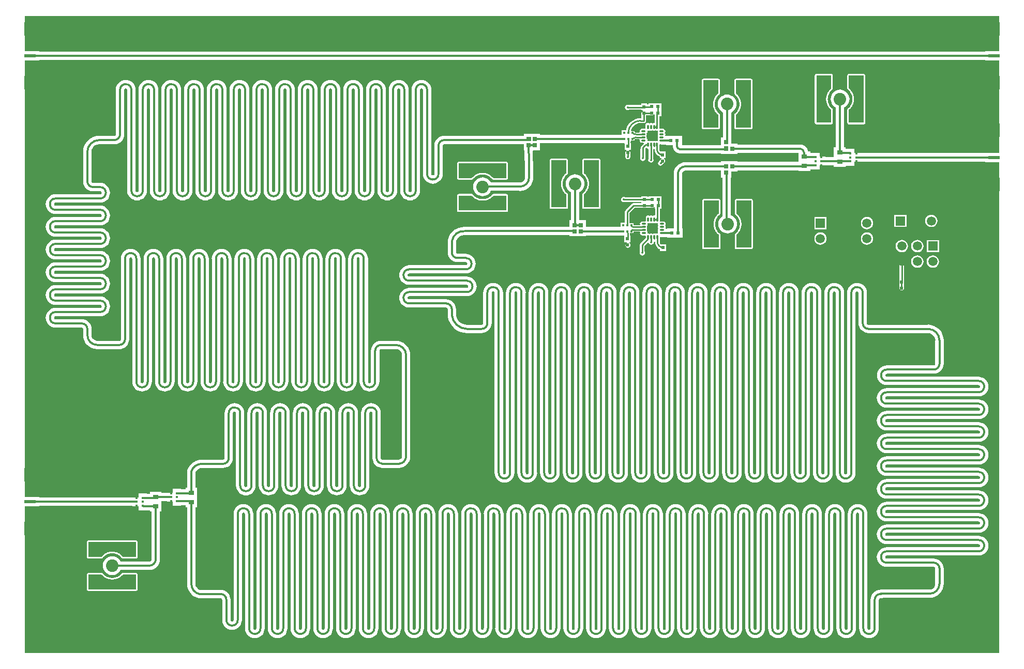
<source format=gtl>
G04*
G04 #@! TF.GenerationSoftware,Altium Limited,Altium Designer,20.2.6 (244)*
G04*
G04 Layer_Physical_Order=1*
G04 Layer_Color=255*
%FSLAX25Y25*%
%MOIN*%
G70*
G04*
G04 #@! TF.SameCoordinates,CB8E9BAA-E3AC-43CE-A0A6-8ADA10DC06ED*
G04*
G04*
G04 #@! TF.FilePolarity,Positive*
G04*
G01*
G75*
%ADD15C,0.01000*%
%ADD18C,0.01331*%
%ADD19C,0.00000*%
%ADD39C,0.08071*%
%ADD40R,0.05906X0.05906*%
%ADD41R,0.01299X0.01614*%
%ADD42R,0.05906X0.05906*%
%ADD43R,0.03543X0.02756*%
%ADD44R,0.01614X0.01299*%
%ADD45R,0.06693X0.06693*%
%ADD46O,0.01024X0.03150*%
%ADD47O,0.03150X0.01024*%
%ADD48R,0.02362X0.01968*%
%ADD49R,0.01968X0.02362*%
%ADD50R,0.02559X0.02559*%
%ADD51R,0.02559X0.02559*%
%ADD52R,0.20000X0.09000*%
%ADD53R,0.07500X0.02000*%
%ADD54C,0.05906*%
%ADD55C,0.01200*%
%ADD56C,0.01400*%
%ADD57C,0.01500*%
G36*
X628902Y412366D02*
Y389699D01*
X619821D01*
Y389387D01*
X10100D01*
Y389699D01*
X1020D01*
Y412366D01*
X628902Y412366D01*
D02*
G37*
G36*
X406719Y348828D02*
Y347816D01*
X406845D01*
Y343731D01*
X406458Y343414D01*
X406405Y343424D01*
X405816Y343307D01*
X405421Y343043D01*
X405027Y343307D01*
X404437Y343424D01*
X403847Y343307D01*
X403453Y343043D01*
X403058Y343307D01*
X402468Y343424D01*
X401879Y343307D01*
X401378Y342973D01*
X401044Y342473D01*
X400927Y341883D01*
Y340061D01*
X400801Y339711D01*
X400451Y339585D01*
X398630D01*
X398040Y339468D01*
X397540Y339134D01*
X397206Y338634D01*
X397089Y338044D01*
X397178Y337595D01*
X396890Y337095D01*
X394779D01*
X394744Y337088D01*
X393893Y337257D01*
X393737Y337362D01*
Y338198D01*
X391971D01*
X391600Y338698D01*
X391830Y339458D01*
X392412Y340546D01*
X393195Y341500D01*
X394149Y342283D01*
X395237Y342864D01*
X396418Y343222D01*
X397613Y343340D01*
X397646Y343334D01*
X399843D01*
X400428Y343450D01*
X400924Y343781D01*
X401256Y344278D01*
X401372Y344863D01*
Y348271D01*
X404963D01*
X405548Y348387D01*
X406044Y348719D01*
X406219Y348980D01*
X406719Y348828D01*
D02*
G37*
G36*
X407784Y338333D02*
X408374Y338215D01*
X408545Y338044D01*
X408663Y337454D01*
X408926Y337060D01*
X408663Y336665D01*
X408545Y336076D01*
X408663Y335486D01*
X408926Y335091D01*
X408663Y334697D01*
X408550Y334133D01*
X408276Y333949D01*
X407721Y333119D01*
X407526Y332138D01*
X407535Y332091D01*
X407085Y331790D01*
X406995Y331850D01*
X406405Y331967D01*
X405816Y331850D01*
X405421Y331587D01*
X405027Y331850D01*
X404437Y331967D01*
X403847Y331850D01*
X403453Y331587D01*
X403058Y331850D01*
X402468Y331967D01*
X402297Y332139D01*
X402180Y332728D01*
X401846Y333228D01*
X401799Y333260D01*
X401709Y333712D01*
X401788Y334107D01*
X401709Y334502D01*
X401485Y334837D01*
Y335346D01*
X401709Y335681D01*
X401788Y336076D01*
X401709Y336470D01*
X401799Y336923D01*
X401846Y336954D01*
X402180Y337454D01*
X402297Y338044D01*
X402468Y338215D01*
X403058Y338333D01*
X403453Y338596D01*
X403847Y338333D01*
X404437Y338215D01*
X405027Y338333D01*
X405421Y338596D01*
X405816Y338333D01*
X406405Y338215D01*
X406995Y338333D01*
X407390Y338596D01*
X407784Y338333D01*
D02*
G37*
G36*
X619821Y383699D02*
X628902D01*
X628902Y324200D01*
X619821D01*
Y323888D01*
X539398D01*
Y324007D01*
X535529D01*
X535501Y324218D01*
Y326606D01*
X533010D01*
X532835Y326628D01*
X529894D01*
Y327631D01*
X528914D01*
Y353368D01*
X529700Y353788D01*
X530619Y354542D01*
X531373Y355461D01*
X531933Y356510D01*
X532279Y357647D01*
X532395Y358830D01*
X532279Y360014D01*
X531933Y361151D01*
X531373Y362200D01*
X530619Y363119D01*
X529700Y363873D01*
X528651Y364434D01*
X527514Y364779D01*
X526331Y364895D01*
X525147Y364779D01*
X524010Y364434D01*
X522961Y363873D01*
X522042Y363119D01*
X521288Y362200D01*
X520727Y361151D01*
X520382Y360014D01*
X520266Y358830D01*
X520382Y357647D01*
X520727Y356510D01*
X521288Y355461D01*
X522042Y354542D01*
X522961Y353788D01*
X523538Y353480D01*
Y327631D01*
X522350D01*
Y321479D01*
X516998D01*
Y321607D01*
X513137D01*
X513101Y321880D01*
Y324205D01*
X507802D01*
Y324182D01*
X507072D01*
Y324931D01*
X505719D01*
X505641Y325519D01*
X505101Y326823D01*
X504241Y327944D01*
X503121Y328803D01*
X501816Y329344D01*
X500416Y329528D01*
Y329505D01*
X460048D01*
Y330097D01*
X456079D01*
Y330818D01*
X456102Y330872D01*
X456194Y331568D01*
Y350199D01*
X456869Y350560D01*
X457788Y351314D01*
X458543Y352233D01*
X459103Y353281D01*
X459448Y354419D01*
X459565Y355602D01*
X459448Y356785D01*
X459103Y357923D01*
X458543Y358972D01*
X457788Y359891D01*
X456869Y360645D01*
X455821Y361205D01*
X454683Y361550D01*
X453500Y361667D01*
X452317Y361550D01*
X451179Y361205D01*
X450131Y360645D01*
X449212Y359891D01*
X448457Y358972D01*
X447897Y357923D01*
X447552Y356785D01*
X447435Y355602D01*
X447552Y354419D01*
X447897Y353281D01*
X448457Y352233D01*
X449212Y351314D01*
X450131Y350560D01*
X450817Y350193D01*
Y334165D01*
X449520D01*
Y329201D01*
X424481D01*
Y335084D01*
X414182D01*
Y335084D01*
X413954Y335061D01*
X413671Y335439D01*
X413646Y335532D01*
X413754Y336076D01*
X413637Y336665D01*
X413373Y337060D01*
X413637Y337454D01*
X413754Y338044D01*
X413637Y338634D01*
X413303Y339134D01*
X412803Y339468D01*
X412213Y339585D01*
X410391D01*
X410041Y339711D01*
X409915Y340061D01*
Y341883D01*
X409903Y341943D01*
Y347816D01*
X411081D01*
Y351784D01*
X411081D01*
Y351916D01*
X411081D01*
Y355884D01*
X402782D01*
Y355266D01*
X402016D01*
Y355918D01*
X398047D01*
Y354943D01*
X390072D01*
X389432Y355070D01*
X388768Y354938D01*
X388206Y354563D01*
X387830Y354000D01*
X387698Y353337D01*
X387830Y352674D01*
X388206Y352111D01*
X388768Y351736D01*
X389432Y351604D01*
X390095Y351736D01*
X390317Y351884D01*
X398047D01*
Y351556D01*
X399002D01*
X399154Y351056D01*
X398814Y350829D01*
X398441Y350270D01*
X398309Y349611D01*
X398313D01*
Y346392D01*
X397646D01*
Y346408D01*
X395820Y346228D01*
X394064Y345696D01*
X392446Y344831D01*
X391028Y343667D01*
X389864Y342249D01*
X388999Y340630D01*
X388466Y338875D01*
X388449Y338698D01*
X385426D01*
Y335801D01*
X384426D01*
Y335774D01*
X332945D01*
Y336365D01*
X326386D01*
Y336365D01*
X322386D01*
Y335050D01*
X271173D01*
Y335058D01*
X269932Y334936D01*
X268739Y334574D01*
X267639Y333986D01*
X266675Y333195D01*
X265884Y332231D01*
X265296Y331131D01*
X264934Y329938D01*
X264812Y328697D01*
X264820D01*
Y310512D01*
X264811D01*
X264738Y310141D01*
X264528Y309827D01*
X264213Y309617D01*
X263843Y309543D01*
X263472Y309617D01*
X263158Y309827D01*
X262948Y310141D01*
X262874Y310512D01*
X262866D01*
Y364764D01*
X262874D01*
X262751Y366005D01*
X262389Y367199D01*
X261802Y368298D01*
X261010Y369262D01*
X260046Y370053D01*
X258947Y370641D01*
X257753Y371003D01*
X256512Y371125D01*
X255271Y371003D01*
X254078Y370641D01*
X252978Y370053D01*
X252014Y369262D01*
X251223Y368298D01*
X250635Y367199D01*
X250273Y366005D01*
X250151Y364764D01*
X250159D01*
Y299772D01*
X250150D01*
X250077Y299402D01*
X249867Y299087D01*
X249552Y298877D01*
X249182Y298804D01*
X248811Y298877D01*
X248497Y299087D01*
X248287Y299402D01*
X248213Y299772D01*
X248205D01*
Y364764D01*
X248213D01*
X248090Y366005D01*
X247728Y367199D01*
X247141Y368298D01*
X246349Y369262D01*
X245385Y370053D01*
X244286Y370641D01*
X243092Y371003D01*
X241851Y371125D01*
X240610Y371003D01*
X239417Y370641D01*
X238317Y370053D01*
X237353Y369262D01*
X236562Y368298D01*
X235974Y367199D01*
X235613Y366005D01*
X235490Y364764D01*
X235498D01*
Y299772D01*
X235490D01*
X235416Y299402D01*
X235206Y299087D01*
X234892Y298877D01*
X234521Y298804D01*
X234150Y298877D01*
X233836Y299087D01*
X233626Y299402D01*
X233552Y299772D01*
X233544D01*
Y364764D01*
X233552D01*
X233429Y366005D01*
X233067Y367199D01*
X232479Y368298D01*
X231688Y369262D01*
X230724Y370053D01*
X229625Y370641D01*
X228431Y371003D01*
X227190Y371125D01*
X225949Y371003D01*
X224756Y370641D01*
X223656Y370053D01*
X222692Y369262D01*
X221901Y368298D01*
X221313Y367199D01*
X220952Y366005D01*
X220829Y364764D01*
X220837D01*
Y299772D01*
X220829D01*
X220755Y299402D01*
X220545Y299087D01*
X220231Y298877D01*
X219860Y298804D01*
X219489Y298877D01*
X219175Y299087D01*
X218965Y299402D01*
X218891Y299772D01*
X218883D01*
Y364764D01*
X218891D01*
X218768Y366005D01*
X218406Y367199D01*
X217818Y368298D01*
X217027Y369262D01*
X216063Y370053D01*
X214964Y370641D01*
X213770Y371003D01*
X212529Y371125D01*
X211288Y371003D01*
X210095Y370641D01*
X208995Y370053D01*
X208031Y369262D01*
X207240Y368298D01*
X206652Y367199D01*
X206291Y366005D01*
X206168Y364764D01*
X206176D01*
Y299772D01*
X206168D01*
X206094Y299402D01*
X205884Y299087D01*
X205570Y298877D01*
X205199Y298804D01*
X204828Y298877D01*
X204514Y299087D01*
X204304Y299402D01*
X204230Y299772D01*
X204222D01*
Y364764D01*
X204229D01*
X204107Y366005D01*
X203745Y367199D01*
X203157Y368298D01*
X202366Y369262D01*
X201402Y370053D01*
X200303Y370641D01*
X199109Y371003D01*
X197868Y371125D01*
X196627Y371003D01*
X195434Y370641D01*
X194334Y370053D01*
X193370Y369262D01*
X192579Y368298D01*
X191991Y367199D01*
X191630Y366005D01*
X191507Y364764D01*
X191515D01*
Y299772D01*
X191507D01*
X191433Y299402D01*
X191223Y299087D01*
X190909Y298877D01*
X190538Y298804D01*
X190167Y298877D01*
X189853Y299087D01*
X189643Y299402D01*
X189569Y299772D01*
X189561D01*
Y364764D01*
X189568D01*
X189446Y366005D01*
X189084Y367199D01*
X188496Y368298D01*
X187705Y369262D01*
X186741Y370053D01*
X185642Y370641D01*
X184448Y371003D01*
X183207Y371125D01*
X181966Y371003D01*
X180773Y370641D01*
X179673Y370053D01*
X178709Y369262D01*
X177918Y368298D01*
X177330Y367199D01*
X176969Y366005D01*
X176846Y364764D01*
X176854D01*
Y299772D01*
X176846D01*
X176772Y299402D01*
X176562Y299087D01*
X176248Y298877D01*
X175877Y298804D01*
X175506Y298877D01*
X175192Y299087D01*
X174982Y299402D01*
X174908Y299772D01*
X174900D01*
Y364764D01*
X174908D01*
X174785Y366005D01*
X174423Y367199D01*
X173835Y368298D01*
X173044Y369262D01*
X172080Y370053D01*
X170981Y370641D01*
X169787Y371003D01*
X168546Y371125D01*
X167305Y371003D01*
X166112Y370641D01*
X165012Y370053D01*
X164048Y369262D01*
X163257Y368298D01*
X162669Y367199D01*
X162308Y366005D01*
X162185Y364764D01*
X162193D01*
Y299772D01*
X162185D01*
X162111Y299402D01*
X161901Y299087D01*
X161586Y298877D01*
X161216Y298804D01*
X160845Y298877D01*
X160531Y299087D01*
X160321Y299402D01*
X160247Y299772D01*
X160239D01*
Y364764D01*
X160247D01*
X160124Y366005D01*
X159762Y367199D01*
X159175Y368298D01*
X158383Y369262D01*
X157419Y370053D01*
X156320Y370641D01*
X155126Y371003D01*
X153885Y371125D01*
X152644Y371003D01*
X151451Y370641D01*
X150351Y370053D01*
X149387Y369262D01*
X148596Y368298D01*
X148008Y367199D01*
X147646Y366005D01*
X147524Y364764D01*
X147532D01*
Y299772D01*
X147523D01*
X147450Y299402D01*
X147240Y299087D01*
X146925Y298877D01*
X146555Y298804D01*
X146184Y298877D01*
X145870Y299087D01*
X145660Y299402D01*
X145586Y299772D01*
X145578D01*
Y364764D01*
X145586D01*
X145463Y366005D01*
X145101Y367199D01*
X144513Y368298D01*
X143722Y369262D01*
X142758Y370053D01*
X141659Y370641D01*
X140465Y371003D01*
X139224Y371125D01*
X137983Y371003D01*
X136790Y370641D01*
X135690Y370053D01*
X134726Y369262D01*
X133935Y368298D01*
X133347Y367199D01*
X132985Y366005D01*
X132863Y364764D01*
X132871D01*
Y299772D01*
X132862D01*
X132789Y299402D01*
X132579Y299087D01*
X132264Y298877D01*
X131894Y298804D01*
X131523Y298877D01*
X131209Y299087D01*
X130999Y299402D01*
X130925Y299772D01*
X130917D01*
Y364764D01*
X130924D01*
X130802Y366005D01*
X130440Y367199D01*
X129852Y368298D01*
X129061Y369262D01*
X128097Y370053D01*
X126998Y370641D01*
X125804Y371003D01*
X124563Y371125D01*
X123322Y371003D01*
X122129Y370641D01*
X121029Y370053D01*
X120065Y369262D01*
X119274Y368298D01*
X118686Y367199D01*
X118324Y366005D01*
X118202Y364764D01*
X118210D01*
Y299772D01*
X118201D01*
X118128Y299402D01*
X117918Y299087D01*
X117604Y298877D01*
X117233Y298804D01*
X116862Y298877D01*
X116548Y299087D01*
X116338Y299402D01*
X116264Y299772D01*
X116256D01*
Y364764D01*
X116263D01*
X116141Y366005D01*
X115779Y367199D01*
X115191Y368298D01*
X114400Y369262D01*
X113436Y370053D01*
X112337Y370641D01*
X111143Y371003D01*
X109902Y371125D01*
X108661Y371003D01*
X107468Y370641D01*
X106368Y370053D01*
X105404Y369262D01*
X104613Y368298D01*
X104025Y367199D01*
X103664Y366005D01*
X103541Y364764D01*
X103549D01*
Y299772D01*
X103541D01*
X103467Y299402D01*
X103257Y299087D01*
X102943Y298877D01*
X102572Y298804D01*
X102201Y298877D01*
X101887Y299087D01*
X101677Y299402D01*
X101603Y299772D01*
X101595D01*
Y364764D01*
X101602D01*
X101480Y366005D01*
X101118Y367199D01*
X100530Y368298D01*
X99739Y369262D01*
X98775Y370053D01*
X97676Y370641D01*
X96482Y371003D01*
X95241Y371125D01*
X94000Y371003D01*
X92807Y370641D01*
X91707Y370053D01*
X90743Y369262D01*
X89952Y368298D01*
X89364Y367199D01*
X89003Y366005D01*
X88880Y364764D01*
X88888D01*
Y299772D01*
X88880D01*
X88806Y299402D01*
X88596Y299087D01*
X88282Y298877D01*
X87911Y298804D01*
X87540Y298877D01*
X87226Y299087D01*
X87016Y299402D01*
X86942Y299772D01*
X86934D01*
Y364764D01*
X86941D01*
X86819Y366005D01*
X86457Y367199D01*
X85869Y368298D01*
X85078Y369262D01*
X84114Y370053D01*
X83015Y370641D01*
X81821Y371003D01*
X80580Y371125D01*
X79339Y371003D01*
X78146Y370641D01*
X77046Y370053D01*
X76082Y369262D01*
X75291Y368298D01*
X74703Y367199D01*
X74341Y366005D01*
X74219Y364764D01*
X74227D01*
Y299772D01*
X74218D01*
X74145Y299402D01*
X73935Y299087D01*
X73620Y298877D01*
X73250Y298804D01*
X72879Y298877D01*
X72565Y299087D01*
X72355Y299402D01*
X72281Y299772D01*
X72273D01*
Y364764D01*
X72281D01*
X72158Y366005D01*
X71796Y367199D01*
X71209Y368298D01*
X70417Y369262D01*
X69453Y370053D01*
X68354Y370641D01*
X67160Y371003D01*
X65919Y371125D01*
X64678Y371003D01*
X63485Y370641D01*
X62385Y370053D01*
X61421Y369262D01*
X60630Y368298D01*
X60042Y367199D01*
X59680Y366005D01*
X59558Y364764D01*
X59566D01*
Y336027D01*
X59557D01*
X59484Y335657D01*
X59274Y335342D01*
X58960Y335132D01*
X58589Y335059D01*
Y335050D01*
X48862D01*
Y335077D01*
X46837Y334878D01*
X44891Y334287D01*
X43097Y333328D01*
X41524Y332038D01*
X40234Y330465D01*
X39275Y328671D01*
X38684Y326725D01*
X38485Y324700D01*
X38512D01*
Y315100D01*
Y305734D01*
X38502Y305662D01*
X38495D01*
X38617Y304421D01*
X38979Y303227D01*
X39567Y302128D01*
X40358Y301164D01*
X41322Y300373D01*
X42421Y299785D01*
X43615Y299423D01*
X44856Y299301D01*
Y299308D01*
X49433D01*
Y299300D01*
X49804Y299226D01*
X50118Y299016D01*
X50328Y298702D01*
X50402Y298331D01*
X50328Y297961D01*
X50118Y297646D01*
X49804Y297436D01*
X49433Y297363D01*
Y297354D01*
X20697D01*
Y297362D01*
X19456Y297240D01*
X18262Y296878D01*
X17163Y296290D01*
X16199Y295499D01*
X15408Y294535D01*
X14820Y293435D01*
X14458Y292242D01*
X14336Y291001D01*
X14458Y289760D01*
X14820Y288566D01*
X15408Y287467D01*
X16199Y286503D01*
X17163Y285712D01*
X18262Y285124D01*
X19456Y284762D01*
X20697Y284640D01*
Y284647D01*
X49433D01*
Y284639D01*
X49804Y284565D01*
X50118Y284355D01*
X50328Y284041D01*
X50402Y283670D01*
X50328Y283300D01*
X50118Y282985D01*
X49804Y282775D01*
X49433Y282702D01*
Y282693D01*
X20697D01*
Y282701D01*
X19456Y282579D01*
X18262Y282217D01*
X17163Y281629D01*
X16199Y280838D01*
X15408Y279874D01*
X14820Y278774D01*
X14458Y277581D01*
X14336Y276340D01*
X14458Y275099D01*
X14820Y273905D01*
X15408Y272806D01*
X16199Y271842D01*
X17163Y271051D01*
X18262Y270463D01*
X19456Y270101D01*
X20697Y269979D01*
Y269986D01*
X49433D01*
Y269978D01*
X49804Y269904D01*
X50118Y269694D01*
X50328Y269380D01*
X50402Y269009D01*
X50328Y268639D01*
X50118Y268324D01*
X49804Y268114D01*
X49433Y268041D01*
Y268032D01*
X20697D01*
Y268040D01*
X19456Y267918D01*
X18262Y267556D01*
X17163Y266968D01*
X16199Y266177D01*
X15408Y265213D01*
X14820Y264113D01*
X14458Y262920D01*
X14336Y261679D01*
X14458Y260438D01*
X14820Y259244D01*
X15408Y258145D01*
X16199Y257181D01*
X17163Y256390D01*
X18262Y255802D01*
X19456Y255440D01*
X20697Y255318D01*
Y255325D01*
X49433D01*
Y255317D01*
X49804Y255243D01*
X50118Y255033D01*
X50328Y254719D01*
X50402Y254348D01*
X50328Y253978D01*
X50118Y253663D01*
X49804Y253453D01*
X49433Y253380D01*
Y253371D01*
X20697D01*
Y253379D01*
X19456Y253257D01*
X18262Y252895D01*
X17163Y252307D01*
X16199Y251516D01*
X15408Y250552D01*
X14820Y249452D01*
X14458Y248259D01*
X14336Y247018D01*
X14458Y245777D01*
X14820Y244584D01*
X15408Y243484D01*
X16199Y242520D01*
X17163Y241729D01*
X18262Y241141D01*
X19456Y240779D01*
X20697Y240657D01*
Y240664D01*
X49433D01*
Y240656D01*
X49804Y240582D01*
X50118Y240372D01*
X50328Y240058D01*
X50402Y239687D01*
X50328Y239317D01*
X50118Y239002D01*
X49804Y238792D01*
X49433Y238719D01*
Y238710D01*
X20697D01*
Y238718D01*
X19456Y238596D01*
X18262Y238234D01*
X17163Y237646D01*
X16199Y236855D01*
X15408Y235891D01*
X14820Y234791D01*
X14458Y233598D01*
X14336Y232357D01*
X14458Y231116D01*
X14820Y229923D01*
X15408Y228823D01*
X16199Y227859D01*
X17163Y227068D01*
X18262Y226480D01*
X19456Y226118D01*
X20697Y225996D01*
Y226003D01*
X49433D01*
Y225995D01*
X49804Y225921D01*
X50118Y225711D01*
X50328Y225397D01*
X50402Y225026D01*
X50328Y224656D01*
X50118Y224341D01*
X49804Y224131D01*
X49433Y224058D01*
Y224049D01*
X20697D01*
Y224057D01*
X19456Y223935D01*
X18262Y223573D01*
X17163Y222985D01*
X16199Y222194D01*
X15408Y221230D01*
X14820Y220130D01*
X14458Y218937D01*
X14336Y217696D01*
X14458Y216455D01*
X14820Y215262D01*
X15408Y214162D01*
X16199Y213198D01*
X17163Y212407D01*
X18262Y211819D01*
X19456Y211457D01*
X20697Y211335D01*
Y211342D01*
X37525D01*
Y211334D01*
X37896Y211260D01*
X38210Y211050D01*
X38420Y210736D01*
X38494Y210365D01*
X38502D01*
Y206509D01*
X38481D01*
X38656Y204731D01*
X39175Y203020D01*
X40018Y201444D01*
X41152Y200062D01*
X42534Y198928D01*
X44110Y198085D01*
X45821Y197566D01*
X47600Y197391D01*
Y197391D01*
X48100Y197412D01*
X56642Y197412D01*
X57307Y197412D01*
X61764D01*
Y197404D01*
X63005Y197526D01*
X64199Y197888D01*
X65298Y198476D01*
X66262Y199267D01*
X67054Y200231D01*
X67641Y201331D01*
X68003Y202524D01*
X68125Y203765D01*
X68118D01*
Y255746D01*
X68126D01*
X68200Y256117D01*
X68410Y256431D01*
X68724Y256641D01*
X69095Y256715D01*
X69466Y256641D01*
X69780Y256431D01*
X69990Y256117D01*
X70064Y255746D01*
X70072D01*
Y176469D01*
X70064D01*
X70187Y175228D01*
X70548Y174034D01*
X71136Y172934D01*
X71927Y171971D01*
X72891Y171179D01*
X73991Y170592D01*
X75184Y170230D01*
X76425Y170107D01*
X77666Y170230D01*
X78860Y170592D01*
X79959Y171179D01*
X80923Y171971D01*
X81714Y172934D01*
X82302Y174034D01*
X82664Y175228D01*
X82787Y176469D01*
X82779D01*
Y255746D01*
X82787D01*
X82861Y256117D01*
X83071Y256431D01*
X83385Y256641D01*
X83756Y256715D01*
X84127Y256641D01*
X84441Y256431D01*
X84651Y256117D01*
X84724Y255746D01*
X84733D01*
Y176469D01*
X84725D01*
X84847Y175228D01*
X85210Y174034D01*
X85797Y172934D01*
X86588Y171971D01*
X87552Y171179D01*
X88652Y170592D01*
X89845Y170230D01*
X91086Y170107D01*
X92327Y170230D01*
X93521Y170592D01*
X94621Y171179D01*
X95584Y171971D01*
X96376Y172934D01*
X96963Y174034D01*
X97325Y175228D01*
X97448Y176469D01*
X97440D01*
Y255746D01*
X97448D01*
X97522Y256117D01*
X97732Y256431D01*
X98046Y256641D01*
X98417Y256715D01*
X98788Y256641D01*
X99102Y256431D01*
X99312Y256117D01*
X99385Y255746D01*
X99394D01*
Y176469D01*
X99386D01*
X99509Y175228D01*
X99871Y174034D01*
X100458Y172934D01*
X101249Y171971D01*
X102213Y171179D01*
X103313Y170592D01*
X104506Y170230D01*
X105747Y170107D01*
X106988Y170230D01*
X108182Y170592D01*
X109281Y171179D01*
X110245Y171971D01*
X111037Y172934D01*
X111624Y174034D01*
X111986Y175228D01*
X112109Y176469D01*
X112101D01*
Y255746D01*
X112109D01*
X112183Y256117D01*
X112393Y256431D01*
X112707Y256641D01*
X113078Y256715D01*
X113449Y256641D01*
X113763Y256431D01*
X113973Y256117D01*
X114047Y255746D01*
X114055D01*
Y176469D01*
X114047D01*
X114170Y175228D01*
X114532Y174034D01*
X115119Y172934D01*
X115910Y171971D01*
X116874Y171179D01*
X117974Y170592D01*
X119167Y170230D01*
X120408Y170107D01*
X121649Y170230D01*
X122843Y170592D01*
X123942Y171179D01*
X124906Y171971D01*
X125698Y172934D01*
X126285Y174034D01*
X126647Y175228D01*
X126769Y176469D01*
X126762D01*
Y255746D01*
X126770D01*
X126844Y256117D01*
X127054Y256431D01*
X127368Y256641D01*
X127739Y256715D01*
X128110Y256641D01*
X128424Y256431D01*
X128634Y256117D01*
X128708Y255746D01*
X128716D01*
Y176469D01*
X128708D01*
X128831Y175228D01*
X129192Y174034D01*
X129780Y172934D01*
X130571Y171971D01*
X131535Y171179D01*
X132635Y170592D01*
X133828Y170230D01*
X135069Y170107D01*
X136310Y170230D01*
X137504Y170592D01*
X138603Y171179D01*
X139567Y171971D01*
X140358Y172934D01*
X140946Y174034D01*
X141308Y175228D01*
X141430Y176469D01*
X141423D01*
Y255746D01*
X141431D01*
X141505Y256117D01*
X141715Y256431D01*
X142029Y256641D01*
X142400Y256715D01*
X142771Y256641D01*
X143085Y256431D01*
X143295Y256117D01*
X143368Y255746D01*
X143377D01*
Y176469D01*
X143369D01*
X143491Y175228D01*
X143853Y174034D01*
X144441Y172934D01*
X145232Y171971D01*
X146196Y171179D01*
X147296Y170592D01*
X148489Y170230D01*
X149730Y170107D01*
X150971Y170230D01*
X152165Y170592D01*
X153264Y171179D01*
X154228Y171971D01*
X155019Y172934D01*
X155607Y174034D01*
X155969Y175228D01*
X156091Y176469D01*
X156084D01*
Y255746D01*
X156092D01*
X156166Y256117D01*
X156376Y256431D01*
X156690Y256641D01*
X157061Y256715D01*
X157432Y256641D01*
X157746Y256431D01*
X157956Y256117D01*
X158029Y255746D01*
X158038D01*
Y176469D01*
X158030D01*
X158152Y175228D01*
X158514Y174034D01*
X159102Y172934D01*
X159893Y171971D01*
X160857Y171179D01*
X161957Y170592D01*
X163150Y170230D01*
X164391Y170107D01*
X165632Y170230D01*
X166826Y170592D01*
X167926Y171179D01*
X168889Y171971D01*
X169681Y172934D01*
X170268Y174034D01*
X170630Y175228D01*
X170753Y176469D01*
X170745D01*
Y255746D01*
X170753D01*
X170827Y256117D01*
X171037Y256431D01*
X171351Y256641D01*
X171722Y256715D01*
X172093Y256641D01*
X172407Y256431D01*
X172617Y256117D01*
X172690Y255746D01*
X172699D01*
Y176469D01*
X172691D01*
X172813Y175228D01*
X173176Y174034D01*
X173763Y172934D01*
X174554Y171971D01*
X175518Y171179D01*
X176618Y170592D01*
X177811Y170230D01*
X179052Y170107D01*
X180293Y170230D01*
X181487Y170592D01*
X182586Y171179D01*
X183550Y171971D01*
X184342Y172934D01*
X184929Y174034D01*
X185291Y175228D01*
X185414Y176469D01*
X185406D01*
Y255746D01*
X185414D01*
X185488Y256117D01*
X185698Y256431D01*
X186012Y256641D01*
X186383Y256715D01*
X186754Y256641D01*
X187068Y256431D01*
X187278Y256117D01*
X187352Y255746D01*
X187360D01*
Y176469D01*
X187352D01*
X187475Y175228D01*
X187837Y174034D01*
X188424Y172934D01*
X189215Y171971D01*
X190179Y171179D01*
X191279Y170592D01*
X192472Y170230D01*
X193713Y170107D01*
X194954Y170230D01*
X196148Y170592D01*
X197248Y171179D01*
X198211Y171971D01*
X199003Y172934D01*
X199590Y174034D01*
X199952Y175228D01*
X200075Y176469D01*
X200067D01*
Y255746D01*
X200075D01*
X200149Y256117D01*
X200359Y256431D01*
X200673Y256641D01*
X201044Y256715D01*
X201415Y256641D01*
X201729Y256431D01*
X201939Y256117D01*
X202012Y255746D01*
X202021D01*
Y176469D01*
X202013D01*
X202135Y175228D01*
X202498Y174034D01*
X203085Y172934D01*
X203876Y171971D01*
X204840Y171179D01*
X205940Y170592D01*
X207133Y170230D01*
X208374Y170107D01*
X209615Y170230D01*
X210809Y170592D01*
X211908Y171179D01*
X212872Y171971D01*
X213664Y172934D01*
X214251Y174034D01*
X214613Y175228D01*
X214736Y176469D01*
X214728D01*
Y255746D01*
X214736D01*
X214810Y256117D01*
X215020Y256431D01*
X215334Y256641D01*
X215705Y256715D01*
X216076Y256641D01*
X216390Y256431D01*
X216600Y256117D01*
X216673Y255746D01*
X216682D01*
Y176469D01*
X216674D01*
X216796Y175228D01*
X217159Y174034D01*
X217746Y172934D01*
X218537Y171971D01*
X219501Y171179D01*
X220601Y170592D01*
X221794Y170230D01*
X223035Y170107D01*
X224276Y170230D01*
X225470Y170592D01*
X226570Y171179D01*
X227533Y171971D01*
X228325Y172934D01*
X228912Y174034D01*
X229274Y175228D01*
X229397Y176469D01*
X229389D01*
Y196435D01*
X229397D01*
X229471Y196805D01*
X229681Y197120D01*
X229995Y197330D01*
X230366Y197403D01*
Y197412D01*
X239512D01*
X239560Y197412D01*
X239749Y197410D01*
X240051Y197408D01*
X240210Y197394D01*
X240547Y197363D01*
X241103Y197290D01*
X242009Y196915D01*
X242788Y196317D01*
X243385Y195538D01*
X243761Y194632D01*
X243886Y193678D01*
X243884Y193659D01*
Y128129D01*
X243888Y128097D01*
X243745Y127380D01*
X243321Y126744D01*
X242685Y126319D01*
X242046Y126192D01*
X242046Y126192D01*
Y126192D01*
X242042Y126188D01*
X240034Y126188D01*
X231808Y126185D01*
X231308Y126193D01*
D01*
X230860Y126319D01*
X230623Y126477D01*
X230413Y126791D01*
X230339Y127162D01*
X230331D01*
Y156217D01*
X230338D01*
X230216Y157458D01*
X229854Y158651D01*
X229266Y159751D01*
X228475Y160715D01*
X227511Y161506D01*
X226412Y162094D01*
X225218Y162456D01*
X223977Y162578D01*
X222736Y162456D01*
X221543Y162094D01*
X220443Y161506D01*
X219479Y160715D01*
X218688Y159751D01*
X218100Y158651D01*
X217738Y157458D01*
X217616Y156217D01*
X217624D01*
Y109463D01*
X217615D01*
X217542Y109093D01*
X217332Y108778D01*
X217017Y108569D01*
X216647Y108495D01*
X216276Y108569D01*
X215962Y108778D01*
X215752Y109093D01*
X215678Y109463D01*
X215670D01*
Y156212D01*
X215677D01*
X215555Y157453D01*
X215193Y158647D01*
X214605Y159746D01*
X213814Y160710D01*
X212850Y161501D01*
X211751Y162089D01*
X210557Y162451D01*
X209316Y162574D01*
X208075Y162451D01*
X206882Y162089D01*
X205782Y161501D01*
X204818Y160710D01*
X204027Y159746D01*
X203439Y158647D01*
X203077Y157453D01*
X202955Y156212D01*
X202963D01*
Y109459D01*
X202954D01*
X202881Y109088D01*
X202671Y108774D01*
X202356Y108564D01*
X201986Y108490D01*
X201615Y108564D01*
X201301Y108774D01*
X201091Y109088D01*
X201017Y109459D01*
X201009D01*
Y156208D01*
X201016D01*
X200894Y157449D01*
X200532Y158642D01*
X199944Y159742D01*
X199153Y160706D01*
X198189Y161497D01*
X197090Y162085D01*
X195896Y162447D01*
X194655Y162569D01*
X193414Y162447D01*
X192221Y162085D01*
X191121Y161497D01*
X190157Y160706D01*
X189366Y159742D01*
X188778Y158642D01*
X188416Y157449D01*
X188294Y156208D01*
X188302D01*
Y109455D01*
X188293D01*
X188220Y109084D01*
X188010Y108770D01*
X187695Y108560D01*
X187325Y108486D01*
X186954Y108560D01*
X186640Y108770D01*
X186430Y109084D01*
X186356Y109455D01*
X186348D01*
Y156204D01*
X186355D01*
X186233Y157445D01*
X185871Y158638D01*
X185283Y159738D01*
X184492Y160702D01*
X183528Y161493D01*
X182429Y162081D01*
X181235Y162443D01*
X179994Y162565D01*
X178753Y162443D01*
X177560Y162081D01*
X176460Y161493D01*
X175496Y160702D01*
X174705Y159738D01*
X174117Y158638D01*
X173755Y157445D01*
X173633Y156204D01*
X173641D01*
Y109450D01*
X173632D01*
X173559Y109080D01*
X173349Y108765D01*
X173034Y108555D01*
X172664Y108482D01*
X172293Y108555D01*
X171979Y108765D01*
X171769Y109080D01*
X171695Y109450D01*
X171687D01*
Y156199D01*
X171694D01*
X171572Y157440D01*
X171210Y158634D01*
X170622Y159733D01*
X169831Y160697D01*
X168867Y161488D01*
X167768Y162076D01*
X166574Y162438D01*
X165333Y162560D01*
X164092Y162438D01*
X162899Y162076D01*
X161799Y161488D01*
X160835Y160697D01*
X160044Y159733D01*
X159456Y158634D01*
X159094Y157440D01*
X158972Y156199D01*
X158980D01*
Y109446D01*
X158971D01*
X158898Y109075D01*
X158688Y108761D01*
X158373Y108551D01*
X158003Y108477D01*
X157632Y108551D01*
X157318Y108761D01*
X157108Y109075D01*
X157034Y109446D01*
X157026D01*
Y156195D01*
X157033D01*
X156911Y157436D01*
X156549Y158629D01*
X155961Y159729D01*
X155170Y160693D01*
X154206Y161484D01*
X153106Y162072D01*
X151913Y162434D01*
X150672Y162556D01*
X149431Y162434D01*
X148238Y162072D01*
X147138Y161484D01*
X146174Y160693D01*
X145383Y159729D01*
X144795Y158629D01*
X144433Y157436D01*
X144311Y156195D01*
X144319D01*
Y109442D01*
X144310D01*
X144237Y109071D01*
X144027Y108757D01*
X143712Y108547D01*
X143342Y108473D01*
X142971Y108547D01*
X142657Y108757D01*
X142447Y109071D01*
X142373Y109442D01*
X142365D01*
Y156191D01*
X142372D01*
X142250Y157432D01*
X141888Y158625D01*
X141300Y159725D01*
X140509Y160689D01*
X139545Y161480D01*
X138445Y162068D01*
X137252Y162429D01*
X136011Y162552D01*
X134770Y162429D01*
X133577Y162068D01*
X132477Y161480D01*
X131513Y160689D01*
X130722Y159725D01*
X130134Y158625D01*
X129772Y157432D01*
X129650Y156191D01*
X129658D01*
Y127132D01*
X129649D01*
X129576Y126761D01*
X129366Y126447D01*
X129051Y126237D01*
X128681Y126163D01*
X128680Y126155D01*
X128015Y126154D01*
X115024Y126151D01*
X115000Y126175D01*
Y126175D01*
X113085Y125986D01*
X111244Y125428D01*
X109547Y124521D01*
X108060Y123300D01*
X106839Y121812D01*
X105932Y120115D01*
X105695Y119334D01*
X105611Y119131D01*
X105519Y118435D01*
Y108031D01*
X104428D01*
Y107196D01*
X101628D01*
Y107306D01*
X96328D01*
Y104728D01*
X96326Y104707D01*
X92431D01*
Y104641D01*
X89023D01*
Y105331D01*
X81480D01*
Y104196D01*
X79550D01*
Y104306D01*
X74250D01*
Y101792D01*
X74239Y101707D01*
X73619D01*
X73002Y101788D01*
X10100Y101788D01*
Y102100D01*
X1020D01*
X1020Y383699D01*
X10100D01*
Y384011D01*
X619821D01*
Y383699D01*
D02*
G37*
G36*
Y318200D02*
X628902D01*
X628902Y1319D01*
X1020Y1319D01*
Y96100D01*
X10100D01*
Y96412D01*
X70353Y96412D01*
Y96093D01*
X74239D01*
X74250Y96008D01*
Y93494D01*
X76491D01*
X76597Y93451D01*
X77292Y93359D01*
X81480D01*
Y92669D01*
X82563D01*
Y61851D01*
X82563Y61848D01*
X82453Y61291D01*
X82135Y60816D01*
X81660Y60499D01*
X81103Y60388D01*
X81100Y60388D01*
X62660D01*
X62243Y61169D01*
X61488Y62088D01*
X60569Y62843D01*
X59521Y63403D01*
X58383Y63748D01*
X57200Y63865D01*
X56017Y63748D01*
X54879Y63403D01*
X53831Y62843D01*
X52912Y62088D01*
X52157Y61169D01*
X51597Y60121D01*
X51252Y58983D01*
X51135Y57800D01*
X51252Y56617D01*
X51597Y55479D01*
X52157Y54431D01*
X52912Y53512D01*
X53831Y52757D01*
X54879Y52197D01*
X56017Y51852D01*
X57200Y51735D01*
X58383Y51852D01*
X59521Y52197D01*
X60569Y52757D01*
X61488Y53512D01*
X62243Y54431D01*
X62553Y55012D01*
X81100D01*
Y55002D01*
X82436Y55133D01*
X83721Y55523D01*
X84905Y56156D01*
X85943Y57008D01*
X86795Y58046D01*
X87428Y59230D01*
X87818Y60515D01*
X87949Y61851D01*
X87939D01*
Y92669D01*
X89023D01*
Y99265D01*
X92431D01*
Y99093D01*
X96326D01*
X96328Y99072D01*
Y96495D01*
X101628D01*
Y96604D01*
X104428D01*
Y95369D01*
X105541D01*
Y46332D01*
X105519Y45841D01*
X105519Y45841D01*
X105566Y45360D01*
X105698Y44028D01*
X106227Y42284D01*
X107085Y40677D01*
X108241Y39269D01*
X109649Y38113D01*
X111256Y37255D01*
X112889Y36759D01*
X112894Y36785D01*
X113064Y36762D01*
X113448Y36712D01*
X113449Y36712D01*
X113449Y36712D01*
X113596Y36712D01*
X127140D01*
Y36703D01*
X127511Y36630D01*
X127825Y36420D01*
X128035Y36105D01*
X128109Y35735D01*
X128117D01*
Y22731D01*
X128109D01*
X128232Y21490D01*
X128594Y20297D01*
X129181Y19197D01*
X129973Y18233D01*
X130936Y17442D01*
X132036Y16854D01*
X133229Y16492D01*
X134470Y16370D01*
X135711Y16492D01*
X136905Y16854D01*
X138005Y17442D01*
X138969Y18233D01*
X139760Y19197D01*
X140347Y20297D01*
X140709Y21490D01*
X140832Y22731D01*
X140824D01*
Y91073D01*
X140832D01*
X140906Y91444D01*
X141116Y91758D01*
X141430Y91968D01*
X141801Y92042D01*
X142172Y91968D01*
X142486Y91758D01*
X142696Y91444D01*
X142770Y91073D01*
X142778D01*
Y17354D01*
X142770D01*
X142893Y16113D01*
X143254Y14920D01*
X143842Y13820D01*
X144633Y12856D01*
X145597Y12065D01*
X146697Y11477D01*
X147890Y11115D01*
X149131Y10993D01*
X150372Y11115D01*
X151566Y11477D01*
X152665Y12065D01*
X153629Y12856D01*
X154420Y13820D01*
X155008Y14920D01*
X155370Y16113D01*
X155493Y17354D01*
X155485D01*
Y91073D01*
X155493D01*
X155567Y91444D01*
X155777Y91758D01*
X156091Y91968D01*
X156462Y92042D01*
X156833Y91968D01*
X157147Y91758D01*
X157357Y91444D01*
X157431Y91073D01*
X157439D01*
Y17354D01*
X157431D01*
X157554Y16113D01*
X157915Y14920D01*
X158503Y13820D01*
X159294Y12856D01*
X160258Y12065D01*
X161358Y11477D01*
X162551Y11115D01*
X163793Y10993D01*
X165033Y11115D01*
X166227Y11477D01*
X167326Y12065D01*
X168290Y12856D01*
X169081Y13820D01*
X169669Y14920D01*
X170031Y16113D01*
X170154Y17354D01*
X170146D01*
Y91073D01*
X170154D01*
X170228Y91444D01*
X170438Y91758D01*
X170752Y91968D01*
X171123Y92042D01*
X171494Y91968D01*
X171808Y91758D01*
X172018Y91444D01*
X172092Y91073D01*
X172100D01*
Y17354D01*
X172092D01*
X172215Y16113D01*
X172576Y14920D01*
X173164Y13820D01*
X173955Y12856D01*
X174919Y12065D01*
X176019Y11477D01*
X177213Y11115D01*
X178453Y10993D01*
X179694Y11115D01*
X180888Y11477D01*
X181988Y12065D01*
X182951Y12856D01*
X183742Y13820D01*
X184330Y14920D01*
X184692Y16113D01*
X184815Y17354D01*
X184807D01*
Y91073D01*
X184815D01*
X184889Y91444D01*
X185099Y91758D01*
X185413Y91968D01*
X185784Y92042D01*
X186155Y91968D01*
X186469Y91758D01*
X186679Y91444D01*
X186753Y91073D01*
X186761D01*
Y17354D01*
X186753D01*
X186875Y16113D01*
X187238Y14920D01*
X187825Y13820D01*
X188617Y12856D01*
X189580Y12065D01*
X190680Y11477D01*
X191874Y11115D01*
X193114Y10993D01*
X194355Y11115D01*
X195549Y11477D01*
X196649Y12065D01*
X197612Y12856D01*
X198404Y13820D01*
X198991Y14920D01*
X199353Y16113D01*
X199476Y17354D01*
X199468D01*
Y91073D01*
X199476D01*
X199550Y91444D01*
X199760Y91758D01*
X200074Y91968D01*
X200445Y92042D01*
X200816Y91968D01*
X201130Y91758D01*
X201340Y91444D01*
X201414Y91073D01*
X201422D01*
Y17354D01*
X201414D01*
X201537Y16113D01*
X201899Y14920D01*
X202486Y13820D01*
X203277Y12856D01*
X204241Y12065D01*
X205341Y11477D01*
X206535Y11115D01*
X207775Y10993D01*
X209016Y11115D01*
X210210Y11477D01*
X211310Y12065D01*
X212274Y12856D01*
X213065Y13820D01*
X213652Y14920D01*
X214014Y16113D01*
X214137Y17354D01*
X214129D01*
Y91073D01*
X214137D01*
X214211Y91444D01*
X214421Y91758D01*
X214735Y91968D01*
X215106Y92042D01*
X215477Y91968D01*
X215791Y91758D01*
X216001Y91444D01*
X216075Y91073D01*
X216083D01*
Y17354D01*
X216075D01*
X216198Y16113D01*
X216560Y14920D01*
X217147Y13820D01*
X217938Y12856D01*
X218902Y12065D01*
X220002Y11477D01*
X221196Y11115D01*
X222436Y10993D01*
X223677Y11115D01*
X224871Y11477D01*
X225971Y12065D01*
X226935Y12856D01*
X227726Y13820D01*
X228313Y14920D01*
X228675Y16113D01*
X228798Y17354D01*
X228790D01*
Y91073D01*
X228798D01*
X228872Y91444D01*
X229082Y91758D01*
X229396Y91968D01*
X229767Y92042D01*
X230138Y91968D01*
X230452Y91758D01*
X230662Y91444D01*
X230736Y91073D01*
X230744D01*
Y17354D01*
X230736D01*
X230859Y16113D01*
X231221Y14920D01*
X231808Y13820D01*
X232599Y12856D01*
X233563Y12065D01*
X234663Y11477D01*
X235857Y11115D01*
X237097Y10993D01*
X238338Y11115D01*
X239532Y11477D01*
X240632Y12065D01*
X241595Y12856D01*
X242387Y13820D01*
X242974Y14920D01*
X243336Y16113D01*
X243459Y17354D01*
X243451D01*
Y91073D01*
X243459D01*
X243533Y91444D01*
X243743Y91758D01*
X244057Y91968D01*
X244428Y92042D01*
X244799Y91968D01*
X245113Y91758D01*
X245323Y91444D01*
X245397Y91073D01*
X245405D01*
Y17354D01*
X245397D01*
X245519Y16113D01*
X245882Y14920D01*
X246469Y13820D01*
X247260Y12856D01*
X248224Y12065D01*
X249324Y11477D01*
X250518Y11115D01*
X251758Y10993D01*
X252999Y11115D01*
X254193Y11477D01*
X255293Y12065D01*
X256256Y12856D01*
X257048Y13820D01*
X257635Y14920D01*
X257997Y16113D01*
X258120Y17354D01*
X258112D01*
Y91073D01*
X258120D01*
X258194Y91444D01*
X258404Y91758D01*
X258718Y91968D01*
X259089Y92042D01*
X259460Y91968D01*
X259774Y91758D01*
X259984Y91444D01*
X260058Y91073D01*
X260066D01*
Y17354D01*
X260058D01*
X260180Y16113D01*
X260542Y14920D01*
X261130Y13820D01*
X261922Y12856D01*
X262885Y12065D01*
X263985Y11477D01*
X265178Y11115D01*
X266420Y10993D01*
X267660Y11115D01*
X268854Y11477D01*
X269953Y12065D01*
X270918Y12856D01*
X271708Y13820D01*
X272296Y14920D01*
X272658Y16113D01*
X272781Y17354D01*
X272773D01*
Y91073D01*
X272781D01*
X272855Y91444D01*
X273065Y91758D01*
X273379Y91968D01*
X273750Y92042D01*
X274121Y91968D01*
X274435Y91758D01*
X274645Y91444D01*
X274719Y91073D01*
X274727D01*
Y17354D01*
X274719D01*
X274842Y16113D01*
X275203Y14920D01*
X275791Y13820D01*
X276583Y12856D01*
X277546Y12065D01*
X278646Y11477D01*
X279839Y11115D01*
X281081Y10993D01*
X282321Y11115D01*
X283515Y11477D01*
X284614Y12065D01*
X285578Y12856D01*
X286369Y13820D01*
X286957Y14920D01*
X287319Y16113D01*
X287442Y17354D01*
X287434D01*
Y91073D01*
X287442D01*
X287516Y91444D01*
X287726Y91758D01*
X288040Y91968D01*
X288411Y92042D01*
X288782Y91968D01*
X289096Y91758D01*
X289306Y91444D01*
X289380Y91073D01*
X289388D01*
Y17354D01*
X289380D01*
X289503Y16113D01*
X289864Y14920D01*
X290452Y13820D01*
X291243Y12856D01*
X292207Y12065D01*
X293307Y11477D01*
X294500Y11115D01*
X295741Y10993D01*
X296982Y11115D01*
X298176Y11477D01*
X299275Y12065D01*
X300239Y12856D01*
X301030Y13820D01*
X301618Y14920D01*
X301980Y16113D01*
X302103Y17354D01*
X302095D01*
Y91073D01*
X302103D01*
X302177Y91444D01*
X302387Y91758D01*
X302701Y91968D01*
X303072Y92042D01*
X303443Y91968D01*
X303757Y91758D01*
X303967Y91444D01*
X304041Y91073D01*
X304049D01*
Y17354D01*
X304041D01*
X304164Y16113D01*
X304525Y14920D01*
X305113Y13820D01*
X305904Y12856D01*
X306868Y12065D01*
X307968Y11477D01*
X309161Y11115D01*
X310402Y10993D01*
X311643Y11115D01*
X312837Y11477D01*
X313936Y12065D01*
X314900Y12856D01*
X315691Y13820D01*
X316279Y14920D01*
X316641Y16113D01*
X316764Y17354D01*
X316756D01*
Y91073D01*
X316764D01*
X316838Y91444D01*
X317048Y91758D01*
X317362Y91968D01*
X317733Y92042D01*
X318104Y91968D01*
X318418Y91758D01*
X318628Y91444D01*
X318702Y91073D01*
X318710D01*
Y17354D01*
X318702D01*
X318825Y16113D01*
X319186Y14920D01*
X319774Y13820D01*
X320566Y12856D01*
X321529Y12065D01*
X322629Y11477D01*
X323822Y11115D01*
X325063Y10993D01*
X326304Y11115D01*
X327498Y11477D01*
X328597Y12065D01*
X329561Y12856D01*
X330352Y13820D01*
X330940Y14920D01*
X331302Y16113D01*
X331425Y17354D01*
X331417D01*
Y91073D01*
X331425D01*
X331499Y91444D01*
X331709Y91758D01*
X332023Y91968D01*
X332394Y92042D01*
X332765Y91968D01*
X333079Y91758D01*
X333289Y91444D01*
X333363Y91073D01*
X333371D01*
Y17354D01*
X333363D01*
X333486Y16113D01*
X333847Y14920D01*
X334435Y13820D01*
X335226Y12856D01*
X336190Y12065D01*
X337290Y11477D01*
X338484Y11115D01*
X339724Y10993D01*
X340965Y11115D01*
X342159Y11477D01*
X343259Y12065D01*
X344222Y12856D01*
X345013Y13820D01*
X345601Y14920D01*
X345963Y16113D01*
X346086Y17354D01*
X346078D01*
Y91073D01*
X346086D01*
X346160Y91444D01*
X346370Y91758D01*
X346684Y91968D01*
X347055Y92042D01*
X347426Y91968D01*
X347740Y91758D01*
X347950Y91444D01*
X348024Y91073D01*
X348032D01*
Y17354D01*
X348024D01*
X348147Y16113D01*
X348509Y14920D01*
X349096Y13820D01*
X349887Y12856D01*
X350851Y12065D01*
X351951Y11477D01*
X353145Y11115D01*
X354385Y10993D01*
X355626Y11115D01*
X356820Y11477D01*
X357920Y12065D01*
X358883Y12856D01*
X359675Y13820D01*
X360262Y14920D01*
X360624Y16113D01*
X360747Y17354D01*
X360739D01*
Y91073D01*
X360747D01*
X360821Y91444D01*
X361031Y91758D01*
X361345Y91968D01*
X361716Y92042D01*
X362087Y91968D01*
X362401Y91758D01*
X362611Y91444D01*
X362685Y91073D01*
X362693D01*
Y17354D01*
X362685D01*
X362807Y16113D01*
X363170Y14920D01*
X363757Y13820D01*
X364548Y12856D01*
X365512Y12065D01*
X366612Y11477D01*
X367806Y11115D01*
X369046Y10993D01*
X370287Y11115D01*
X371481Y11477D01*
X372581Y12065D01*
X373545Y12856D01*
X374336Y13820D01*
X374923Y14920D01*
X375285Y16113D01*
X375408Y17354D01*
X375400D01*
Y91073D01*
X375408D01*
X375482Y91444D01*
X375692Y91758D01*
X376006Y91968D01*
X376377Y92042D01*
X376748Y91968D01*
X377062Y91758D01*
X377272Y91444D01*
X377346Y91073D01*
X377354D01*
Y17354D01*
X377346D01*
X377469Y16113D01*
X377831Y14920D01*
X378418Y13820D01*
X379209Y12856D01*
X380173Y12065D01*
X381273Y11477D01*
X382467Y11115D01*
X383707Y10993D01*
X384948Y11115D01*
X386142Y11477D01*
X387242Y12065D01*
X388206Y12856D01*
X388997Y13820D01*
X389584Y14920D01*
X389946Y16113D01*
X390069Y17354D01*
X390061D01*
Y91073D01*
X390069D01*
X390143Y91444D01*
X390353Y91758D01*
X390667Y91968D01*
X391038Y92042D01*
X391409Y91968D01*
X391723Y91758D01*
X391933Y91444D01*
X392007Y91073D01*
X392015D01*
Y17354D01*
X392007D01*
X392130Y16113D01*
X392492Y14920D01*
X393079Y13820D01*
X393870Y12856D01*
X394834Y12065D01*
X395934Y11477D01*
X397128Y11115D01*
X398368Y10993D01*
X399609Y11115D01*
X400803Y11477D01*
X401902Y12065D01*
X402866Y12856D01*
X403657Y13820D01*
X404245Y14920D01*
X404607Y16113D01*
X404730Y17354D01*
X404722D01*
Y91073D01*
X404730D01*
X404804Y91444D01*
X405014Y91758D01*
X405328Y91968D01*
X405699Y92042D01*
X406070Y91968D01*
X406384Y91758D01*
X406594Y91444D01*
X406668Y91073D01*
X406676D01*
Y17354D01*
X406668D01*
X406790Y16113D01*
X407153Y14920D01*
X407740Y13820D01*
X408531Y12856D01*
X409495Y12065D01*
X410595Y11477D01*
X411789Y11115D01*
X413029Y10993D01*
X414270Y11115D01*
X415464Y11477D01*
X416564Y12065D01*
X417527Y12856D01*
X418319Y13820D01*
X418906Y14920D01*
X419268Y16113D01*
X419391Y17354D01*
X419383D01*
Y91073D01*
X419391D01*
X419465Y91444D01*
X419675Y91758D01*
X419989Y91968D01*
X420360Y92042D01*
X420731Y91968D01*
X421045Y91758D01*
X421255Y91444D01*
X421329Y91073D01*
X421337D01*
Y17354D01*
X421329D01*
X421452Y16113D01*
X421813Y14920D01*
X422401Y13820D01*
X423193Y12856D01*
X424156Y12065D01*
X425256Y11477D01*
X426449Y11115D01*
X427690Y10993D01*
X428931Y11115D01*
X430125Y11477D01*
X431224Y12065D01*
X432189Y12856D01*
X432979Y13820D01*
X433567Y14920D01*
X433929Y16113D01*
X434052Y17354D01*
X434044D01*
Y91073D01*
X434052D01*
X434126Y91444D01*
X434336Y91758D01*
X434650Y91968D01*
X435021Y92042D01*
X435392Y91968D01*
X435706Y91758D01*
X435916Y91444D01*
X435990Y91073D01*
X435998D01*
Y17354D01*
X435990D01*
X436113Y16113D01*
X436475Y14920D01*
X437062Y13820D01*
X437853Y12856D01*
X438817Y12065D01*
X439917Y11477D01*
X441111Y11115D01*
X442351Y10993D01*
X443592Y11115D01*
X444786Y11477D01*
X445886Y12065D01*
X446849Y12856D01*
X447641Y13820D01*
X448228Y14920D01*
X448590Y16113D01*
X448713Y17354D01*
X448705D01*
Y91073D01*
X448713D01*
X448787Y91444D01*
X448997Y91758D01*
X449311Y91968D01*
X449682Y92042D01*
X450053Y91968D01*
X450367Y91758D01*
X450577Y91444D01*
X450651Y91073D01*
X450659D01*
Y17354D01*
X450651D01*
X450773Y16113D01*
X451135Y14920D01*
X451723Y13820D01*
X452515Y12856D01*
X453478Y12065D01*
X454578Y11477D01*
X455771Y11115D01*
X457012Y10993D01*
X458253Y11115D01*
X459447Y11477D01*
X460546Y12065D01*
X461511Y12856D01*
X462301Y13820D01*
X462889Y14920D01*
X463251Y16113D01*
X463374Y17354D01*
X463366D01*
Y91073D01*
X463374D01*
X463448Y91444D01*
X463658Y91758D01*
X463972Y91968D01*
X464343Y92042D01*
X464714Y91968D01*
X465028Y91758D01*
X465238Y91444D01*
X465312Y91073D01*
X465320D01*
Y17354D01*
X465312D01*
X465435Y16113D01*
X465797Y14920D01*
X466384Y13820D01*
X467175Y12856D01*
X468139Y12065D01*
X469239Y11477D01*
X470433Y11115D01*
X471673Y10993D01*
X472914Y11115D01*
X474108Y11477D01*
X475208Y12065D01*
X476171Y12856D01*
X476963Y13820D01*
X477550Y14920D01*
X477912Y16113D01*
X478035Y17354D01*
X478027D01*
Y91073D01*
X478035D01*
X478109Y91444D01*
X478319Y91758D01*
X478633Y91968D01*
X479004Y92042D01*
X479375Y91968D01*
X479689Y91758D01*
X479899Y91444D01*
X479973Y91073D01*
X479981D01*
Y17354D01*
X479973D01*
X480096Y16113D01*
X480457Y14920D01*
X481045Y13820D01*
X481836Y12856D01*
X482800Y12065D01*
X483900Y11477D01*
X485093Y11115D01*
X486335Y10993D01*
X487575Y11115D01*
X488769Y11477D01*
X489868Y12065D01*
X490832Y12856D01*
X491623Y13820D01*
X492211Y14920D01*
X492573Y16113D01*
X492696Y17354D01*
X492688D01*
Y91073D01*
X492696D01*
X492770Y91444D01*
X492980Y91758D01*
X493294Y91968D01*
X493665Y92042D01*
X494036Y91968D01*
X494350Y91758D01*
X494560Y91444D01*
X494634Y91073D01*
X494642D01*
Y17354D01*
X494634D01*
X494757Y16113D01*
X495119Y14920D01*
X495706Y13820D01*
X496497Y12856D01*
X497461Y12065D01*
X498561Y11477D01*
X499754Y11115D01*
X500995Y10993D01*
X502236Y11115D01*
X503430Y11477D01*
X504529Y12065D01*
X505493Y12856D01*
X506285Y13820D01*
X506872Y14920D01*
X507234Y16113D01*
X507357Y17354D01*
X507349D01*
Y91073D01*
X507357D01*
X507431Y91444D01*
X507641Y91758D01*
X507955Y91968D01*
X508326Y92042D01*
X508697Y91968D01*
X509011Y91758D01*
X509221Y91444D01*
X509295Y91073D01*
X509303D01*
Y17354D01*
X509295D01*
X509418Y16113D01*
X509780Y14920D01*
X510367Y13820D01*
X511158Y12856D01*
X512122Y12065D01*
X513222Y11477D01*
X514416Y11115D01*
X515657Y10993D01*
X516897Y11115D01*
X518091Y11477D01*
X519191Y12065D01*
X520154Y12856D01*
X520946Y13820D01*
X521533Y14920D01*
X521895Y16113D01*
X522018Y17354D01*
X522010D01*
Y91073D01*
X522018D01*
X522092Y91444D01*
X522302Y91758D01*
X522616Y91968D01*
X522987Y92042D01*
X523358Y91968D01*
X523672Y91758D01*
X523882Y91444D01*
X523956Y91073D01*
X523964D01*
Y17354D01*
X523956D01*
X524079Y16113D01*
X524440Y14920D01*
X525028Y13820D01*
X525819Y12856D01*
X526783Y12065D01*
X527883Y11477D01*
X529076Y11115D01*
X530317Y10993D01*
X531558Y11115D01*
X532752Y11477D01*
X533851Y12065D01*
X534815Y12856D01*
X535606Y13820D01*
X536194Y14920D01*
X536556Y16113D01*
X536679Y17354D01*
X536671D01*
Y91073D01*
X536679D01*
X536753Y91444D01*
X536963Y91758D01*
X537277Y91968D01*
X537648Y92042D01*
X538019Y91968D01*
X538333Y91758D01*
X538543Y91444D01*
X538617Y91073D01*
X538625D01*
Y17354D01*
X538617D01*
X538739Y16113D01*
X539102Y14920D01*
X539689Y13820D01*
X540481Y12856D01*
X541444Y12065D01*
X542544Y11477D01*
X543738Y11115D01*
X544978Y10993D01*
X546219Y11115D01*
X547413Y11477D01*
X548513Y12065D01*
X549476Y12856D01*
X550268Y13820D01*
X550855Y14920D01*
X551217Y16113D01*
X551340Y17354D01*
X551332D01*
Y35735D01*
X551340D01*
X551414Y36105D01*
X551624Y36420D01*
X551938Y36630D01*
X552309Y36703D01*
X552309Y36712D01*
X552974Y36712D01*
X553670Y36803D01*
X553931Y36911D01*
X583931Y36912D01*
X583935Y36908D01*
X583935Y36892D01*
X585713Y37067D01*
X587437Y37590D01*
X589026Y38439D01*
X590418Y39582D01*
X591561Y40974D01*
X592410Y42563D01*
X592933Y44287D01*
X593110Y46079D01*
X593088D01*
Y55965D01*
X593096D01*
X592974Y57206D01*
X592612Y58400D01*
X592024Y59499D01*
X591233Y60463D01*
X590269Y61254D01*
X589169Y61842D01*
X587976Y62204D01*
X586735Y62326D01*
Y62319D01*
X556388D01*
Y62327D01*
X556017Y62401D01*
X555703Y62611D01*
X555493Y62925D01*
X555419Y63296D01*
X555493Y63666D01*
X555703Y63981D01*
X556017Y64191D01*
X556388Y64264D01*
Y64273D01*
X615562D01*
Y64265D01*
X616803Y64387D01*
X617996Y64749D01*
X619096Y65337D01*
X620060Y66128D01*
X620851Y67092D01*
X621439Y68192D01*
X621801Y69385D01*
X621923Y70626D01*
X621801Y71867D01*
X621439Y73061D01*
X620851Y74160D01*
X620060Y75124D01*
X619096Y75915D01*
X617996Y76503D01*
X616803Y76865D01*
X615562Y76987D01*
Y76980D01*
X556388D01*
Y76988D01*
X556017Y77062D01*
X555703Y77272D01*
X555493Y77586D01*
X555419Y77957D01*
X555493Y78328D01*
X555703Y78642D01*
X556017Y78852D01*
X556388Y78925D01*
Y78934D01*
X615562D01*
Y78926D01*
X616803Y79048D01*
X617996Y79410D01*
X619096Y79998D01*
X620060Y80789D01*
X620851Y81753D01*
X621439Y82853D01*
X621801Y84046D01*
X621923Y85287D01*
X621801Y86528D01*
X621439Y87722D01*
X620851Y88821D01*
X620060Y89785D01*
X619096Y90576D01*
X617996Y91164D01*
X616803Y91526D01*
X615562Y91648D01*
Y91641D01*
X556388D01*
Y91649D01*
X556017Y91723D01*
X555703Y91933D01*
X555493Y92247D01*
X555419Y92618D01*
X555493Y92989D01*
X555703Y93303D01*
X556017Y93513D01*
X556388Y93586D01*
Y93595D01*
X615562D01*
Y93587D01*
X616803Y93709D01*
X617996Y94071D01*
X619096Y94659D01*
X620060Y95450D01*
X620851Y96414D01*
X621439Y97514D01*
X621801Y98707D01*
X621923Y99948D01*
X621801Y101189D01*
X621439Y102383D01*
X620851Y103482D01*
X620060Y104446D01*
X619096Y105237D01*
X617996Y105825D01*
X616803Y106187D01*
X615562Y106309D01*
Y106302D01*
X556388D01*
Y106310D01*
X556017Y106384D01*
X555703Y106594D01*
X555493Y106908D01*
X555419Y107279D01*
X555493Y107650D01*
X555703Y107964D01*
X556017Y108174D01*
X556388Y108247D01*
Y108256D01*
X615562D01*
Y108248D01*
X616803Y108370D01*
X617996Y108732D01*
X619096Y109320D01*
X620060Y110111D01*
X620851Y111075D01*
X621439Y112175D01*
X621801Y113368D01*
X621923Y114609D01*
X621801Y115850D01*
X621439Y117044D01*
X620851Y118143D01*
X620060Y119107D01*
X619096Y119898D01*
X617996Y120486D01*
X616803Y120848D01*
X615562Y120970D01*
Y120963D01*
X556388D01*
Y120971D01*
X556017Y121045D01*
X555703Y121255D01*
X555493Y121569D01*
X555419Y121940D01*
X555493Y122310D01*
X555703Y122625D01*
X556017Y122835D01*
X556388Y122908D01*
Y122917D01*
X615562D01*
Y122909D01*
X616803Y123031D01*
X617996Y123393D01*
X619096Y123981D01*
X620060Y124772D01*
X620851Y125736D01*
X621439Y126836D01*
X621801Y128029D01*
X621923Y129270D01*
X621801Y130511D01*
X621439Y131705D01*
X620851Y132804D01*
X620060Y133768D01*
X619096Y134559D01*
X617996Y135147D01*
X616803Y135509D01*
X615562Y135631D01*
Y135624D01*
X556388D01*
Y135632D01*
X556017Y135706D01*
X555703Y135916D01*
X555493Y136230D01*
X555419Y136601D01*
X555493Y136971D01*
X555703Y137286D01*
X556017Y137496D01*
X556388Y137569D01*
Y137578D01*
X615562D01*
Y137570D01*
X616803Y137692D01*
X617996Y138054D01*
X619096Y138642D01*
X620060Y139433D01*
X620851Y140397D01*
X621439Y141497D01*
X621801Y142690D01*
X621923Y143931D01*
X621801Y145172D01*
X621439Y146366D01*
X620851Y147465D01*
X620060Y148429D01*
X619096Y149220D01*
X617996Y149808D01*
X616803Y150170D01*
X615562Y150292D01*
Y150285D01*
X556388D01*
Y150293D01*
X556017Y150367D01*
X555703Y150577D01*
X555493Y150891D01*
X555419Y151262D01*
X555493Y151632D01*
X555703Y151947D01*
X556017Y152157D01*
X556388Y152230D01*
Y152239D01*
X615562D01*
Y152231D01*
X616803Y152353D01*
X617996Y152715D01*
X619096Y153303D01*
X620060Y154094D01*
X620851Y155058D01*
X621439Y156158D01*
X621801Y157351D01*
X621923Y158592D01*
X621801Y159833D01*
X621439Y161027D01*
X620851Y162126D01*
X620060Y163090D01*
X619096Y163881D01*
X617996Y164469D01*
X616803Y164831D01*
X615562Y164953D01*
Y164946D01*
X556388D01*
Y164954D01*
X556017Y165028D01*
X555703Y165238D01*
X555493Y165552D01*
X555419Y165923D01*
X555493Y166294D01*
X555703Y166608D01*
X556017Y166818D01*
X556388Y166891D01*
Y166900D01*
X615562D01*
Y166892D01*
X616803Y167014D01*
X617996Y167376D01*
X619096Y167964D01*
X620060Y168755D01*
X620851Y169719D01*
X621439Y170819D01*
X621801Y172012D01*
X621923Y173253D01*
X621801Y174494D01*
X621439Y175688D01*
X620851Y176787D01*
X620060Y177751D01*
X619096Y178542D01*
X617996Y179130D01*
X616803Y179492D01*
X615562Y179614D01*
Y179607D01*
X556418D01*
Y179615D01*
X556047Y179689D01*
X555733Y179899D01*
X555523Y180213D01*
X555449Y180584D01*
X555523Y180955D01*
X555733Y181269D01*
X556047Y181479D01*
X556418Y181552D01*
Y181561D01*
X586735D01*
Y181553D01*
X587976Y181675D01*
X589169Y182037D01*
X590269Y182625D01*
X591233Y183416D01*
X592024Y184380D01*
X592612Y185480D01*
X592974Y186673D01*
X593096Y187914D01*
X593088D01*
Y199067D01*
Y203100D01*
X593114D01*
X592920Y205073D01*
X592344Y206970D01*
X591409Y208719D01*
X590152Y210252D01*
X588619Y211509D01*
X586870Y212444D01*
X584973Y213020D01*
X583000Y213214D01*
Y213188D01*
X544602D01*
Y213197D01*
X544232Y213270D01*
X543917Y213480D01*
X543707Y213795D01*
X543634Y214165D01*
X543625D01*
Y233819D01*
X543633D01*
X543511Y235060D01*
X543149Y236253D01*
X542561Y237353D01*
X541770Y238317D01*
X540806Y239108D01*
X539706Y239696D01*
X538513Y240058D01*
X537272Y240180D01*
X536031Y240058D01*
X534837Y239696D01*
X533738Y239108D01*
X532774Y238317D01*
X531983Y237353D01*
X531395Y236253D01*
X531033Y235060D01*
X530911Y233819D01*
X530918D01*
Y117640D01*
X530910D01*
X530836Y117269D01*
X530626Y116955D01*
X530312Y116745D01*
X529941Y116671D01*
X529571Y116745D01*
X529256Y116955D01*
X529046Y117269D01*
X528973Y117640D01*
X528964D01*
Y233819D01*
X528972D01*
X528850Y235060D01*
X528488Y236253D01*
X527900Y237353D01*
X527109Y238317D01*
X526145Y239108D01*
X525045Y239696D01*
X523852Y240058D01*
X522611Y240180D01*
X521370Y240058D01*
X520177Y239696D01*
X519077Y239108D01*
X518113Y238317D01*
X517322Y237353D01*
X516734Y236253D01*
X516372Y235060D01*
X516250Y233819D01*
X516257D01*
Y117640D01*
X516249D01*
X516175Y117269D01*
X515965Y116955D01*
X515651Y116745D01*
X515280Y116671D01*
X514910Y116745D01*
X514595Y116955D01*
X514385Y117269D01*
X514312Y117640D01*
X514303D01*
Y233819D01*
X514311D01*
X514189Y235060D01*
X513827Y236253D01*
X513239Y237353D01*
X512448Y238317D01*
X511484Y239108D01*
X510384Y239696D01*
X509191Y240058D01*
X507950Y240180D01*
X506709Y240058D01*
X505515Y239696D01*
X504416Y239108D01*
X503452Y238317D01*
X502661Y237353D01*
X502073Y236253D01*
X501711Y235060D01*
X501589Y233819D01*
X501596D01*
Y117640D01*
X501588D01*
X501514Y117269D01*
X501304Y116955D01*
X500990Y116745D01*
X500619Y116671D01*
X500249Y116745D01*
X499934Y116955D01*
X499724Y117269D01*
X499651Y117640D01*
X499642D01*
Y233819D01*
X499650D01*
X499528Y235060D01*
X499166Y236253D01*
X498578Y237353D01*
X497787Y238317D01*
X496823Y239108D01*
X495723Y239696D01*
X494530Y240058D01*
X493289Y240180D01*
X492048Y240058D01*
X490855Y239696D01*
X489755Y239108D01*
X488791Y238317D01*
X488000Y237353D01*
X487412Y236253D01*
X487050Y235060D01*
X486928Y233819D01*
X486935D01*
Y117640D01*
X486927D01*
X486853Y117269D01*
X486643Y116955D01*
X486329Y116745D01*
X485958Y116671D01*
X485588Y116745D01*
X485273Y116955D01*
X485063Y117269D01*
X484990Y117640D01*
X484981D01*
Y233819D01*
X484989D01*
X484867Y235060D01*
X484505Y236253D01*
X483917Y237353D01*
X483126Y238317D01*
X482162Y239108D01*
X481062Y239696D01*
X479869Y240058D01*
X478628Y240180D01*
X477387Y240058D01*
X476194Y239696D01*
X475094Y239108D01*
X474130Y238317D01*
X473339Y237353D01*
X472751Y236253D01*
X472389Y235060D01*
X472267Y233819D01*
X472274D01*
Y117640D01*
X472266D01*
X472192Y117269D01*
X471982Y116955D01*
X471668Y116745D01*
X471297Y116671D01*
X470927Y116745D01*
X470612Y116955D01*
X470402Y117269D01*
X470329Y117640D01*
X470320D01*
Y233819D01*
X470328D01*
X470206Y235060D01*
X469844Y236253D01*
X469256Y237353D01*
X468465Y238317D01*
X467501Y239108D01*
X466401Y239696D01*
X465208Y240058D01*
X463967Y240180D01*
X462726Y240058D01*
X461532Y239696D01*
X460433Y239108D01*
X459469Y238317D01*
X458678Y237353D01*
X458090Y236253D01*
X457728Y235060D01*
X457606Y233819D01*
X457613D01*
Y117640D01*
X457605D01*
X457531Y117269D01*
X457321Y116955D01*
X457007Y116745D01*
X456636Y116671D01*
X456266Y116745D01*
X455951Y116955D01*
X455741Y117269D01*
X455668Y117640D01*
X455659D01*
Y233819D01*
X455667D01*
X455545Y235060D01*
X455183Y236253D01*
X454595Y237353D01*
X453804Y238317D01*
X452840Y239108D01*
X451740Y239696D01*
X450547Y240058D01*
X449306Y240180D01*
X448065Y240058D01*
X446872Y239696D01*
X445772Y239108D01*
X444808Y238317D01*
X444017Y237353D01*
X443429Y236253D01*
X443067Y235060D01*
X442945Y233819D01*
X442952D01*
Y117640D01*
X442944D01*
X442870Y117269D01*
X442660Y116955D01*
X442346Y116745D01*
X441975Y116671D01*
X441605Y116745D01*
X441290Y116955D01*
X441080Y117269D01*
X441007Y117640D01*
X440998D01*
Y233819D01*
X441006D01*
X440884Y235060D01*
X440522Y236253D01*
X439934Y237353D01*
X439143Y238317D01*
X438179Y239108D01*
X437079Y239696D01*
X435886Y240058D01*
X434645Y240180D01*
X433404Y240058D01*
X432210Y239696D01*
X431111Y239108D01*
X430147Y238317D01*
X429356Y237353D01*
X428768Y236253D01*
X428406Y235060D01*
X428284Y233819D01*
X428291D01*
Y117640D01*
X428283D01*
X428209Y117269D01*
X427999Y116955D01*
X427685Y116745D01*
X427314Y116671D01*
X426944Y116745D01*
X426629Y116955D01*
X426419Y117269D01*
X426346Y117640D01*
X426337D01*
Y233819D01*
X426345D01*
X426223Y235060D01*
X425861Y236253D01*
X425273Y237353D01*
X424482Y238317D01*
X423518Y239108D01*
X422418Y239696D01*
X421225Y240058D01*
X419984Y240180D01*
X418743Y240058D01*
X417550Y239696D01*
X416450Y239108D01*
X415486Y238317D01*
X414695Y237353D01*
X414107Y236253D01*
X413745Y235060D01*
X413623Y233819D01*
X413630D01*
Y117640D01*
X413622D01*
X413548Y117269D01*
X413338Y116955D01*
X413024Y116745D01*
X412653Y116671D01*
X412283Y116745D01*
X411968Y116955D01*
X411758Y117269D01*
X411685Y117640D01*
X411676D01*
Y233819D01*
X411684D01*
X411562Y235060D01*
X411200Y236253D01*
X410612Y237353D01*
X409821Y238317D01*
X408857Y239108D01*
X407757Y239696D01*
X406564Y240058D01*
X405323Y240180D01*
X404082Y240058D01*
X402888Y239696D01*
X401789Y239108D01*
X400825Y238317D01*
X400034Y237353D01*
X399446Y236253D01*
X399084Y235060D01*
X398962Y233819D01*
X398969D01*
Y117640D01*
X398961D01*
X398887Y117269D01*
X398677Y116955D01*
X398363Y116745D01*
X397992Y116671D01*
X397622Y116745D01*
X397307Y116955D01*
X397097Y117269D01*
X397024Y117640D01*
X397015D01*
Y233819D01*
X397023D01*
X396901Y235060D01*
X396539Y236253D01*
X395951Y237353D01*
X395160Y238317D01*
X394196Y239108D01*
X393096Y239696D01*
X391903Y240058D01*
X390662Y240180D01*
X389421Y240058D01*
X388228Y239696D01*
X387128Y239108D01*
X386164Y238317D01*
X385373Y237353D01*
X384785Y236253D01*
X384423Y235060D01*
X384301Y233819D01*
X384308D01*
Y117640D01*
X384300D01*
X384226Y117269D01*
X384016Y116955D01*
X383702Y116745D01*
X383331Y116671D01*
X382961Y116745D01*
X382646Y116955D01*
X382436Y117269D01*
X382363Y117640D01*
X382354D01*
Y233819D01*
X382362D01*
X382240Y235060D01*
X381878Y236253D01*
X381290Y237353D01*
X380499Y238317D01*
X379535Y239108D01*
X378435Y239696D01*
X377242Y240058D01*
X376001Y240180D01*
X374760Y240058D01*
X373567Y239696D01*
X372467Y239108D01*
X371503Y238317D01*
X370712Y237353D01*
X370124Y236253D01*
X369762Y235060D01*
X369640Y233819D01*
X369647D01*
Y117640D01*
X369639D01*
X369565Y117269D01*
X369355Y116955D01*
X369041Y116745D01*
X368670Y116671D01*
X368300Y116745D01*
X367985Y116955D01*
X367775Y117269D01*
X367702Y117640D01*
X367693D01*
Y233819D01*
X367701D01*
X367579Y235060D01*
X367217Y236253D01*
X366629Y237353D01*
X365838Y238317D01*
X364874Y239108D01*
X363774Y239696D01*
X362581Y240058D01*
X361340Y240180D01*
X360099Y240058D01*
X358906Y239696D01*
X357806Y239108D01*
X356842Y238317D01*
X356051Y237353D01*
X355463Y236253D01*
X355101Y235060D01*
X354979Y233819D01*
X354986D01*
Y117640D01*
X354978D01*
X354904Y117269D01*
X354694Y116955D01*
X354380Y116745D01*
X354009Y116671D01*
X353639Y116745D01*
X353324Y116955D01*
X353114Y117269D01*
X353041Y117640D01*
X353032D01*
Y233819D01*
X353040D01*
X352918Y235060D01*
X352556Y236253D01*
X351968Y237353D01*
X351177Y238317D01*
X350213Y239108D01*
X349113Y239696D01*
X347920Y240058D01*
X346679Y240180D01*
X345438Y240058D01*
X344245Y239696D01*
X343145Y239108D01*
X342181Y238317D01*
X341390Y237353D01*
X340802Y236253D01*
X340440Y235060D01*
X340318Y233819D01*
X340325D01*
Y117640D01*
X340317D01*
X340243Y117269D01*
X340033Y116955D01*
X339719Y116745D01*
X339348Y116671D01*
X338978Y116745D01*
X338663Y116955D01*
X338453Y117269D01*
X338380Y117640D01*
X338371D01*
Y233819D01*
X338379D01*
X338257Y235060D01*
X337895Y236253D01*
X337307Y237353D01*
X336516Y238317D01*
X335552Y239108D01*
X334452Y239696D01*
X333259Y240058D01*
X332018Y240180D01*
X330777Y240058D01*
X329584Y239696D01*
X328484Y239108D01*
X327520Y238317D01*
X326729Y237353D01*
X326141Y236253D01*
X325779Y235060D01*
X325657Y233819D01*
X325664D01*
Y117640D01*
X325656D01*
X325582Y117269D01*
X325372Y116955D01*
X325058Y116745D01*
X324687Y116671D01*
X324317Y116745D01*
X324002Y116955D01*
X323792Y117269D01*
X323719Y117640D01*
X323710D01*
Y233819D01*
X323718D01*
X323596Y235060D01*
X323234Y236253D01*
X322646Y237353D01*
X321855Y238317D01*
X320891Y239108D01*
X319791Y239696D01*
X318598Y240058D01*
X317357Y240180D01*
X316116Y240058D01*
X314922Y239696D01*
X313823Y239108D01*
X312859Y238317D01*
X312068Y237353D01*
X311480Y236253D01*
X311118Y235060D01*
X310996Y233819D01*
X311003D01*
Y117640D01*
X310995D01*
X310921Y117269D01*
X310711Y116955D01*
X310397Y116745D01*
X310026Y116671D01*
X309656Y116745D01*
X309341Y116955D01*
X309131Y117269D01*
X309058Y117640D01*
X309049D01*
Y233819D01*
X309057D01*
X308935Y235060D01*
X308573Y236253D01*
X307985Y237353D01*
X307194Y238317D01*
X306230Y239108D01*
X305130Y239696D01*
X303937Y240058D01*
X302696Y240180D01*
X301455Y240058D01*
X300261Y239696D01*
X299162Y239108D01*
X298198Y238317D01*
X297407Y237353D01*
X296819Y236253D01*
X296457Y235060D01*
X296335Y233819D01*
X296342D01*
Y214165D01*
X296334D01*
X296260Y213795D01*
X296050Y213480D01*
X295736Y213270D01*
X295365Y213197D01*
Y213188D01*
X285900D01*
X285868Y213184D01*
X284511Y213318D01*
X283176Y213723D01*
X281945Y214381D01*
X280992Y215163D01*
X280657Y215521D01*
X279981Y216345D01*
X279323Y217576D01*
X278918Y218911D01*
X278784Y220268D01*
X278788Y220300D01*
X278788Y223257D01*
X278796D01*
X278674Y224498D01*
X278312Y225691D01*
X277724Y226791D01*
X276933Y227755D01*
X275969Y228546D01*
X274869Y229134D01*
X273676Y229496D01*
X272435Y229618D01*
Y229610D01*
X248599D01*
Y229619D01*
X248228Y229692D01*
X247914Y229902D01*
X247704Y230217D01*
X247630Y230587D01*
X247704Y230958D01*
X247914Y231272D01*
X248228Y231482D01*
X248599Y231556D01*
Y231564D01*
X285736D01*
Y231557D01*
X286977Y231679D01*
X288170Y232041D01*
X289270Y232629D01*
X290234Y233420D01*
X291025Y234384D01*
X291613Y235484D01*
X291974Y236677D01*
X292097Y237918D01*
X291974Y239159D01*
X291613Y240352D01*
X291025Y241452D01*
X290234Y242416D01*
X289270Y243207D01*
X288170Y243795D01*
X286977Y244157D01*
X285736Y244279D01*
Y244271D01*
X248599D01*
Y244280D01*
X248228Y244353D01*
X247914Y244563D01*
X247704Y244878D01*
X247630Y245248D01*
X247704Y245619D01*
X247914Y245933D01*
X248228Y246143D01*
X248599Y246217D01*
Y246225D01*
X285124D01*
Y246218D01*
X286365Y246340D01*
X287558Y246702D01*
X288658Y247290D01*
X289622Y248081D01*
X290413Y249045D01*
X291001Y250145D01*
X291363Y251338D01*
X291485Y252579D01*
X291363Y253820D01*
X291001Y255013D01*
X290413Y256113D01*
X289622Y257077D01*
X288658Y257868D01*
X287558Y258456D01*
X286365Y258818D01*
X285124Y258940D01*
Y258932D01*
X279765D01*
Y258941D01*
X279395Y259014D01*
X279080Y259224D01*
X278870Y259539D01*
X278797Y259909D01*
X278788D01*
Y265946D01*
X278821Y266432D01*
X278860Y266730D01*
X278860Y266730D01*
X278928Y267245D01*
X279427Y268450D01*
X280222Y269486D01*
X281257Y270280D01*
X282463Y270779D01*
X283757Y270950D01*
X284270Y270882D01*
Y270882D01*
X284509Y270887D01*
X284749Y270893D01*
X285044Y270893D01*
X352021D01*
Y270252D01*
X356020D01*
Y270252D01*
X362579D01*
Y270843D01*
X385977D01*
X386050Y270853D01*
X386909D01*
X387356Y270726D01*
Y266364D01*
X388767D01*
X388919Y265864D01*
X388510Y265591D01*
X388126Y265015D01*
X387991Y264336D01*
X387995D01*
X388112Y263751D01*
X388443Y263255D01*
X388939Y262923D01*
X389525Y262807D01*
X389525Y262807D01*
X390110Y262923D01*
X390606Y263255D01*
X390626Y263275D01*
X390767Y263334D01*
X390826Y263475D01*
X390846Y263495D01*
X391178Y263991D01*
X391294Y264576D01*
X391294Y264576D01*
X391248Y264809D01*
X391178Y265162D01*
X390846Y265658D01*
X390538Y265864D01*
X390690Y266364D01*
X391325D01*
Y270726D01*
X390970D01*
Y271853D01*
X391005D01*
Y272353D01*
X393104D01*
Y273364D01*
X397124D01*
X397411Y272864D01*
X397322Y272415D01*
X397439Y271825D01*
X397773Y271325D01*
X398273Y270991D01*
X398863Y270873D01*
X400685D01*
X401035Y270748D01*
X401160Y270398D01*
Y269318D01*
X397719Y265876D01*
X397387Y265380D01*
X397271Y264794D01*
Y260371D01*
X397199Y260263D01*
X397067Y259600D01*
X397199Y258937D01*
X397574Y258374D01*
X398137Y257999D01*
X398800Y257867D01*
X399463Y257999D01*
X400026Y258374D01*
X400401Y258937D01*
X400533Y259600D01*
X400401Y260263D01*
X400329Y260371D01*
Y264161D01*
X402473Y266305D01*
X403016Y266140D01*
X403069Y265873D01*
X403445Y265311D01*
X404007Y264935D01*
X404670Y264803D01*
X405334Y264935D01*
X405896Y265311D01*
X406272Y265873D01*
X406354Y266286D01*
X406812Y266637D01*
X406890Y266656D01*
X407069Y266614D01*
X407071Y266611D01*
X407240Y265324D01*
X407760Y264070D01*
X408587Y262993D01*
X409664Y262166D01*
X410281Y261910D01*
Y260832D01*
X414249D01*
Y265195D01*
X410717D01*
X410280Y265848D01*
X410126Y266619D01*
X410137Y266671D01*
Y268516D01*
X410149Y268576D01*
Y269647D01*
X410649Y269832D01*
X410692Y269814D01*
X411387Y269722D01*
X414733D01*
Y269336D01*
X425033D01*
Y275305D01*
X424488D01*
Y310500D01*
X424482Y310546D01*
X424640Y311340D01*
X425116Y312052D01*
X425828Y312528D01*
X426623Y312686D01*
X426669Y312680D01*
X449620D01*
Y308152D01*
X450662D01*
Y283366D01*
X450431Y283243D01*
X449512Y282488D01*
X448757Y281569D01*
X448197Y280521D01*
X447852Y279383D01*
X447735Y278200D01*
X447852Y277017D01*
X448197Y275879D01*
X448757Y274831D01*
X449512Y273912D01*
X450431Y273157D01*
X451479Y272597D01*
X452617Y272252D01*
X453800Y272135D01*
X454983Y272252D01*
X456121Y272597D01*
X457169Y273157D01*
X458088Y273912D01*
X458843Y274831D01*
X459403Y275879D01*
X459748Y277017D01*
X459865Y278200D01*
X459748Y279383D01*
X459403Y280521D01*
X458843Y281569D01*
X458088Y282488D01*
X457169Y283243D01*
X456121Y283803D01*
X456038Y283828D01*
Y308152D01*
X456180D01*
Y312121D01*
X460148D01*
Y312835D01*
X499528D01*
Y312269D01*
X507072D01*
Y313371D01*
X510435D01*
X510610Y313394D01*
X513101D01*
Y315782D01*
X513129Y315993D01*
X516998D01*
Y316102D01*
X522350D01*
Y314969D01*
X529894D01*
Y315422D01*
X530202Y315794D01*
X535501D01*
Y318308D01*
X535512Y318393D01*
X539398D01*
Y318512D01*
X619821D01*
Y318200D01*
D02*
G37*
G36*
X256883Y365659D02*
X257197Y365449D01*
X257407Y365135D01*
X257481Y364764D01*
X257489D01*
Y310512D01*
X257482D01*
X257604Y309271D01*
X257966Y308077D01*
X258554Y306978D01*
X259345Y306014D01*
X260309Y305223D01*
X261409Y304635D01*
X262602Y304273D01*
X263843Y304151D01*
X265084Y304273D01*
X266277Y304635D01*
X267377Y305223D01*
X268341Y306014D01*
X269132Y306978D01*
X269720Y308077D01*
X270082Y309271D01*
X270204Y310512D01*
X270196D01*
Y328697D01*
X270205D01*
X270279Y329067D01*
X270489Y329382D01*
X270803Y329592D01*
X271173Y329665D01*
Y329674D01*
X322386D01*
Y325869D01*
X322976D01*
X323171Y312435D01*
X323168Y311935D01*
X323173Y311440D01*
Y311439D01*
X323173Y311438D01*
X323201Y308815D01*
X323206Y308330D01*
X323172Y307845D01*
X323117Y307427D01*
X322779Y306611D01*
X322241Y305910D01*
X321541Y305372D01*
X320725Y305034D01*
X319904Y304926D01*
X319904Y304926D01*
Y304926D01*
X319900Y304922D01*
X301289D01*
X300942Y305569D01*
X300188Y306488D01*
X299269Y307243D01*
X298221Y307803D01*
X297083Y308148D01*
X295900Y308265D01*
X294717Y308148D01*
X293579Y307803D01*
X292531Y307243D01*
X291612Y306488D01*
X290857Y305569D01*
X290297Y304521D01*
X289952Y303383D01*
X289835Y302200D01*
X289952Y301017D01*
X290297Y299879D01*
X290857Y298831D01*
X291612Y297912D01*
X292531Y297157D01*
X293579Y296597D01*
X294717Y296252D01*
X295900Y296135D01*
X297083Y296252D01*
X298221Y296597D01*
X299269Y297157D01*
X300188Y297912D01*
X300942Y298831D01*
X301325Y299545D01*
X319498D01*
X319992Y299539D01*
X319992Y299539D01*
Y299539D01*
X321561Y299694D01*
X323208Y300193D01*
X324725Y301004D01*
X326056Y302096D01*
X327147Y303426D01*
X327958Y304944D01*
X328458Y306590D01*
X328584Y307872D01*
X328626Y308303D01*
X328621Y308361D01*
X328610Y308361D01*
X328607Y308364D01*
X328607Y308373D01*
X328584Y308534D01*
X328554Y311505D01*
X328564Y311920D01*
X328570Y311968D01*
X328566Y312000D01*
X328566Y312000D01*
X328558Y312063D01*
X328362Y325513D01*
X328713Y325869D01*
X328945D01*
Y325869D01*
X332945D01*
Y330398D01*
X386666D01*
X387060Y330449D01*
X387526Y330079D01*
X387547Y330027D01*
Y326056D01*
X388560D01*
X388711Y325556D01*
X388450Y325381D01*
X388119Y324885D01*
X388002Y324300D01*
Y321450D01*
X388119Y320865D01*
X388450Y320369D01*
X388946Y320037D01*
X389531Y319921D01*
X390117Y320037D01*
X390613Y320369D01*
X390945Y320865D01*
X391061Y321450D01*
Y324300D01*
X390945Y324885D01*
X390613Y325381D01*
X390352Y325556D01*
X390504Y326056D01*
X391516D01*
Y330418D01*
X391361D01*
Y331502D01*
X391639D01*
Y332002D01*
X393737D01*
Y332837D01*
X393874Y332929D01*
X394705Y333094D01*
X394738Y333087D01*
X396890D01*
X397178Y332588D01*
X397089Y332138D01*
X397206Y331549D01*
X397540Y331049D01*
X398040Y330714D01*
X398630Y330597D01*
X399693D01*
X399862Y330097D01*
X399090Y329504D01*
X398331Y328515D01*
X397853Y327362D01*
X397691Y326126D01*
X397702D01*
Y321371D01*
X397630Y321263D01*
X397498Y320600D01*
X397630Y319937D01*
X398006Y319374D01*
X398568Y318999D01*
X399232Y318867D01*
X399895Y318999D01*
X400457Y319374D01*
X400833Y319937D01*
X400965Y320600D01*
X400833Y321263D01*
X400761Y321371D01*
Y326126D01*
X400755Y326157D01*
X400879Y326784D01*
X400974Y326925D01*
X401379Y327210D01*
X401879Y326876D01*
X402468Y326759D01*
X402521Y326769D01*
X402908Y326452D01*
Y320247D01*
X402836Y320139D01*
X402704Y319476D01*
X402836Y318813D01*
X403211Y318250D01*
X403774Y317875D01*
X404437Y317743D01*
X405100Y317875D01*
X405663Y318250D01*
X406038Y318813D01*
X406170Y319476D01*
X406038Y320139D01*
X405966Y320247D01*
Y326333D01*
X406386Y326647D01*
X406744Y326521D01*
X406837Y326335D01*
X407007Y325048D01*
X407526Y323794D01*
X408353Y322716D01*
X409431Y321889D01*
X410047Y321634D01*
Y320556D01*
X411060D01*
X411211Y320056D01*
X410950Y319881D01*
X409452Y318383D01*
X409120Y317887D01*
X409004Y317302D01*
X409120Y316716D01*
X409452Y316220D01*
X409948Y315889D01*
X410533Y315772D01*
X411118Y315889D01*
X411615Y316220D01*
X413113Y317719D01*
X413444Y318215D01*
X413561Y318800D01*
X413444Y319385D01*
X413113Y319881D01*
X412852Y320056D01*
X413003Y320556D01*
X414016D01*
Y324918D01*
X410483D01*
X410046Y325572D01*
X409893Y326343D01*
X409903Y326395D01*
Y328239D01*
X409915Y328300D01*
Y329377D01*
X410416Y329558D01*
X410454Y329542D01*
X411150Y329450D01*
X414182D01*
Y329116D01*
X418441D01*
X418595Y328616D01*
X418583Y328181D01*
X418583D01*
X418732Y327050D01*
X419169Y325995D01*
X419863Y325090D01*
X420769Y324395D01*
X421823Y323959D01*
X422954Y323810D01*
Y323824D01*
X449520D01*
Y323669D01*
X449552D01*
Y323538D01*
X460048D01*
Y324129D01*
X499528D01*
Y318212D01*
X460148D01*
Y318679D01*
X449652D01*
Y318648D01*
X449620D01*
Y318057D01*
X426669D01*
Y318070D01*
X425192Y317925D01*
X423771Y317494D01*
X422463Y316794D01*
X421315Y315853D01*
X420374Y314706D01*
X419674Y313397D01*
X419244Y311977D01*
X419098Y310500D01*
X419112D01*
Y275305D01*
X414733D01*
Y275099D01*
X414028D01*
X413751Y275584D01*
X413870Y275762D01*
X413987Y276352D01*
X413870Y276942D01*
X413607Y277336D01*
X413870Y277731D01*
X413987Y278321D01*
X413870Y278910D01*
X413536Y279410D01*
X413036Y279745D01*
X412446Y279862D01*
X410625D01*
X410275Y279988D01*
X410149Y280338D01*
Y282159D01*
X410137Y282220D01*
Y288092D01*
X411314D01*
Y292061D01*
X411314D01*
Y292192D01*
X411314D01*
Y296161D01*
X403015D01*
Y295624D01*
X402249D01*
Y296195D01*
X398281D01*
Y295512D01*
X387523D01*
X387462Y295552D01*
X386798Y295685D01*
X386135Y295552D01*
X385573Y295177D01*
X385197Y294615D01*
X385065Y293951D01*
X385197Y293288D01*
X385573Y292726D01*
X386135Y292350D01*
X386798Y292218D01*
X387462Y292350D01*
X387616Y292453D01*
X398281D01*
Y291832D01*
X397874Y291606D01*
X393126D01*
X392541Y291489D01*
X392045Y291158D01*
X388057Y287170D01*
X387726Y286674D01*
X387610Y286089D01*
Y281820D01*
X387611Y281812D01*
Y279050D01*
X384793D01*
Y276220D01*
X362579D01*
Y280748D01*
X358579D01*
Y280748D01*
X358163D01*
Y298780D01*
X358869Y299157D01*
X359788Y299912D01*
X360542Y300831D01*
X361103Y301879D01*
X361448Y303017D01*
X361565Y304200D01*
X361448Y305383D01*
X361103Y306521D01*
X360542Y307569D01*
X359788Y308488D01*
X358869Y309243D01*
X357821Y309803D01*
X356683Y310148D01*
X355500Y310265D01*
X354317Y310148D01*
X353179Y309803D01*
X352131Y309243D01*
X351212Y308488D01*
X350457Y307569D01*
X349897Y306521D01*
X349552Y305383D01*
X349435Y304200D01*
X349552Y303017D01*
X349897Y301879D01*
X350457Y300831D01*
X351212Y299912D01*
X352131Y299157D01*
X352786Y298807D01*
Y280748D01*
X352021D01*
Y276269D01*
X284551D01*
X284492Y276262D01*
X283757Y276320D01*
X282135Y276192D01*
X280553Y275812D01*
X279049Y275189D01*
X277662Y274339D01*
X276425Y273283D01*
X275368Y272045D01*
X274518Y270658D01*
X273895Y269155D01*
X273518Y267581D01*
X273518Y267581D01*
X273516Y267573D01*
X273467Y266954D01*
X273467Y266954D01*
X273422Y266670D01*
X273418Y266606D01*
X273422Y266544D01*
X273416Y266492D01*
X273418Y266478D01*
X273416Y266458D01*
X273412Y266428D01*
Y259909D01*
X273404D01*
X273526Y258668D01*
X273888Y257475D01*
X274476Y256375D01*
X275267Y255411D01*
X276231Y254620D01*
X277331Y254032D01*
X278524Y253670D01*
X279765Y253548D01*
Y253556D01*
X285124D01*
Y253547D01*
X285494Y253474D01*
X285809Y253264D01*
X286019Y252949D01*
X286092Y252579D01*
X286019Y252208D01*
X285809Y251894D01*
X285494Y251684D01*
X285124Y251610D01*
Y251602D01*
X248599D01*
Y251609D01*
X247358Y251487D01*
X246164Y251125D01*
X245064Y250537D01*
X244100Y249746D01*
X243309Y248782D01*
X242722Y247683D01*
X242360Y246489D01*
X242237Y245248D01*
X242360Y244007D01*
X242722Y242814D01*
X243309Y241714D01*
X244100Y240750D01*
X245064Y239959D01*
X246164Y239371D01*
X247358Y239009D01*
X248599Y238887D01*
Y238895D01*
X285736D01*
Y238886D01*
X286106Y238813D01*
X286420Y238603D01*
X286631Y238288D01*
X286704Y237918D01*
X286631Y237547D01*
X286420Y237233D01*
X286106Y237023D01*
X285736Y236949D01*
Y236941D01*
X248599D01*
Y236948D01*
X247358Y236826D01*
X246164Y236464D01*
X245064Y235876D01*
X244100Y235085D01*
X243309Y234121D01*
X242722Y233022D01*
X242360Y231828D01*
X242237Y230587D01*
X242360Y229346D01*
X242722Y228153D01*
X243309Y227053D01*
X244100Y226089D01*
X245064Y225298D01*
X246164Y224710D01*
X247358Y224348D01*
X248599Y224226D01*
Y224234D01*
X272435D01*
Y224225D01*
X272805Y224152D01*
X273120Y223942D01*
X273330Y223627D01*
X273403Y223257D01*
X273412D01*
X273412Y220800D01*
X273396Y220300D01*
X273396D01*
X273449Y219633D01*
X273463Y219450D01*
X273455Y219385D01*
X273487Y219136D01*
X273527Y218639D01*
X273550Y218344D01*
X274008Y216436D01*
X274759Y214623D01*
X275784Y212950D01*
X277059Y211458D01*
X278550Y210184D01*
X280223Y209159D01*
X282036Y208408D01*
X283944Y207950D01*
X285900Y207796D01*
Y207812D01*
X295365D01*
Y207804D01*
X296606Y207926D01*
X297800Y208288D01*
X298899Y208876D01*
X299863Y209667D01*
X300654Y210631D01*
X301242Y211731D01*
X301604Y212924D01*
X301726Y214165D01*
X301719D01*
Y233819D01*
X301727D01*
X301801Y234190D01*
X302011Y234504D01*
X302325Y234714D01*
X302696Y234788D01*
X303066Y234714D01*
X303381Y234504D01*
X303591Y234190D01*
X303664Y233819D01*
X303673D01*
Y117640D01*
X303665D01*
X303787Y116399D01*
X304149Y115205D01*
X304737Y114105D01*
X305528Y113142D01*
X306492Y112350D01*
X307592Y111763D01*
X308785Y111401D01*
X310026Y111278D01*
X311267Y111401D01*
X312461Y111763D01*
X313560Y112350D01*
X314524Y113142D01*
X315315Y114105D01*
X315903Y115205D01*
X316265Y116399D01*
X316387Y117640D01*
X316380D01*
Y233819D01*
X316388D01*
X316462Y234190D01*
X316672Y234504D01*
X316986Y234714D01*
X317357Y234788D01*
X317727Y234714D01*
X318042Y234504D01*
X318252Y234190D01*
X318325Y233819D01*
X318334D01*
Y117640D01*
X318326D01*
X318448Y116399D01*
X318810Y115205D01*
X319398Y114105D01*
X320189Y113142D01*
X321153Y112350D01*
X322253Y111763D01*
X323446Y111401D01*
X324687Y111278D01*
X325928Y111401D01*
X327122Y111763D01*
X328221Y112350D01*
X329185Y113142D01*
X329976Y114105D01*
X330564Y115205D01*
X330926Y116399D01*
X331048Y117640D01*
X331041D01*
Y233819D01*
X331049D01*
X331123Y234190D01*
X331333Y234504D01*
X331647Y234714D01*
X332018Y234788D01*
X332388Y234714D01*
X332703Y234504D01*
X332913Y234190D01*
X332986Y233819D01*
X332995D01*
Y117640D01*
X332987D01*
X333109Y116399D01*
X333471Y115205D01*
X334059Y114105D01*
X334850Y113142D01*
X335814Y112350D01*
X336914Y111763D01*
X338107Y111401D01*
X339348Y111278D01*
X340589Y111401D01*
X341783Y111763D01*
X342882Y112350D01*
X343846Y113142D01*
X344637Y114105D01*
X345225Y115205D01*
X345587Y116399D01*
X345709Y117640D01*
X345702D01*
Y233819D01*
X345710D01*
X345784Y234190D01*
X345994Y234504D01*
X346308Y234714D01*
X346679Y234788D01*
X347049Y234714D01*
X347364Y234504D01*
X347574Y234190D01*
X347647Y233819D01*
X347656D01*
Y117640D01*
X347648D01*
X347770Y116399D01*
X348132Y115205D01*
X348720Y114105D01*
X349511Y113142D01*
X350475Y112350D01*
X351575Y111763D01*
X352768Y111401D01*
X354009Y111278D01*
X355250Y111401D01*
X356444Y111763D01*
X357543Y112350D01*
X358507Y113142D01*
X359298Y114105D01*
X359886Y115205D01*
X360248Y116399D01*
X360370Y117640D01*
X360363D01*
Y233819D01*
X360371D01*
X360445Y234190D01*
X360655Y234504D01*
X360969Y234714D01*
X361340Y234788D01*
X361711Y234714D01*
X362025Y234504D01*
X362235Y234190D01*
X362308Y233819D01*
X362317D01*
Y117640D01*
X362309D01*
X362431Y116399D01*
X362793Y115205D01*
X363381Y114105D01*
X364172Y113142D01*
X365136Y112350D01*
X366236Y111763D01*
X367429Y111401D01*
X368670Y111278D01*
X369911Y111401D01*
X371105Y111763D01*
X372204Y112350D01*
X373168Y113142D01*
X373959Y114105D01*
X374547Y115205D01*
X374909Y116399D01*
X375031Y117640D01*
X375024D01*
Y233819D01*
X375032D01*
X375106Y234190D01*
X375316Y234504D01*
X375630Y234714D01*
X376001Y234788D01*
X376372Y234714D01*
X376686Y234504D01*
X376896Y234190D01*
X376969Y233819D01*
X376978D01*
Y117640D01*
X376970D01*
X377092Y116399D01*
X377454Y115205D01*
X378042Y114105D01*
X378833Y113142D01*
X379797Y112350D01*
X380897Y111763D01*
X382090Y111401D01*
X383331Y111278D01*
X384572Y111401D01*
X385766Y111763D01*
X386865Y112350D01*
X387829Y113142D01*
X388620Y114105D01*
X389208Y115205D01*
X389570Y116399D01*
X389692Y117640D01*
X389685D01*
Y233819D01*
X389693D01*
X389767Y234190D01*
X389977Y234504D01*
X390291Y234714D01*
X390662Y234788D01*
X391033Y234714D01*
X391347Y234504D01*
X391557Y234190D01*
X391630Y233819D01*
X391639D01*
Y117640D01*
X391631D01*
X391753Y116399D01*
X392115Y115205D01*
X392703Y114105D01*
X393494Y113142D01*
X394458Y112350D01*
X395558Y111763D01*
X396751Y111401D01*
X397992Y111278D01*
X399233Y111401D01*
X400427Y111763D01*
X401526Y112350D01*
X402490Y113142D01*
X403281Y114105D01*
X403869Y115205D01*
X404231Y116399D01*
X404353Y117640D01*
X404346D01*
Y233819D01*
X404354D01*
X404428Y234190D01*
X404638Y234504D01*
X404952Y234714D01*
X405323Y234788D01*
X405693Y234714D01*
X406008Y234504D01*
X406218Y234190D01*
X406291Y233819D01*
X406300D01*
Y117640D01*
X406292D01*
X406414Y116399D01*
X406776Y115205D01*
X407364Y114105D01*
X408155Y113142D01*
X409119Y112350D01*
X410219Y111763D01*
X411412Y111401D01*
X412653Y111278D01*
X413894Y111401D01*
X415088Y111763D01*
X416187Y112350D01*
X417151Y113142D01*
X417942Y114105D01*
X418530Y115205D01*
X418892Y116399D01*
X419014Y117640D01*
X419007D01*
Y233819D01*
X419015D01*
X419089Y234190D01*
X419299Y234504D01*
X419613Y234714D01*
X419984Y234788D01*
X420355Y234714D01*
X420669Y234504D01*
X420879Y234190D01*
X420952Y233819D01*
X420961D01*
Y117640D01*
X420953D01*
X421075Y116399D01*
X421437Y115205D01*
X422025Y114105D01*
X422816Y113142D01*
X423780Y112350D01*
X424880Y111763D01*
X426073Y111401D01*
X427314Y111278D01*
X428555Y111401D01*
X429749Y111763D01*
X430848Y112350D01*
X431812Y113142D01*
X432603Y114105D01*
X433191Y115205D01*
X433553Y116399D01*
X433675Y117640D01*
X433668D01*
Y233819D01*
X433676D01*
X433750Y234190D01*
X433960Y234504D01*
X434274Y234714D01*
X434645Y234788D01*
X435015Y234714D01*
X435330Y234504D01*
X435540Y234190D01*
X435613Y233819D01*
X435622D01*
Y117640D01*
X435614D01*
X435736Y116399D01*
X436098Y115205D01*
X436686Y114105D01*
X437477Y113142D01*
X438441Y112350D01*
X439541Y111763D01*
X440734Y111401D01*
X441975Y111278D01*
X443216Y111401D01*
X444410Y111763D01*
X445509Y112350D01*
X446473Y113142D01*
X447264Y114105D01*
X447852Y115205D01*
X448214Y116399D01*
X448336Y117640D01*
X448329D01*
Y233819D01*
X448337D01*
X448411Y234190D01*
X448621Y234504D01*
X448935Y234714D01*
X449306Y234788D01*
X449677Y234714D01*
X449991Y234504D01*
X450201Y234190D01*
X450274Y233819D01*
X450283D01*
Y117640D01*
X450275D01*
X450397Y116399D01*
X450759Y115205D01*
X451347Y114105D01*
X452138Y113142D01*
X453102Y112350D01*
X454202Y111763D01*
X455395Y111401D01*
X456636Y111278D01*
X457877Y111401D01*
X459071Y111763D01*
X460170Y112350D01*
X461134Y113142D01*
X461925Y114105D01*
X462513Y115205D01*
X462875Y116399D01*
X462997Y117640D01*
X462990D01*
Y233819D01*
X462998D01*
X463072Y234190D01*
X463282Y234504D01*
X463596Y234714D01*
X463967Y234788D01*
X464337Y234714D01*
X464652Y234504D01*
X464862Y234190D01*
X464935Y233819D01*
X464944D01*
Y117640D01*
X464936D01*
X465058Y116399D01*
X465420Y115205D01*
X466008Y114105D01*
X466799Y113142D01*
X467763Y112350D01*
X468863Y111763D01*
X470056Y111401D01*
X471297Y111278D01*
X472538Y111401D01*
X473732Y111763D01*
X474831Y112350D01*
X475795Y113142D01*
X476586Y114105D01*
X477174Y115205D01*
X477536Y116399D01*
X477658Y117640D01*
X477651D01*
Y233819D01*
X477659D01*
X477733Y234190D01*
X477943Y234504D01*
X478257Y234714D01*
X478628Y234788D01*
X478999Y234714D01*
X479313Y234504D01*
X479523Y234190D01*
X479596Y233819D01*
X479605D01*
Y117640D01*
X479597D01*
X479719Y116399D01*
X480081Y115205D01*
X480669Y114105D01*
X481460Y113142D01*
X482424Y112350D01*
X483524Y111763D01*
X484717Y111401D01*
X485958Y111278D01*
X487199Y111401D01*
X488393Y111763D01*
X489492Y112350D01*
X490456Y113142D01*
X491247Y114105D01*
X491835Y115205D01*
X492197Y116399D01*
X492319Y117640D01*
X492312D01*
Y233819D01*
X492320D01*
X492394Y234190D01*
X492604Y234504D01*
X492918Y234714D01*
X493289Y234788D01*
X493659Y234714D01*
X493974Y234504D01*
X494184Y234190D01*
X494257Y233819D01*
X494266D01*
Y117640D01*
X494258D01*
X494380Y116399D01*
X494742Y115205D01*
X495330Y114105D01*
X496121Y113142D01*
X497085Y112350D01*
X498185Y111763D01*
X499378Y111401D01*
X500619Y111278D01*
X501860Y111401D01*
X503054Y111763D01*
X504153Y112350D01*
X505117Y113142D01*
X505908Y114105D01*
X506496Y115205D01*
X506858Y116399D01*
X506980Y117640D01*
X506973D01*
Y233819D01*
X506981D01*
X507055Y234190D01*
X507265Y234504D01*
X507579Y234714D01*
X507950Y234788D01*
X508321Y234714D01*
X508635Y234504D01*
X508845Y234190D01*
X508918Y233819D01*
X508927D01*
Y117640D01*
X508919D01*
X509041Y116399D01*
X509403Y115205D01*
X509991Y114105D01*
X510782Y113142D01*
X511746Y112350D01*
X512846Y111763D01*
X514039Y111401D01*
X515280Y111278D01*
X516521Y111401D01*
X517715Y111763D01*
X518814Y112350D01*
X519778Y113142D01*
X520569Y114105D01*
X521157Y115205D01*
X521519Y116399D01*
X521641Y117640D01*
X521634D01*
Y233819D01*
X521642D01*
X521716Y234190D01*
X521926Y234504D01*
X522240Y234714D01*
X522611Y234788D01*
X522982Y234714D01*
X523296Y234504D01*
X523506Y234190D01*
X523579Y233819D01*
X523588D01*
Y117640D01*
X523580D01*
X523702Y116399D01*
X524064Y115205D01*
X524652Y114105D01*
X525443Y113142D01*
X526407Y112350D01*
X527507Y111763D01*
X528700Y111401D01*
X529941Y111278D01*
X531182Y111401D01*
X532376Y111763D01*
X533475Y112350D01*
X534439Y113142D01*
X535230Y114105D01*
X535818Y115205D01*
X536180Y116399D01*
X536302Y117640D01*
X536295D01*
Y233819D01*
X536303D01*
X536377Y234190D01*
X536587Y234504D01*
X536901Y234714D01*
X537272Y234788D01*
X537642Y234714D01*
X537957Y234504D01*
X538167Y234190D01*
X538240Y233819D01*
X538249D01*
Y214165D01*
X538241D01*
X538363Y212924D01*
X538725Y211731D01*
X539313Y210631D01*
X540104Y209667D01*
X541068Y208876D01*
X542168Y208288D01*
X543361Y207926D01*
X544602Y207804D01*
Y207812D01*
X583000D01*
X583051Y207819D01*
X584223Y207664D01*
X585363Y207192D01*
X586341Y206441D01*
X587092Y205463D01*
X587564Y204323D01*
X587718Y203151D01*
X587712Y203100D01*
Y199067D01*
Y187914D01*
X587703D01*
X587630Y187544D01*
X587420Y187229D01*
X587105Y187019D01*
X586735Y186946D01*
Y186937D01*
X556418D01*
Y186945D01*
X555177Y186823D01*
X553984Y186461D01*
X552884Y185873D01*
X551920Y185082D01*
X551129Y184118D01*
X550541Y183018D01*
X550179Y181825D01*
X550057Y180584D01*
X550179Y179343D01*
X550541Y178149D01*
X551129Y177050D01*
X551920Y176086D01*
X552884Y175295D01*
X553984Y174707D01*
X555177Y174345D01*
X556418Y174223D01*
Y174230D01*
X615562D01*
Y174222D01*
X615933Y174148D01*
X616247Y173938D01*
X616457Y173624D01*
X616530Y173253D01*
X616457Y172883D01*
X616247Y172568D01*
X615933Y172358D01*
X615562Y172285D01*
Y172276D01*
X556388D01*
Y172284D01*
X555147Y172162D01*
X553953Y171800D01*
X552854Y171212D01*
X551890Y170421D01*
X551099Y169457D01*
X550511Y168357D01*
X550149Y167164D01*
X550027Y165923D01*
X550149Y164682D01*
X550511Y163488D01*
X551099Y162389D01*
X551890Y161425D01*
X552854Y160634D01*
X553953Y160046D01*
X555147Y159684D01*
X556388Y159562D01*
Y159569D01*
X615562D01*
Y159561D01*
X615933Y159487D01*
X616247Y159277D01*
X616457Y158963D01*
X616530Y158592D01*
X616457Y158222D01*
X616247Y157907D01*
X615933Y157697D01*
X615562Y157624D01*
Y157615D01*
X556388D01*
Y157623D01*
X555147Y157501D01*
X553953Y157139D01*
X552854Y156551D01*
X551890Y155760D01*
X551099Y154796D01*
X550511Y153696D01*
X550149Y152503D01*
X550027Y151262D01*
X550149Y150021D01*
X550511Y148828D01*
X551099Y147728D01*
X551890Y146764D01*
X552854Y145973D01*
X553953Y145385D01*
X555147Y145023D01*
X556388Y144901D01*
Y144908D01*
X615562D01*
Y144900D01*
X615933Y144826D01*
X616247Y144616D01*
X616457Y144302D01*
X616530Y143931D01*
X616457Y143561D01*
X616247Y143246D01*
X615933Y143036D01*
X615562Y142963D01*
Y142954D01*
X556388D01*
Y142962D01*
X555147Y142840D01*
X553953Y142478D01*
X552854Y141890D01*
X551890Y141099D01*
X551099Y140135D01*
X550511Y139035D01*
X550149Y137842D01*
X550027Y136601D01*
X550149Y135360D01*
X550511Y134167D01*
X551099Y133067D01*
X551890Y132103D01*
X552854Y131312D01*
X553953Y130724D01*
X555147Y130362D01*
X556388Y130240D01*
Y130247D01*
X615562D01*
Y130239D01*
X615933Y130165D01*
X616247Y129955D01*
X616457Y129641D01*
X616530Y129270D01*
X616457Y128900D01*
X616247Y128585D01*
X615933Y128375D01*
X615562Y128302D01*
Y128293D01*
X556388D01*
Y128301D01*
X555147Y128179D01*
X553953Y127817D01*
X552854Y127229D01*
X551890Y126438D01*
X551099Y125474D01*
X550511Y124374D01*
X550149Y123181D01*
X550027Y121940D01*
X550149Y120699D01*
X550511Y119506D01*
X551099Y118406D01*
X551890Y117442D01*
X552854Y116651D01*
X553953Y116063D01*
X555147Y115701D01*
X556388Y115579D01*
Y115586D01*
X615562D01*
Y115578D01*
X615933Y115504D01*
X616247Y115294D01*
X616457Y114980D01*
X616530Y114609D01*
X616457Y114239D01*
X616247Y113924D01*
X615933Y113714D01*
X615562Y113641D01*
Y113632D01*
X556388D01*
Y113640D01*
X555147Y113518D01*
X553953Y113156D01*
X552854Y112568D01*
X551890Y111777D01*
X551099Y110813D01*
X550511Y109713D01*
X550149Y108520D01*
X550027Y107279D01*
X550149Y106038D01*
X550511Y104844D01*
X551099Y103745D01*
X551890Y102781D01*
X552854Y101990D01*
X553953Y101402D01*
X555147Y101040D01*
X556388Y100918D01*
Y100925D01*
X615562D01*
Y100917D01*
X615933Y100843D01*
X616247Y100633D01*
X616457Y100319D01*
X616530Y99948D01*
X616457Y99578D01*
X616247Y99263D01*
X615933Y99053D01*
X615562Y98980D01*
Y98971D01*
X556388D01*
Y98979D01*
X555147Y98857D01*
X553953Y98495D01*
X552854Y97907D01*
X551890Y97116D01*
X551099Y96152D01*
X550511Y95052D01*
X550149Y93859D01*
X550027Y92618D01*
X550149Y91377D01*
X550511Y90184D01*
X551099Y89084D01*
X551890Y88120D01*
X552854Y87329D01*
X553953Y86741D01*
X555147Y86379D01*
X556388Y86257D01*
Y86264D01*
X615562D01*
Y86256D01*
X615933Y86182D01*
X616247Y85972D01*
X616457Y85658D01*
X616530Y85287D01*
X616457Y84917D01*
X616247Y84602D01*
X615933Y84392D01*
X615562Y84319D01*
Y84310D01*
X556388D01*
Y84318D01*
X555147Y84196D01*
X553953Y83834D01*
X552854Y83246D01*
X551890Y82455D01*
X551099Y81491D01*
X550511Y80391D01*
X550149Y79198D01*
X550027Y77957D01*
X550149Y76716D01*
X550511Y75523D01*
X551099Y74423D01*
X551890Y73459D01*
X552854Y72668D01*
X553953Y72080D01*
X555147Y71718D01*
X556388Y71596D01*
Y71603D01*
X615562D01*
Y71595D01*
X615933Y71521D01*
X616247Y71311D01*
X616457Y70997D01*
X616530Y70626D01*
X616457Y70256D01*
X616247Y69941D01*
X615933Y69731D01*
X615562Y69658D01*
Y69649D01*
X556388D01*
Y69657D01*
X555147Y69535D01*
X553953Y69173D01*
X552854Y68585D01*
X551890Y67794D01*
X551099Y66830D01*
X550511Y65730D01*
X550149Y64537D01*
X550027Y63296D01*
X550149Y62055D01*
X550511Y60861D01*
X551099Y59762D01*
X551890Y58798D01*
X552854Y58007D01*
X553953Y57419D01*
X555147Y57057D01*
X556388Y56935D01*
Y56942D01*
X586735D01*
Y56934D01*
X587105Y56860D01*
X587420Y56650D01*
X587630Y56336D01*
X587703Y55965D01*
X587712D01*
Y46079D01*
X587712Y46079D01*
X587712Y46079D01*
X587653Y45593D01*
X587588Y45097D01*
X587209Y44181D01*
X586605Y43395D01*
X585819Y42791D01*
X584903Y42412D01*
X583946Y42286D01*
X583930Y42288D01*
X552508Y42288D01*
X551813Y42196D01*
X551340Y42000D01*
X551068Y41974D01*
X549875Y41612D01*
X548775Y41024D01*
X547811Y40233D01*
X547020Y39269D01*
X546432Y38169D01*
X546070Y36976D01*
X545948Y35735D01*
X545956D01*
Y17354D01*
X545947D01*
X545873Y16983D01*
X545663Y16669D01*
X545349Y16459D01*
X544978Y16385D01*
X544608Y16459D01*
X544293Y16669D01*
X544084Y16983D01*
X544010Y17354D01*
X544001D01*
Y91073D01*
X544009D01*
X543887Y92314D01*
X543525Y93508D01*
X542937Y94607D01*
X542146Y95571D01*
X541182Y96362D01*
X540082Y96950D01*
X538889Y97312D01*
X537648Y97435D01*
X536407Y97312D01*
X535214Y96950D01*
X534114Y96362D01*
X533150Y95571D01*
X532359Y94607D01*
X531771Y93508D01*
X531409Y92314D01*
X531287Y91073D01*
X531294D01*
Y17354D01*
X531286D01*
X531212Y16983D01*
X531002Y16669D01*
X530688Y16459D01*
X530317Y16385D01*
X529947Y16459D01*
X529633Y16669D01*
X529423Y16983D01*
X529349Y17354D01*
X529340D01*
Y91073D01*
X529348D01*
X529226Y92314D01*
X528864Y93508D01*
X528276Y94607D01*
X527485Y95571D01*
X526521Y96362D01*
X525421Y96950D01*
X524228Y97312D01*
X522987Y97435D01*
X521746Y97312D01*
X520553Y96950D01*
X519453Y96362D01*
X518489Y95571D01*
X517698Y94607D01*
X517110Y93508D01*
X516748Y92314D01*
X516626Y91073D01*
X516633D01*
Y17354D01*
X516625D01*
X516551Y16983D01*
X516341Y16669D01*
X516027Y16459D01*
X515657Y16385D01*
X515286Y16459D01*
X514971Y16669D01*
X514762Y16983D01*
X514688Y17354D01*
X514679D01*
Y91073D01*
X514687D01*
X514565Y92314D01*
X514203Y93508D01*
X513615Y94607D01*
X512824Y95571D01*
X511860Y96362D01*
X510760Y96950D01*
X509567Y97312D01*
X508326Y97435D01*
X507085Y97312D01*
X505892Y96950D01*
X504792Y96362D01*
X503828Y95571D01*
X503037Y94607D01*
X502449Y93508D01*
X502087Y92314D01*
X501965Y91073D01*
X501972D01*
Y17354D01*
X501964D01*
X501890Y16983D01*
X501680Y16669D01*
X501366Y16459D01*
X500995Y16385D01*
X500625Y16459D01*
X500311Y16669D01*
X500101Y16983D01*
X500027Y17354D01*
X500019D01*
Y91073D01*
X500026D01*
X499904Y92314D01*
X499542Y93508D01*
X498954Y94607D01*
X498163Y95571D01*
X497199Y96362D01*
X496099Y96950D01*
X494906Y97312D01*
X493665Y97435D01*
X492424Y97312D01*
X491231Y96950D01*
X490131Y96362D01*
X489167Y95571D01*
X488376Y94607D01*
X487788Y93508D01*
X487426Y92314D01*
X487304Y91073D01*
X487311D01*
Y17354D01*
X487303D01*
X487229Y16983D01*
X487019Y16669D01*
X486705Y16459D01*
X486335Y16385D01*
X485964Y16459D01*
X485649Y16669D01*
X485440Y16983D01*
X485366Y17354D01*
X485357D01*
Y91073D01*
X485365D01*
X485243Y92314D01*
X484881Y93508D01*
X484293Y94607D01*
X483502Y95571D01*
X482538Y96362D01*
X481438Y96950D01*
X480245Y97312D01*
X479004Y97435D01*
X477763Y97312D01*
X476570Y96950D01*
X475470Y96362D01*
X474506Y95571D01*
X473715Y94607D01*
X473127Y93508D01*
X472765Y92314D01*
X472643Y91073D01*
X472650D01*
Y17354D01*
X472642D01*
X472568Y16983D01*
X472358Y16669D01*
X472044Y16459D01*
X471673Y16385D01*
X471303Y16459D01*
X470989Y16669D01*
X470779Y16983D01*
X470705Y17354D01*
X470696D01*
Y91073D01*
X470704D01*
X470582Y92314D01*
X470220Y93508D01*
X469632Y94607D01*
X468841Y95571D01*
X467877Y96362D01*
X466777Y96950D01*
X465584Y97312D01*
X464343Y97435D01*
X463102Y97312D01*
X461909Y96950D01*
X460809Y96362D01*
X459845Y95571D01*
X459054Y94607D01*
X458466Y93508D01*
X458104Y92314D01*
X457982Y91073D01*
X457990D01*
Y17354D01*
X457981D01*
X457907Y16983D01*
X457697Y16669D01*
X457383Y16459D01*
X457012Y16385D01*
X456642Y16459D01*
X456327Y16669D01*
X456118Y16983D01*
X456044Y17354D01*
X456036D01*
Y91073D01*
X456043D01*
X455921Y92314D01*
X455559Y93508D01*
X454971Y94607D01*
X454180Y95571D01*
X453216Y96362D01*
X452116Y96950D01*
X450923Y97312D01*
X449682Y97435D01*
X448441Y97312D01*
X447248Y96950D01*
X446148Y96362D01*
X445184Y95571D01*
X444393Y94607D01*
X443805Y93508D01*
X443443Y92314D01*
X443321Y91073D01*
X443328D01*
Y17354D01*
X443320D01*
X443246Y16983D01*
X443036Y16669D01*
X442722Y16459D01*
X442351Y16385D01*
X441981Y16459D01*
X441667Y16669D01*
X441457Y16983D01*
X441383Y17354D01*
X441374D01*
Y91073D01*
X441382D01*
X441260Y92314D01*
X440898Y93508D01*
X440310Y94607D01*
X439519Y95571D01*
X438555Y96362D01*
X437455Y96950D01*
X436262Y97312D01*
X435021Y97435D01*
X433780Y97312D01*
X432587Y96950D01*
X431487Y96362D01*
X430523Y95571D01*
X429732Y94607D01*
X429144Y93508D01*
X428782Y92314D01*
X428660Y91073D01*
X428667D01*
Y17354D01*
X428659D01*
X428585Y16983D01*
X428375Y16669D01*
X428061Y16459D01*
X427690Y16385D01*
X427320Y16459D01*
X427005Y16669D01*
X426796Y16983D01*
X426722Y17354D01*
X426714D01*
Y91073D01*
X426721D01*
X426599Y92314D01*
X426237Y93508D01*
X425649Y94607D01*
X424858Y95571D01*
X423894Y96362D01*
X422794Y96950D01*
X421601Y97312D01*
X420360Y97435D01*
X419119Y97312D01*
X417926Y96950D01*
X416826Y96362D01*
X415862Y95571D01*
X415071Y94607D01*
X414483Y93508D01*
X414121Y92314D01*
X413999Y91073D01*
X414007D01*
Y17354D01*
X413998D01*
X413924Y16983D01*
X413714Y16669D01*
X413400Y16459D01*
X413029Y16385D01*
X412659Y16459D01*
X412345Y16669D01*
X412135Y16983D01*
X412061Y17354D01*
X412052D01*
Y91073D01*
X412060D01*
X411938Y92314D01*
X411576Y93508D01*
X410988Y94607D01*
X410197Y95571D01*
X409233Y96362D01*
X408133Y96950D01*
X406940Y97312D01*
X405699Y97435D01*
X404458Y97312D01*
X403265Y96950D01*
X402165Y96362D01*
X401201Y95571D01*
X400410Y94607D01*
X399822Y93508D01*
X399460Y92314D01*
X399338Y91073D01*
X399345D01*
Y17354D01*
X399337D01*
X399263Y16983D01*
X399053Y16669D01*
X398739Y16459D01*
X398368Y16385D01*
X397998Y16459D01*
X397684Y16669D01*
X397474Y16983D01*
X397400Y17354D01*
X397391D01*
Y91073D01*
X397399D01*
X397277Y92314D01*
X396915Y93508D01*
X396327Y94607D01*
X395536Y95571D01*
X394572Y96362D01*
X393472Y96950D01*
X392279Y97312D01*
X391038Y97435D01*
X389797Y97312D01*
X388604Y96950D01*
X387504Y96362D01*
X386540Y95571D01*
X385749Y94607D01*
X385161Y93508D01*
X384799Y92314D01*
X384677Y91073D01*
X384684D01*
Y17354D01*
X384676D01*
X384602Y16983D01*
X384392Y16669D01*
X384078Y16459D01*
X383707Y16385D01*
X383337Y16459D01*
X383022Y16669D01*
X382813Y16983D01*
X382739Y17354D01*
X382731D01*
Y91073D01*
X382738D01*
X382616Y92314D01*
X382254Y93508D01*
X381666Y94607D01*
X380875Y95571D01*
X379911Y96362D01*
X378811Y96950D01*
X377618Y97312D01*
X376377Y97435D01*
X375136Y97312D01*
X373943Y96950D01*
X372843Y96362D01*
X371879Y95571D01*
X371088Y94607D01*
X370500Y93508D01*
X370138Y92314D01*
X370016Y91073D01*
X370023D01*
Y17354D01*
X370015D01*
X369941Y16983D01*
X369731Y16669D01*
X369417Y16459D01*
X369046Y16385D01*
X368676Y16459D01*
X368361Y16669D01*
X368152Y16983D01*
X368078Y17354D01*
X368070D01*
Y91073D01*
X368077D01*
X367955Y92314D01*
X367593Y93508D01*
X367005Y94607D01*
X366214Y95571D01*
X365250Y96362D01*
X364150Y96950D01*
X362957Y97312D01*
X361716Y97435D01*
X360475Y97312D01*
X359282Y96950D01*
X358182Y96362D01*
X357218Y95571D01*
X356427Y94607D01*
X355839Y93508D01*
X355477Y92314D01*
X355355Y91073D01*
X355362D01*
Y17354D01*
X355354D01*
X355280Y16983D01*
X355070Y16669D01*
X354756Y16459D01*
X354385Y16385D01*
X354015Y16459D01*
X353700Y16669D01*
X353491Y16983D01*
X353417Y17354D01*
X353408D01*
Y91073D01*
X353416D01*
X353294Y92314D01*
X352932Y93508D01*
X352344Y94607D01*
X351553Y95571D01*
X350589Y96362D01*
X349489Y96950D01*
X348296Y97312D01*
X347055Y97435D01*
X345814Y97312D01*
X344621Y96950D01*
X343521Y96362D01*
X342557Y95571D01*
X341766Y94607D01*
X341178Y93508D01*
X340816Y92314D01*
X340694Y91073D01*
X340702D01*
Y17354D01*
X340693D01*
X340619Y16983D01*
X340409Y16669D01*
X340095Y16459D01*
X339724Y16385D01*
X339354Y16459D01*
X339039Y16669D01*
X338830Y16983D01*
X338756Y17354D01*
X338747D01*
Y91073D01*
X338755D01*
X338633Y92314D01*
X338271Y93508D01*
X337683Y94607D01*
X336892Y95571D01*
X335928Y96362D01*
X334828Y96950D01*
X333635Y97312D01*
X332394Y97435D01*
X331153Y97312D01*
X329960Y96950D01*
X328860Y96362D01*
X327896Y95571D01*
X327105Y94607D01*
X326517Y93508D01*
X326155Y92314D01*
X326033Y91073D01*
X326041D01*
Y17354D01*
X326032D01*
X325958Y16983D01*
X325748Y16669D01*
X325434Y16459D01*
X325063Y16385D01*
X324693Y16459D01*
X324378Y16669D01*
X324169Y16983D01*
X324095Y17354D01*
X324086D01*
Y91073D01*
X324094D01*
X323972Y92314D01*
X323610Y93508D01*
X323022Y94607D01*
X322231Y95571D01*
X321267Y96362D01*
X320167Y96950D01*
X318974Y97312D01*
X317733Y97435D01*
X316492Y97312D01*
X315299Y96950D01*
X314199Y96362D01*
X313235Y95571D01*
X312444Y94607D01*
X311856Y93508D01*
X311494Y92314D01*
X311372Y91073D01*
X311379D01*
Y17354D01*
X311371D01*
X311297Y16983D01*
X311087Y16669D01*
X310773Y16459D01*
X310402Y16385D01*
X310032Y16459D01*
X309717Y16669D01*
X309508Y16983D01*
X309434Y17354D01*
X309425D01*
Y91073D01*
X309433D01*
X309311Y92314D01*
X308949Y93508D01*
X308361Y94607D01*
X307570Y95571D01*
X306606Y96362D01*
X305506Y96950D01*
X304313Y97312D01*
X303072Y97435D01*
X301831Y97312D01*
X300638Y96950D01*
X299538Y96362D01*
X298574Y95571D01*
X297783Y94607D01*
X297195Y93508D01*
X296833Y92314D01*
X296711Y91073D01*
X296718D01*
Y17354D01*
X296710D01*
X296636Y16983D01*
X296426Y16669D01*
X296112Y16459D01*
X295741Y16385D01*
X295371Y16459D01*
X295057Y16669D01*
X294847Y16983D01*
X294773Y17354D01*
X294764D01*
Y91073D01*
X294772D01*
X294650Y92314D01*
X294288Y93508D01*
X293700Y94607D01*
X292909Y95571D01*
X291945Y96362D01*
X290845Y96950D01*
X289652Y97312D01*
X288411Y97435D01*
X287170Y97312D01*
X285977Y96950D01*
X284877Y96362D01*
X283913Y95571D01*
X283122Y94607D01*
X282534Y93508D01*
X282172Y92314D01*
X282050Y91073D01*
X282057D01*
Y17354D01*
X282049D01*
X281975Y16983D01*
X281765Y16669D01*
X281451Y16459D01*
X281081Y16385D01*
X280710Y16459D01*
X280396Y16669D01*
X280186Y16983D01*
X280112Y17354D01*
X280103D01*
Y91073D01*
X280111D01*
X279989Y92314D01*
X279627Y93508D01*
X279039Y94607D01*
X278248Y95571D01*
X277284Y96362D01*
X276184Y96950D01*
X274991Y97312D01*
X273750Y97435D01*
X272509Y97312D01*
X271316Y96950D01*
X270216Y96362D01*
X269252Y95571D01*
X268461Y94607D01*
X267873Y93508D01*
X267511Y92314D01*
X267389Y91073D01*
X267396D01*
Y17354D01*
X267388D01*
X267314Y16983D01*
X267104Y16669D01*
X266790Y16459D01*
X266420Y16385D01*
X266049Y16459D01*
X265735Y16669D01*
X265525Y16983D01*
X265451Y17354D01*
X265442D01*
Y91073D01*
X265450D01*
X265328Y92314D01*
X264966Y93508D01*
X264378Y94607D01*
X263587Y95571D01*
X262623Y96362D01*
X261523Y96950D01*
X260330Y97312D01*
X259089Y97435D01*
X257848Y97312D01*
X256655Y96950D01*
X255555Y96362D01*
X254591Y95571D01*
X253800Y94607D01*
X253212Y93508D01*
X252850Y92314D01*
X252728Y91073D01*
X252735D01*
Y17354D01*
X252727D01*
X252653Y16983D01*
X252443Y16669D01*
X252129Y16459D01*
X251758Y16385D01*
X251388Y16459D01*
X251074Y16669D01*
X250864Y16983D01*
X250790Y17354D01*
X250781D01*
Y91073D01*
X250789D01*
X250667Y92314D01*
X250305Y93508D01*
X249717Y94607D01*
X248926Y95571D01*
X247962Y96362D01*
X246862Y96950D01*
X245669Y97312D01*
X244428Y97435D01*
X243187Y97312D01*
X241994Y96950D01*
X240894Y96362D01*
X239930Y95571D01*
X239139Y94607D01*
X238551Y93508D01*
X238189Y92314D01*
X238067Y91073D01*
X238074D01*
Y17354D01*
X238066D01*
X237992Y16983D01*
X237782Y16669D01*
X237468Y16459D01*
X237097Y16385D01*
X236727Y16459D01*
X236413Y16669D01*
X236203Y16983D01*
X236129Y17354D01*
X236120D01*
Y91073D01*
X236128D01*
X236006Y92314D01*
X235644Y93508D01*
X235056Y94607D01*
X234265Y95571D01*
X233301Y96362D01*
X232201Y96950D01*
X231008Y97312D01*
X229767Y97435D01*
X228526Y97312D01*
X227333Y96950D01*
X226233Y96362D01*
X225269Y95571D01*
X224478Y94607D01*
X223890Y93508D01*
X223528Y92314D01*
X223406Y91073D01*
X223413D01*
Y17354D01*
X223405D01*
X223331Y16983D01*
X223121Y16669D01*
X222807Y16459D01*
X222436Y16385D01*
X222066Y16459D01*
X221751Y16669D01*
X221542Y16983D01*
X221468Y17354D01*
X221460D01*
Y91073D01*
X221467D01*
X221345Y92314D01*
X220983Y93508D01*
X220395Y94607D01*
X219604Y95571D01*
X218640Y96362D01*
X217540Y96950D01*
X216347Y97312D01*
X215106Y97435D01*
X213865Y97312D01*
X212672Y96950D01*
X211572Y96362D01*
X210608Y95571D01*
X209817Y94607D01*
X209229Y93508D01*
X208867Y92314D01*
X208745Y91073D01*
X208752D01*
Y17354D01*
X208744D01*
X208670Y16983D01*
X208460Y16669D01*
X208146Y16459D01*
X207775Y16385D01*
X207405Y16459D01*
X207090Y16669D01*
X206881Y16983D01*
X206807Y17354D01*
X206799D01*
Y91073D01*
X206806D01*
X206684Y92314D01*
X206322Y93508D01*
X205734Y94607D01*
X204943Y95571D01*
X203979Y96362D01*
X202879Y96950D01*
X201686Y97312D01*
X200445Y97435D01*
X199204Y97312D01*
X198011Y96950D01*
X196911Y96362D01*
X195947Y95571D01*
X195156Y94607D01*
X194568Y93508D01*
X194206Y92314D01*
X194084Y91073D01*
X194091D01*
Y17354D01*
X194083D01*
X194009Y16983D01*
X193799Y16669D01*
X193485Y16459D01*
X193114Y16385D01*
X192744Y16459D01*
X192429Y16669D01*
X192220Y16983D01*
X192146Y17354D01*
X192137D01*
Y91073D01*
X192145D01*
X192023Y92314D01*
X191661Y93508D01*
X191073Y94607D01*
X190282Y95571D01*
X189318Y96362D01*
X188218Y96950D01*
X187025Y97312D01*
X185784Y97435D01*
X184543Y97312D01*
X183350Y96950D01*
X182250Y96362D01*
X181286Y95571D01*
X180495Y94607D01*
X179907Y93508D01*
X179545Y92314D01*
X179423Y91073D01*
X179430D01*
Y17354D01*
X179422D01*
X179348Y16983D01*
X179138Y16669D01*
X178824Y16459D01*
X178453Y16385D01*
X178083Y16459D01*
X177769Y16669D01*
X177559Y16983D01*
X177485Y17354D01*
X177476D01*
Y91073D01*
X177484D01*
X177362Y92314D01*
X177000Y93508D01*
X176412Y94607D01*
X175621Y95571D01*
X174657Y96362D01*
X173557Y96950D01*
X172364Y97312D01*
X171123Y97435D01*
X169882Y97312D01*
X168689Y96950D01*
X167589Y96362D01*
X166625Y95571D01*
X165834Y94607D01*
X165246Y93508D01*
X164884Y92314D01*
X164762Y91073D01*
X164769D01*
Y17354D01*
X164761D01*
X164687Y16983D01*
X164477Y16669D01*
X164163Y16459D01*
X163793Y16385D01*
X163422Y16459D01*
X163108Y16669D01*
X162898Y16983D01*
X162824Y17354D01*
X162815D01*
Y91073D01*
X162823D01*
X162701Y92314D01*
X162339Y93508D01*
X161751Y94607D01*
X160960Y95571D01*
X159996Y96362D01*
X158896Y96950D01*
X157703Y97312D01*
X156462Y97435D01*
X155221Y97312D01*
X154028Y96950D01*
X152928Y96362D01*
X151964Y95571D01*
X151173Y94607D01*
X150585Y93508D01*
X150223Y92314D01*
X150101Y91073D01*
X150108D01*
Y17354D01*
X150100D01*
X150026Y16983D01*
X149816Y16669D01*
X149502Y16459D01*
X149131Y16385D01*
X148761Y16459D01*
X148447Y16669D01*
X148237Y16983D01*
X148163Y17354D01*
X148154D01*
Y91073D01*
X148162D01*
X148040Y92314D01*
X147678Y93508D01*
X147090Y94607D01*
X146299Y95571D01*
X145335Y96362D01*
X144235Y96950D01*
X143042Y97312D01*
X141801Y97435D01*
X140560Y97312D01*
X139367Y96950D01*
X138267Y96362D01*
X137303Y95571D01*
X136512Y94607D01*
X135924Y93508D01*
X135562Y92314D01*
X135440Y91073D01*
X135448D01*
Y22731D01*
X135439D01*
X135365Y22360D01*
X135155Y22046D01*
X134841Y21836D01*
X134470Y21762D01*
X134100Y21836D01*
X133785Y22046D01*
X133576Y22360D01*
X133502Y22731D01*
X133493D01*
Y35735D01*
X133501D01*
X133379Y36976D01*
X133017Y38169D01*
X132429Y39269D01*
X131638Y40233D01*
X130674Y41024D01*
X129574Y41612D01*
X128381Y41974D01*
X127140Y42096D01*
Y42088D01*
X113763D01*
X112862Y42462D01*
X112054Y43082D01*
X111434Y43890D01*
X111044Y44831D01*
X110914Y45816D01*
X110917Y45841D01*
Y95369D01*
X111972D01*
Y101275D01*
Y108031D01*
X110895D01*
Y117915D01*
X111167Y118572D01*
X111871Y119489D01*
X112787Y120192D01*
X113855Y120634D01*
X114522Y120722D01*
X115000Y120774D01*
X115001Y120774D01*
X115500Y120774D01*
X128183Y120778D01*
X128683Y120771D01*
Y120771D01*
X129922Y120893D01*
X131115Y121255D01*
X132215Y121843D01*
X133179Y122634D01*
X133970Y123598D01*
X134558Y124697D01*
X134920Y125891D01*
X135042Y127132D01*
X135034D01*
Y156191D01*
X135043D01*
X135116Y156561D01*
X135326Y156876D01*
X135641Y157086D01*
X136011Y157159D01*
X136382Y157086D01*
X136696Y156876D01*
X136906Y156561D01*
X136980Y156191D01*
X136988D01*
Y109442D01*
X136981D01*
X137103Y108201D01*
X137465Y107007D01*
X138053Y105907D01*
X138844Y104944D01*
X139808Y104153D01*
X140907Y103565D01*
X142101Y103203D01*
X143342Y103080D01*
X144583Y103203D01*
X145776Y103565D01*
X146876Y104153D01*
X147840Y104944D01*
X148631Y105907D01*
X149219Y107007D01*
X149581Y108201D01*
X149703Y109442D01*
X149695D01*
Y156195D01*
X149704D01*
X149777Y156566D01*
X149987Y156880D01*
X150302Y157090D01*
X150672Y157164D01*
X151043Y157090D01*
X151357Y156880D01*
X151567Y156566D01*
X151641Y156195D01*
X151649D01*
Y109446D01*
X151642D01*
X151764Y108205D01*
X152126Y107012D01*
X152714Y105912D01*
X153505Y104948D01*
X154469Y104157D01*
X155568Y103569D01*
X156762Y103207D01*
X158003Y103085D01*
X159244Y103207D01*
X160437Y103569D01*
X161537Y104157D01*
X162501Y104948D01*
X163292Y105912D01*
X163880Y107012D01*
X164242Y108205D01*
X164364Y109446D01*
X164356D01*
Y156199D01*
X164365D01*
X164438Y156570D01*
X164648Y156884D01*
X164962Y157094D01*
X165333Y157168D01*
X165704Y157094D01*
X166018Y156884D01*
X166228Y156570D01*
X166302Y156199D01*
X166310D01*
Y109450D01*
X166303D01*
X166425Y108209D01*
X166787Y107016D01*
X167375Y105916D01*
X168166Y104952D01*
X169130Y104161D01*
X170229Y103573D01*
X171423Y103211D01*
X172664Y103089D01*
X173905Y103211D01*
X175098Y103573D01*
X176198Y104161D01*
X177162Y104952D01*
X177953Y105916D01*
X178541Y107016D01*
X178903Y108209D01*
X179025Y109450D01*
X179017D01*
Y156204D01*
X179026D01*
X179099Y156574D01*
X179309Y156889D01*
X179623Y157099D01*
X179994Y157172D01*
X180365Y157099D01*
X180679Y156889D01*
X180889Y156574D01*
X180963Y156204D01*
X180971D01*
Y109455D01*
X180964D01*
X181086Y108214D01*
X181448Y107020D01*
X182036Y105921D01*
X182827Y104957D01*
X183791Y104166D01*
X184890Y103578D01*
X186084Y103216D01*
X187325Y103094D01*
X188566Y103216D01*
X189759Y103578D01*
X190859Y104166D01*
X191823Y104957D01*
X192614Y105921D01*
X193202Y107020D01*
X193564Y108214D01*
X193686Y109455D01*
X193678D01*
Y156208D01*
X193687D01*
X193760Y156579D01*
X193970Y156893D01*
X194284Y157103D01*
X194655Y157177D01*
X195026Y157103D01*
X195340Y156893D01*
X195550Y156579D01*
X195624Y156208D01*
X195632D01*
Y109459D01*
X195625D01*
X195747Y108218D01*
X196109Y107025D01*
X196697Y105925D01*
X197488Y104961D01*
X198452Y104170D01*
X199551Y103582D01*
X200745Y103220D01*
X201986Y103098D01*
X203227Y103220D01*
X204420Y103582D01*
X205520Y104170D01*
X206484Y104961D01*
X207275Y105925D01*
X207863Y107025D01*
X208225Y108218D01*
X208347Y109459D01*
X208339D01*
Y156212D01*
X208348D01*
X208421Y156583D01*
X208631Y156897D01*
X208945Y157107D01*
X209316Y157181D01*
X209687Y157107D01*
X210001Y156897D01*
X210211Y156583D01*
X210285Y156212D01*
X210293D01*
Y109463D01*
X210286D01*
X210408Y108222D01*
X210770Y107029D01*
X211358Y105929D01*
X212149Y104965D01*
X213113Y104174D01*
X214212Y103586D01*
X215406Y103224D01*
X216647Y103102D01*
X217888Y103224D01*
X219081Y103586D01*
X220181Y104174D01*
X221145Y104965D01*
X221936Y105929D01*
X222524Y107029D01*
X222886Y108222D01*
X223008Y109463D01*
X223000D01*
Y156217D01*
X223009D01*
X223082Y156587D01*
X223292Y156902D01*
X223606Y157112D01*
X223977Y157185D01*
X224348Y157112D01*
X224662Y156902D01*
X224872Y156587D01*
X224946Y156217D01*
X224954D01*
Y127162D01*
X224947D01*
X225069Y125921D01*
X225431Y124728D01*
X226019Y123628D01*
X226810Y122664D01*
X227774Y121873D01*
X228873Y121285D01*
X230067Y120923D01*
X230826Y120848D01*
X231308Y120801D01*
X231310Y120801D01*
Y120808D01*
X240036Y120811D01*
X242201Y120812D01*
X242388Y120836D01*
X243367Y120933D01*
X244743Y121350D01*
X246012Y122028D01*
X247124Y122941D01*
X248036Y124053D01*
X248714Y125321D01*
X249132Y126698D01*
X249273Y128129D01*
X249260D01*
Y193659D01*
X249281D01*
X249106Y195444D01*
X248585Y197161D01*
X247739Y198743D01*
X246601Y200130D01*
X245214Y201268D01*
X243632Y202114D01*
X241915Y202635D01*
X240439Y202780D01*
X240129Y202811D01*
X239946Y202793D01*
X239448Y202788D01*
X230366D01*
Y202796D01*
X229125Y202674D01*
X227932Y202312D01*
X226832Y201724D01*
X225868Y200933D01*
X225077Y199969D01*
X224489Y198869D01*
X224127Y197676D01*
X224005Y196435D01*
X224012D01*
Y176469D01*
X224004D01*
X223930Y176098D01*
X223720Y175784D01*
X223406Y175574D01*
X223035Y175500D01*
X222665Y175574D01*
X222351Y175784D01*
X222141Y176098D01*
X222067Y176469D01*
X222058D01*
Y255746D01*
X222066D01*
X221944Y256987D01*
X221582Y258180D01*
X220994Y259280D01*
X220203Y260244D01*
X219239Y261035D01*
X218139Y261623D01*
X216946Y261985D01*
X215705Y262107D01*
X214464Y261985D01*
X213271Y261623D01*
X212171Y261035D01*
X211207Y260244D01*
X210416Y259280D01*
X209828Y258180D01*
X209466Y256987D01*
X209344Y255746D01*
X209351D01*
Y176469D01*
X209343D01*
X209269Y176098D01*
X209059Y175784D01*
X208745Y175574D01*
X208374Y175500D01*
X208004Y175574D01*
X207689Y175784D01*
X207480Y176098D01*
X207406Y176469D01*
X207397D01*
Y255746D01*
X207405D01*
X207283Y256987D01*
X206921Y258180D01*
X206333Y259280D01*
X205542Y260244D01*
X204578Y261035D01*
X203478Y261623D01*
X202285Y261985D01*
X201044Y262107D01*
X199803Y261985D01*
X198610Y261623D01*
X197510Y261035D01*
X196546Y260244D01*
X195755Y259280D01*
X195167Y258180D01*
X194805Y256987D01*
X194683Y255746D01*
X194690D01*
Y176469D01*
X194682D01*
X194608Y176098D01*
X194398Y175784D01*
X194084Y175574D01*
X193713Y175500D01*
X193343Y175574D01*
X193028Y175784D01*
X192818Y176098D01*
X192745Y176469D01*
X192736D01*
Y255746D01*
X192744D01*
X192622Y256987D01*
X192260Y258180D01*
X191672Y259280D01*
X190881Y260244D01*
X189917Y261035D01*
X188817Y261623D01*
X187624Y261985D01*
X186383Y262107D01*
X185142Y261985D01*
X183949Y261623D01*
X182849Y261035D01*
X181885Y260244D01*
X181094Y259280D01*
X180506Y258180D01*
X180144Y256987D01*
X180022Y255746D01*
X180029D01*
Y176469D01*
X180021D01*
X179947Y176098D01*
X179737Y175784D01*
X179423Y175574D01*
X179052Y175500D01*
X178682Y175574D01*
X178367Y175784D01*
X178157Y176098D01*
X178084Y176469D01*
X178075D01*
Y255746D01*
X178083D01*
X177961Y256987D01*
X177599Y258180D01*
X177011Y259280D01*
X176220Y260244D01*
X175256Y261035D01*
X174156Y261623D01*
X172963Y261985D01*
X171722Y262107D01*
X170481Y261985D01*
X169288Y261623D01*
X168188Y261035D01*
X167224Y260244D01*
X166433Y259280D01*
X165845Y258180D01*
X165483Y256987D01*
X165361Y255746D01*
X165368D01*
Y176469D01*
X165360D01*
X165286Y176098D01*
X165076Y175784D01*
X164762Y175574D01*
X164391Y175500D01*
X164021Y175574D01*
X163707Y175784D01*
X163496Y176098D01*
X163423Y176469D01*
X163414D01*
Y255746D01*
X163422D01*
X163300Y256987D01*
X162938Y258180D01*
X162350Y259280D01*
X161559Y260244D01*
X160595Y261035D01*
X159495Y261623D01*
X158302Y261985D01*
X157061Y262107D01*
X155820Y261985D01*
X154627Y261623D01*
X153527Y261035D01*
X152563Y260244D01*
X151772Y259280D01*
X151184Y258180D01*
X150822Y256987D01*
X150700Y255746D01*
X150707D01*
Y176469D01*
X150699D01*
X150625Y176098D01*
X150415Y175784D01*
X150101Y175574D01*
X149730Y175500D01*
X149360Y175574D01*
X149046Y175784D01*
X148836Y176098D01*
X148762Y176469D01*
X148753D01*
Y255746D01*
X148761D01*
X148639Y256987D01*
X148277Y258180D01*
X147689Y259280D01*
X146898Y260244D01*
X145934Y261035D01*
X144834Y261623D01*
X143641Y261985D01*
X142400Y262107D01*
X141159Y261985D01*
X139966Y261623D01*
X138866Y261035D01*
X137902Y260244D01*
X137111Y259280D01*
X136523Y258180D01*
X136161Y256987D01*
X136039Y255746D01*
X136046D01*
Y176469D01*
X136038D01*
X135964Y176098D01*
X135754Y175784D01*
X135440Y175574D01*
X135069Y175500D01*
X134699Y175574D01*
X134385Y175784D01*
X134175Y176098D01*
X134101Y176469D01*
X134092D01*
Y255746D01*
X134100D01*
X133978Y256987D01*
X133616Y258180D01*
X133028Y259280D01*
X132237Y260244D01*
X131273Y261035D01*
X130173Y261623D01*
X128980Y261985D01*
X127739Y262107D01*
X126498Y261985D01*
X125305Y261623D01*
X124205Y261035D01*
X123241Y260244D01*
X122450Y259280D01*
X121862Y258180D01*
X121500Y256987D01*
X121378Y255746D01*
X121385D01*
Y176469D01*
X121377D01*
X121303Y176098D01*
X121093Y175784D01*
X120779Y175574D01*
X120408Y175500D01*
X120038Y175574D01*
X119723Y175784D01*
X119513Y176098D01*
X119440Y176469D01*
X119431D01*
Y255746D01*
X119439D01*
X119317Y256987D01*
X118955Y258180D01*
X118367Y259280D01*
X117576Y260244D01*
X116612Y261035D01*
X115512Y261623D01*
X114319Y261985D01*
X113078Y262107D01*
X111837Y261985D01*
X110644Y261623D01*
X109544Y261035D01*
X108580Y260244D01*
X107789Y259280D01*
X107201Y258180D01*
X106839Y256987D01*
X106717Y255746D01*
X106724D01*
Y176469D01*
X106716D01*
X106642Y176098D01*
X106432Y175784D01*
X106118Y175574D01*
X105747Y175500D01*
X105377Y175574D01*
X105062Y175784D01*
X104852Y176098D01*
X104779Y176469D01*
X104770D01*
Y255746D01*
X104778D01*
X104656Y256987D01*
X104294Y258180D01*
X103706Y259280D01*
X102915Y260244D01*
X101951Y261035D01*
X100851Y261623D01*
X99658Y261985D01*
X98417Y262107D01*
X97176Y261985D01*
X95983Y261623D01*
X94883Y261035D01*
X93919Y260244D01*
X93128Y259280D01*
X92540Y258180D01*
X92178Y256987D01*
X92056Y255746D01*
X92063D01*
Y176469D01*
X92055D01*
X91981Y176098D01*
X91771Y175784D01*
X91457Y175574D01*
X91086Y175500D01*
X90716Y175574D01*
X90402Y175784D01*
X90192Y176098D01*
X90118Y176469D01*
X90109D01*
Y255746D01*
X90117D01*
X89995Y256987D01*
X89633Y258180D01*
X89045Y259280D01*
X88254Y260244D01*
X87290Y261035D01*
X86190Y261623D01*
X84997Y261985D01*
X83756Y262107D01*
X82515Y261985D01*
X81322Y261623D01*
X80222Y261035D01*
X79258Y260244D01*
X78467Y259280D01*
X77879Y258180D01*
X77517Y256987D01*
X77395Y255746D01*
X77402D01*
Y176469D01*
X77394D01*
X77320Y176098D01*
X77110Y175784D01*
X76796Y175574D01*
X76425Y175500D01*
X76055Y175574D01*
X75740Y175784D01*
X75530Y176098D01*
X75457Y176469D01*
X75448D01*
Y255746D01*
X75456D01*
X75334Y256987D01*
X74972Y258180D01*
X74384Y259280D01*
X73593Y260244D01*
X72629Y261035D01*
X71529Y261623D01*
X70336Y261985D01*
X69095Y262107D01*
X67854Y261985D01*
X66661Y261623D01*
X65561Y261035D01*
X64597Y260244D01*
X63806Y259280D01*
X63218Y258180D01*
X62856Y256987D01*
X62734Y255746D01*
X62741D01*
Y203765D01*
X62733D01*
X62659Y203395D01*
X62449Y203080D01*
X62135Y202870D01*
X61764Y202797D01*
Y202788D01*
X57307D01*
X56642Y202788D01*
X47600Y202788D01*
X47581Y202786D01*
X46636Y202910D01*
X45737Y203283D01*
X44965Y203875D01*
X44373Y204646D01*
X44001Y205545D01*
X43876Y206491D01*
X43879Y206509D01*
Y210365D01*
X43886D01*
X43764Y211606D01*
X43402Y212800D01*
X42814Y213899D01*
X42023Y214863D01*
X41059Y215654D01*
X39959Y216242D01*
X38766Y216604D01*
X37525Y216726D01*
Y216719D01*
X20697D01*
Y216727D01*
X20326Y216801D01*
X20012Y217011D01*
X19802Y217325D01*
X19728Y217696D01*
X19802Y218067D01*
X20012Y218381D01*
X20326Y218591D01*
X20697Y218664D01*
Y218673D01*
X49433D01*
Y218665D01*
X50674Y218787D01*
X51868Y219149D01*
X52967Y219737D01*
X53931Y220528D01*
X54722Y221492D01*
X55310Y222592D01*
X55672Y223785D01*
X55794Y225026D01*
X55672Y226267D01*
X55310Y227461D01*
X54722Y228560D01*
X53931Y229524D01*
X52967Y230315D01*
X51868Y230903D01*
X50674Y231265D01*
X49433Y231387D01*
Y231380D01*
X20697D01*
Y231388D01*
X20326Y231462D01*
X20012Y231672D01*
X19802Y231986D01*
X19728Y232357D01*
X19802Y232728D01*
X20012Y233042D01*
X20326Y233252D01*
X20697Y233325D01*
Y233334D01*
X49433D01*
Y233326D01*
X50674Y233448D01*
X51868Y233810D01*
X52967Y234398D01*
X53931Y235189D01*
X54722Y236153D01*
X55310Y237253D01*
X55672Y238446D01*
X55794Y239687D01*
X55672Y240928D01*
X55310Y242122D01*
X54722Y243221D01*
X53931Y244185D01*
X52967Y244976D01*
X51868Y245564D01*
X50674Y245926D01*
X49433Y246048D01*
Y246041D01*
X20697D01*
Y246049D01*
X20326Y246123D01*
X20012Y246333D01*
X19802Y246647D01*
X19728Y247018D01*
X19802Y247389D01*
X20012Y247703D01*
X20326Y247913D01*
X20697Y247986D01*
Y247995D01*
X49433D01*
Y247987D01*
X50674Y248109D01*
X51868Y248471D01*
X52967Y249059D01*
X53931Y249850D01*
X54722Y250814D01*
X55310Y251914D01*
X55672Y253107D01*
X55794Y254348D01*
X55672Y255589D01*
X55310Y256783D01*
X54722Y257882D01*
X53931Y258846D01*
X52967Y259637D01*
X51868Y260225D01*
X50674Y260587D01*
X49433Y260709D01*
Y260702D01*
X20697D01*
Y260710D01*
X20326Y260784D01*
X20012Y260994D01*
X19802Y261308D01*
X19728Y261679D01*
X19802Y262050D01*
X20012Y262364D01*
X20326Y262574D01*
X20697Y262647D01*
Y262656D01*
X49433D01*
Y262648D01*
X50674Y262770D01*
X51868Y263132D01*
X52967Y263720D01*
X53931Y264511D01*
X54722Y265475D01*
X55310Y266575D01*
X55672Y267768D01*
X55794Y269009D01*
X55672Y270250D01*
X55310Y271444D01*
X54722Y272543D01*
X53931Y273507D01*
X52967Y274298D01*
X51868Y274886D01*
X50674Y275248D01*
X49433Y275370D01*
Y275363D01*
X20697D01*
Y275371D01*
X20326Y275445D01*
X20012Y275655D01*
X19802Y275969D01*
X19728Y276340D01*
X19802Y276711D01*
X20012Y277025D01*
X20326Y277235D01*
X20697Y277308D01*
Y277317D01*
X49433D01*
Y277309D01*
X50674Y277431D01*
X51868Y277793D01*
X52967Y278381D01*
X53931Y279172D01*
X54722Y280136D01*
X55310Y281236D01*
X55672Y282429D01*
X55794Y283670D01*
X55672Y284911D01*
X55310Y286105D01*
X54722Y287204D01*
X53931Y288168D01*
X52967Y288959D01*
X51868Y289547D01*
X50674Y289909D01*
X49433Y290031D01*
Y290024D01*
X20697D01*
Y290032D01*
X20326Y290106D01*
X20012Y290316D01*
X19802Y290630D01*
X19728Y291001D01*
X19802Y291371D01*
X20012Y291686D01*
X20326Y291896D01*
X20697Y291969D01*
Y291978D01*
X49433D01*
Y291970D01*
X50674Y292092D01*
X51868Y292454D01*
X52967Y293042D01*
X53931Y293833D01*
X54722Y294797D01*
X55310Y295897D01*
X55672Y297090D01*
X55794Y298331D01*
X55672Y299572D01*
X55310Y300766D01*
X54722Y301865D01*
X53931Y302829D01*
X52967Y303620D01*
X51868Y304208D01*
X50674Y304570D01*
X49433Y304692D01*
Y304685D01*
X44856D01*
Y304693D01*
X44485Y304767D01*
X44171Y304977D01*
X44013Y305213D01*
X43887Y305662D01*
X43888Y305668D01*
X43888Y305671D01*
X43888Y306135D01*
Y315100D01*
Y324700D01*
X43880Y324760D01*
X44043Y325991D01*
X44541Y327195D01*
X45334Y328228D01*
X46367Y329021D01*
X47571Y329519D01*
X48381Y329626D01*
X48862Y329674D01*
X48862Y329674D01*
X49351Y329674D01*
X58589D01*
Y329666D01*
X59830Y329788D01*
X61023Y330150D01*
X62123Y330738D01*
X63087Y331529D01*
X63878Y332493D01*
X64466Y333593D01*
X64828Y334786D01*
X64950Y336027D01*
X64942D01*
Y364764D01*
X64951D01*
X65025Y365135D01*
X65235Y365449D01*
X65549Y365659D01*
X65919Y365733D01*
X66290Y365659D01*
X66604Y365449D01*
X66814Y365135D01*
X66888Y364764D01*
X66896D01*
Y299772D01*
X66889D01*
X67011Y298531D01*
X67373Y297338D01*
X67961Y296238D01*
X68752Y295274D01*
X69716Y294483D01*
X70816Y293895D01*
X72009Y293533D01*
X73250Y293411D01*
X74491Y293533D01*
X75684Y293895D01*
X76784Y294483D01*
X77748Y295274D01*
X78539Y296238D01*
X79127Y297338D01*
X79489Y298531D01*
X79611Y299772D01*
X79603D01*
Y364764D01*
X79612D01*
X79685Y365135D01*
X79896Y365449D01*
X80210Y365659D01*
X80580Y365733D01*
X80951Y365659D01*
X81265Y365449D01*
X81475Y365135D01*
X81549Y364764D01*
X81557D01*
Y299772D01*
X81550D01*
X81672Y298531D01*
X82034Y297338D01*
X82622Y296238D01*
X83413Y295274D01*
X84377Y294483D01*
X85477Y293895D01*
X86670Y293533D01*
X87911Y293411D01*
X89152Y293533D01*
X90345Y293895D01*
X91445Y294483D01*
X92409Y295274D01*
X93200Y296238D01*
X93788Y297338D01*
X94150Y298531D01*
X94272Y299772D01*
X94264D01*
Y364764D01*
X94273D01*
X94346Y365135D01*
X94556Y365449D01*
X94871Y365659D01*
X95241Y365733D01*
X95612Y365659D01*
X95926Y365449D01*
X96136Y365135D01*
X96210Y364764D01*
X96218D01*
Y299772D01*
X96211D01*
X96333Y298531D01*
X96695Y297338D01*
X97283Y296238D01*
X98074Y295274D01*
X99038Y294483D01*
X100138Y293895D01*
X101331Y293533D01*
X102572Y293411D01*
X103813Y293533D01*
X105006Y293895D01*
X106106Y294483D01*
X107070Y295274D01*
X107861Y296238D01*
X108449Y297338D01*
X108811Y298531D01*
X108933Y299772D01*
X108925D01*
Y364764D01*
X108934D01*
X109008Y365135D01*
X109218Y365449D01*
X109532Y365659D01*
X109902Y365733D01*
X110273Y365659D01*
X110587Y365449D01*
X110797Y365135D01*
X110871Y364764D01*
X110879D01*
Y299772D01*
X110872D01*
X110994Y298531D01*
X111356Y297338D01*
X111944Y296238D01*
X112735Y295274D01*
X113699Y294483D01*
X114799Y293895D01*
X115992Y293533D01*
X117233Y293411D01*
X118474Y293533D01*
X119667Y293895D01*
X120767Y294483D01*
X121731Y295274D01*
X122522Y296238D01*
X123110Y297338D01*
X123472Y298531D01*
X123594Y299772D01*
X123586D01*
Y364764D01*
X123595D01*
X123669Y365135D01*
X123878Y365449D01*
X124193Y365659D01*
X124563Y365733D01*
X124934Y365659D01*
X125248Y365449D01*
X125458Y365135D01*
X125532Y364764D01*
X125540D01*
Y299772D01*
X125533D01*
X125655Y298531D01*
X126017Y297338D01*
X126605Y296238D01*
X127396Y295274D01*
X128360Y294483D01*
X129460Y293895D01*
X130653Y293533D01*
X131894Y293411D01*
X133135Y293533D01*
X134328Y293895D01*
X135428Y294483D01*
X136392Y295274D01*
X137183Y296238D01*
X137771Y297338D01*
X138133Y298531D01*
X138255Y299772D01*
X138247D01*
Y364764D01*
X138256D01*
X138330Y365135D01*
X138540Y365449D01*
X138854Y365659D01*
X139224Y365733D01*
X139595Y365659D01*
X139909Y365449D01*
X140119Y365135D01*
X140193Y364764D01*
X140201D01*
Y299772D01*
X140194D01*
X140316Y298531D01*
X140678Y297338D01*
X141266Y296238D01*
X142057Y295274D01*
X143021Y294483D01*
X144121Y293895D01*
X145314Y293533D01*
X146555Y293411D01*
X147796Y293533D01*
X148989Y293895D01*
X150089Y294483D01*
X151053Y295274D01*
X151844Y296238D01*
X152432Y297338D01*
X152794Y298531D01*
X152916Y299772D01*
X152908D01*
Y364764D01*
X152917D01*
X152990Y365135D01*
X153200Y365449D01*
X153515Y365659D01*
X153885Y365733D01*
X154256Y365659D01*
X154570Y365449D01*
X154780Y365135D01*
X154854Y364764D01*
X154862D01*
Y299772D01*
X154855D01*
X154977Y298531D01*
X155339Y297338D01*
X155927Y296238D01*
X156718Y295274D01*
X157682Y294483D01*
X158782Y293895D01*
X159975Y293533D01*
X161216Y293411D01*
X162457Y293533D01*
X163650Y293895D01*
X164750Y294483D01*
X165714Y295274D01*
X166505Y296238D01*
X167093Y297338D01*
X167455Y298531D01*
X167577Y299772D01*
X167569D01*
Y364764D01*
X167578D01*
X167651Y365135D01*
X167861Y365449D01*
X168176Y365659D01*
X168546Y365733D01*
X168917Y365659D01*
X169231Y365449D01*
X169441Y365135D01*
X169515Y364764D01*
X169523D01*
Y299772D01*
X169516D01*
X169638Y298531D01*
X170000Y297338D01*
X170588Y296238D01*
X171379Y295274D01*
X172343Y294483D01*
X173443Y293895D01*
X174636Y293533D01*
X175877Y293411D01*
X177118Y293533D01*
X178311Y293895D01*
X179411Y294483D01*
X180375Y295274D01*
X181166Y296238D01*
X181754Y297338D01*
X182116Y298531D01*
X182238Y299772D01*
X182230D01*
Y364764D01*
X182239D01*
X182313Y365135D01*
X182522Y365449D01*
X182837Y365659D01*
X183207Y365733D01*
X183578Y365659D01*
X183892Y365449D01*
X184102Y365135D01*
X184176Y364764D01*
X184184D01*
Y299772D01*
X184177D01*
X184299Y298531D01*
X184661Y297338D01*
X185249Y296238D01*
X186040Y295274D01*
X187004Y294483D01*
X188104Y293895D01*
X189297Y293533D01*
X190538Y293411D01*
X191779Y293533D01*
X192972Y293895D01*
X194072Y294483D01*
X195036Y295274D01*
X195827Y296238D01*
X196415Y297338D01*
X196777Y298531D01*
X196899Y299772D01*
X196891D01*
Y364764D01*
X196900D01*
X196974Y365135D01*
X197183Y365449D01*
X197498Y365659D01*
X197868Y365733D01*
X198239Y365659D01*
X198553Y365449D01*
X198763Y365135D01*
X198837Y364764D01*
X198845D01*
Y299772D01*
X198838D01*
X198960Y298531D01*
X199322Y297338D01*
X199910Y296238D01*
X200701Y295274D01*
X201665Y294483D01*
X202765Y293895D01*
X203958Y293533D01*
X205199Y293411D01*
X206440Y293533D01*
X207633Y293895D01*
X208733Y294483D01*
X209697Y295274D01*
X210488Y296238D01*
X211076Y297338D01*
X211438Y298531D01*
X211560Y299772D01*
X211552D01*
Y364764D01*
X211561D01*
X211634Y365135D01*
X211844Y365449D01*
X212159Y365659D01*
X212529Y365733D01*
X212900Y365659D01*
X213214Y365449D01*
X213424Y365135D01*
X213498Y364764D01*
X213506D01*
Y299772D01*
X213499D01*
X213621Y298531D01*
X213983Y297338D01*
X214571Y296238D01*
X215362Y295274D01*
X216326Y294483D01*
X217426Y293895D01*
X218619Y293533D01*
X219860Y293411D01*
X221101Y293533D01*
X222294Y293895D01*
X223394Y294483D01*
X224358Y295274D01*
X225149Y296238D01*
X225737Y297338D01*
X226099Y298531D01*
X226221Y299772D01*
X226213D01*
Y364764D01*
X226222D01*
X226295Y365135D01*
X226505Y365449D01*
X226820Y365659D01*
X227190Y365733D01*
X227561Y365659D01*
X227875Y365449D01*
X228085Y365135D01*
X228159Y364764D01*
X228167D01*
Y299772D01*
X228160D01*
X228282Y298531D01*
X228644Y297338D01*
X229232Y296238D01*
X230023Y295274D01*
X230987Y294483D01*
X232087Y293895D01*
X233280Y293533D01*
X234521Y293411D01*
X235762Y293533D01*
X236955Y293895D01*
X238055Y294483D01*
X239019Y295274D01*
X239810Y296238D01*
X240398Y297338D01*
X240760Y298531D01*
X240882Y299772D01*
X240874D01*
Y364764D01*
X240883D01*
X240956Y365135D01*
X241166Y365449D01*
X241481Y365659D01*
X241851Y365733D01*
X242222Y365659D01*
X242536Y365449D01*
X242746Y365135D01*
X242820Y364764D01*
X242828D01*
Y299772D01*
X242821D01*
X242943Y298531D01*
X243305Y297338D01*
X243893Y296238D01*
X244684Y295274D01*
X245648Y294483D01*
X246748Y293895D01*
X247941Y293533D01*
X249182Y293411D01*
X250423Y293533D01*
X251616Y293895D01*
X252716Y294483D01*
X253680Y295274D01*
X254471Y296238D01*
X255059Y297338D01*
X255421Y298531D01*
X255543Y299772D01*
X255535D01*
Y364764D01*
X255544D01*
X255617Y365135D01*
X255827Y365449D01*
X256142Y365659D01*
X256512Y365733D01*
X256883Y365659D01*
D02*
G37*
G36*
X406952Y289104D02*
Y288092D01*
X407078D01*
Y284007D01*
X406692Y283690D01*
X406639Y283700D01*
X406049Y283583D01*
X405655Y283320D01*
X405260Y283583D01*
X404670Y283700D01*
X404080Y283583D01*
X403686Y283320D01*
X403292Y283583D01*
X402702Y283700D01*
X402112Y283583D01*
X401612Y283249D01*
X401278Y282749D01*
X401160Y282159D01*
Y280338D01*
X401035Y279988D01*
X400685Y279862D01*
X398863D01*
X398273Y279745D01*
X397773Y279410D01*
X397439Y278910D01*
X397322Y278321D01*
X397411Y277871D01*
X397124Y277372D01*
X393104D01*
Y278550D01*
X390670D01*
Y281819D01*
X390668Y281826D01*
Y285455D01*
X393760Y288547D01*
X405196D01*
X405782Y288663D01*
X406278Y288995D01*
X406452Y289256D01*
X406952Y289104D01*
D02*
G37*
G36*
X408017Y278609D02*
X408607Y278492D01*
X408779Y278320D01*
X408896Y277731D01*
X409159Y277336D01*
X408896Y276942D01*
X408779Y276352D01*
X408896Y275762D01*
X409159Y275368D01*
X408896Y274973D01*
X408784Y274409D01*
X408509Y274226D01*
X407954Y273395D01*
X407759Y272415D01*
X407768Y272367D01*
X407318Y272066D01*
X407229Y272126D01*
X406639Y272244D01*
X406049Y272126D01*
X405655Y271863D01*
X405260Y272126D01*
X404670Y272244D01*
X404080Y272126D01*
X403686Y271863D01*
X403292Y272126D01*
X402702Y272244D01*
X402531Y272415D01*
X402413Y273005D01*
X402079Y273505D01*
X402032Y273536D01*
X401942Y273989D01*
X402021Y274383D01*
X401942Y274778D01*
X401719Y275113D01*
Y275623D01*
X401942Y275957D01*
X402021Y276352D01*
X401942Y276747D01*
X402032Y277199D01*
X402079Y277231D01*
X402413Y277731D01*
X402531Y278320D01*
X402702Y278492D01*
X403292Y278609D01*
X403686Y278872D01*
X404080Y278609D01*
X404670Y278492D01*
X405260Y278609D01*
X405655Y278872D01*
X406049Y278609D01*
X406639Y278492D01*
X407229Y278609D01*
X407623Y278872D01*
X408017Y278609D01*
D02*
G37*
%LPC*%
G36*
X541606Y375126D02*
X532000D01*
X531610Y375048D01*
X531279Y374827D01*
X531058Y374496D01*
X530980Y374106D01*
Y365760D01*
X530998Y365672D01*
X530996Y365582D01*
X531036Y365479D01*
X531058Y365370D01*
X531108Y365295D01*
X531140Y365212D01*
X531217Y365131D01*
X531279Y365039D01*
X531353Y364989D01*
X531415Y364924D01*
X531751Y364689D01*
X531916Y364536D01*
X532218Y364222D01*
X532503Y363891D01*
X532769Y363545D01*
X533016Y363185D01*
X533243Y362812D01*
X533449Y362428D01*
X533634Y362033D01*
X533797Y361628D01*
X533938Y361215D01*
X534055Y360794D01*
X534150Y360368D01*
X534221Y359938D01*
X534269Y359504D01*
X534293Y359068D01*
Y358632D01*
X534269Y358196D01*
X534221Y357762D01*
X534150Y357332D01*
X534055Y356906D01*
X533938Y356486D01*
X533797Y356072D01*
X533634Y355668D01*
X533449Y355272D01*
X533243Y354888D01*
X533016Y354515D01*
X532769Y354155D01*
X532503Y353809D01*
X532218Y353479D01*
X531916Y353165D01*
X531727Y352989D01*
X531363Y352698D01*
X531326Y352654D01*
X531279Y352622D01*
X531199Y352503D01*
X531107Y352393D01*
X531089Y352339D01*
X531058Y352292D01*
X531030Y352151D01*
X530986Y352014D01*
X530991Y351957D01*
X530980Y351901D01*
Y343555D01*
X531058Y343165D01*
X531279Y342834D01*
X531610Y342613D01*
X532000Y342535D01*
X541606D01*
X541996Y342613D01*
X542327Y342834D01*
X542548Y343165D01*
X542626Y343555D01*
Y374106D01*
X542548Y374496D01*
X542327Y374827D01*
X541996Y375048D01*
X541606Y375126D01*
D02*
G37*
G36*
X520661D02*
X511055D01*
X510665Y375048D01*
X510334Y374827D01*
X510113Y374496D01*
X510035Y374106D01*
Y343555D01*
X510113Y343165D01*
X510334Y342834D01*
X510665Y342613D01*
X511055Y342535D01*
X520661D01*
X521051Y342613D01*
X521382Y342834D01*
X521603Y343165D01*
X521681Y343555D01*
Y351901D01*
X521663Y351989D01*
X521665Y352079D01*
X521625Y352182D01*
X521603Y352292D01*
X521554Y352366D01*
X521521Y352449D01*
X521444Y352530D01*
X521382Y352622D01*
X521308Y352672D01*
X521246Y352737D01*
X520902Y352977D01*
X520842Y353032D01*
X520528Y353347D01*
X520232Y353681D01*
X519955Y354030D01*
X519698Y354394D01*
X519462Y354772D01*
X519248Y355163D01*
X519055Y355564D01*
X518885Y355977D01*
X518739Y356398D01*
X518616Y356826D01*
X518517Y357261D01*
X518443Y357700D01*
X518393Y358143D01*
X518368Y358588D01*
Y359034D01*
X518393Y359479D01*
X518443Y359922D01*
X518517Y360361D01*
X518616Y360796D01*
X518739Y361224D01*
X518885Y361645D01*
X519055Y362057D01*
X519248Y362459D01*
X519462Y362850D01*
X519698Y363228D01*
X519955Y363592D01*
X520232Y363941D01*
X520528Y364274D01*
X520842Y364590D01*
X520927Y364667D01*
X521298Y364964D01*
X521335Y365007D01*
X521382Y365039D01*
X521462Y365158D01*
X521554Y365268D01*
X521572Y365322D01*
X521603Y365370D01*
X521631Y365510D01*
X521675Y365647D01*
X521670Y365704D01*
X521681Y365760D01*
Y374106D01*
X521603Y374496D01*
X521382Y374827D01*
X521051Y375048D01*
X520661Y375126D01*
D02*
G37*
G36*
X468776Y371897D02*
X459169D01*
X458779Y371820D01*
X458448Y371599D01*
X458227Y371268D01*
X458150Y370878D01*
Y362531D01*
X458167Y362444D01*
X458165Y362354D01*
X458206Y362250D01*
X458227Y362141D01*
X458277Y362067D01*
X458309Y361983D01*
X458387Y361903D01*
X458448Y361810D01*
X458523Y361761D01*
X458585Y361696D01*
X458928Y361456D01*
X458989Y361401D01*
X459302Y361085D01*
X459598Y360752D01*
X459875Y360403D01*
X460132Y360038D01*
X460368Y359661D01*
X460583Y359270D01*
X460775Y358868D01*
X460945Y358456D01*
X461092Y358035D01*
X461215Y357607D01*
X461313Y357172D01*
X461388Y356733D01*
X461438Y356290D01*
X461462Y355845D01*
Y355399D01*
X461438Y354954D01*
X461388Y354511D01*
X461313Y354072D01*
X461215Y353637D01*
X461092Y353209D01*
X460945Y352788D01*
X460776Y352376D01*
X460583Y351974D01*
X460368Y351583D01*
X460132Y351205D01*
X459875Y350841D01*
X459598Y350491D01*
X459302Y350158D01*
X458989Y349843D01*
X458904Y349766D01*
X458532Y349469D01*
X458496Y349426D01*
X458448Y349394D01*
X458369Y349275D01*
X458276Y349165D01*
X458259Y349111D01*
X458227Y349063D01*
X458199Y348922D01*
X458156Y348786D01*
X458161Y348729D01*
X458150Y348673D01*
Y340327D01*
X458227Y339936D01*
X458448Y339606D01*
X458779Y339385D01*
X459169Y339307D01*
X468776D01*
X469166Y339385D01*
X469496Y339606D01*
X469718Y339936D01*
X469795Y340327D01*
Y370878D01*
X469718Y371268D01*
X469496Y371599D01*
X469166Y371820D01*
X468776Y371897D01*
D02*
G37*
G36*
X447831D02*
X438224D01*
X437834Y371820D01*
X437503Y371599D01*
X437282Y371268D01*
X437205Y370878D01*
Y340327D01*
X437282Y339936D01*
X437503Y339606D01*
X437834Y339385D01*
X438224Y339307D01*
X447831D01*
X448221Y339385D01*
X448552Y339606D01*
X448773Y339936D01*
X448850Y340327D01*
Y348673D01*
X448833Y348761D01*
X448835Y348850D01*
X448794Y348954D01*
X448773Y349063D01*
X448723Y349138D01*
X448691Y349221D01*
X448614Y349301D01*
X448552Y349394D01*
X448477Y349444D01*
X448415Y349508D01*
X448080Y349743D01*
X447915Y349897D01*
X447613Y350211D01*
X447328Y350542D01*
X447062Y350887D01*
X446815Y351247D01*
X446588Y351620D01*
X446382Y352005D01*
X446197Y352400D01*
X446034Y352805D01*
X445893Y353218D01*
X445775Y353638D01*
X445680Y354064D01*
X445609Y354495D01*
X445562Y354928D01*
X445538Y355364D01*
Y355801D01*
X445562Y356237D01*
X445609Y356670D01*
X445680Y357101D01*
X445775Y357527D01*
X445893Y357947D01*
X446034Y358360D01*
X446197Y358765D01*
X446382Y359160D01*
X446588Y359545D01*
X446815Y359918D01*
X447062Y360278D01*
X447328Y360623D01*
X447613Y360954D01*
X447915Y361268D01*
X448104Y361444D01*
X448468Y361735D01*
X448504Y361779D01*
X448552Y361810D01*
X448631Y361930D01*
X448724Y362039D01*
X448741Y362094D01*
X448773Y362141D01*
X448801Y362282D01*
X448844Y362419D01*
X448839Y362475D01*
X448850Y362531D01*
Y370878D01*
X448773Y371268D01*
X448552Y371599D01*
X448221Y371820D01*
X447831Y371897D01*
D02*
G37*
%LPD*%
G36*
X541606Y343555D02*
X532000D01*
Y351901D01*
X532394Y352216D01*
X532631Y352437D01*
X532972Y352792D01*
X533293Y353165D01*
X533594Y353555D01*
X533872Y353961D01*
X534128Y354381D01*
X534361Y354815D01*
X534569Y355261D01*
X534753Y355717D01*
X534912Y356183D01*
X535045Y356657D01*
X535151Y357138D01*
X535232Y357623D01*
X535286Y358113D01*
X535313Y358604D01*
Y359096D01*
X535286Y359588D01*
X535232Y360077D01*
X535151Y360562D01*
X535045Y361043D01*
X534912Y361517D01*
X534753Y361983D01*
X534569Y362439D01*
X534361Y362885D01*
X534128Y363319D01*
X533872Y363739D01*
X533594Y364145D01*
X533293Y364535D01*
X532972Y364908D01*
X532631Y365263D01*
X532394Y365484D01*
X532000Y365760D01*
Y374106D01*
X541606D01*
Y343555D01*
D02*
G37*
G36*
X520661Y365760D02*
X520267Y365445D01*
X520139Y365329D01*
X519785Y364973D01*
X519451Y364597D01*
X519139Y364203D01*
X518849Y363792D01*
X518583Y363366D01*
X518340Y362925D01*
X518123Y362472D01*
X517932Y362007D01*
X517766Y361533D01*
X517628Y361049D01*
X517517Y360559D01*
X517433Y360064D01*
X517377Y359564D01*
X517348Y359062D01*
Y358560D01*
X517377Y358058D01*
X517433Y357558D01*
X517516Y357063D01*
X517628Y356572D01*
X517766Y356089D01*
X517932Y355614D01*
X518123Y355150D01*
X518340Y354696D01*
X518582Y354256D01*
X518849Y353830D01*
X519139Y353419D01*
X519451Y353025D01*
X519785Y352649D01*
X520139Y352292D01*
X520267Y352177D01*
X520661Y351901D01*
Y343555D01*
X511055D01*
Y374106D01*
X520661D01*
Y365760D01*
D02*
G37*
G36*
X468776Y340327D02*
X459169D01*
Y348673D01*
X459563Y348988D01*
X459692Y349103D01*
X460046Y349460D01*
X460380Y349836D01*
X460692Y350230D01*
X460982Y350641D01*
X461248Y351067D01*
X461490Y351507D01*
X461707Y351961D01*
X461899Y352425D01*
X462064Y352900D01*
X462203Y353383D01*
X462314Y353873D01*
X462398Y354369D01*
X462454Y354869D01*
X462482Y355370D01*
Y355873D01*
X462454Y356375D01*
X462398Y356874D01*
X462314Y357370D01*
X462203Y357860D01*
X462064Y358344D01*
X461899Y358818D01*
X461707Y359283D01*
X461490Y359736D01*
X461248Y360177D01*
X460982Y360603D01*
X460692Y361014D01*
X460380Y361408D01*
X460046Y361784D01*
X459692Y362140D01*
X459563Y362256D01*
X459169Y362531D01*
Y370878D01*
X468776D01*
Y340327D01*
D02*
G37*
G36*
X447831Y362531D02*
X447437Y362216D01*
X447199Y361995D01*
X446858Y361640D01*
X446537Y361267D01*
X446237Y360877D01*
X445958Y360472D01*
X445702Y360051D01*
X445470Y359617D01*
X445261Y359172D01*
X445077Y358715D01*
X444919Y358249D01*
X444786Y357775D01*
X444679Y357295D01*
X444599Y356809D01*
X444545Y356320D01*
X444518Y355829D01*
Y355336D01*
X444545Y354845D01*
X444599Y354356D01*
X444679Y353870D01*
X444786Y353390D01*
X444919Y352916D01*
X445077Y352450D01*
X445261Y351993D01*
X445470Y351548D01*
X445702Y351114D01*
X445958Y350693D01*
X446237Y350288D01*
X446537Y349898D01*
X446858Y349525D01*
X447199Y349170D01*
X447437Y348949D01*
X447831Y348673D01*
Y340327D01*
X438224D01*
Y370878D01*
X447831D01*
Y362531D01*
D02*
G37*
%LPC*%
G36*
X569053Y284153D02*
X561147D01*
Y276247D01*
X569053D01*
Y284153D01*
D02*
G37*
G36*
X585100Y284187D02*
X584068Y284051D01*
X583107Y283653D01*
X582281Y283019D01*
X581647Y282193D01*
X581249Y281232D01*
X581113Y280200D01*
X581249Y279168D01*
X581647Y278207D01*
X582281Y277381D01*
X583107Y276747D01*
X584068Y276349D01*
X585100Y276213D01*
X586132Y276349D01*
X587093Y276747D01*
X587919Y277381D01*
X588553Y278207D01*
X588951Y279168D01*
X589087Y280200D01*
X588951Y281232D01*
X588553Y282193D01*
X587919Y283019D01*
X587093Y283653D01*
X586132Y284051D01*
X585100Y284187D01*
D02*
G37*
G36*
X517653Y282753D02*
X509747D01*
Y274847D01*
X517653D01*
Y282753D01*
D02*
G37*
G36*
X543700Y282787D02*
X542668Y282651D01*
X541707Y282253D01*
X540881Y281619D01*
X540247Y280793D01*
X539849Y279832D01*
X539713Y278800D01*
X539849Y277768D01*
X540247Y276807D01*
X540881Y275981D01*
X541707Y275347D01*
X542668Y274949D01*
X543700Y274813D01*
X544732Y274949D01*
X545693Y275347D01*
X546519Y275981D01*
X547153Y276807D01*
X547551Y277768D01*
X547687Y278800D01*
X547551Y279832D01*
X547153Y280793D01*
X546519Y281619D01*
X545693Y282253D01*
X544732Y282651D01*
X543700Y282787D01*
D02*
G37*
G36*
Y272787D02*
X542668Y272651D01*
X541707Y272253D01*
X540881Y271619D01*
X540247Y270793D01*
X539849Y269832D01*
X539713Y268800D01*
X539849Y267768D01*
X540247Y266807D01*
X540881Y265981D01*
X541707Y265347D01*
X542668Y264949D01*
X543700Y264813D01*
X544732Y264949D01*
X545693Y265347D01*
X546519Y265981D01*
X547153Y266807D01*
X547551Y267768D01*
X547687Y268800D01*
X547551Y269832D01*
X547153Y270793D01*
X546519Y271619D01*
X545693Y272253D01*
X544732Y272651D01*
X543700Y272787D01*
D02*
G37*
G36*
X513700D02*
X512668Y272651D01*
X511707Y272253D01*
X510881Y271619D01*
X510247Y270793D01*
X509849Y269832D01*
X509713Y268800D01*
X509849Y267768D01*
X510247Y266807D01*
X510881Y265981D01*
X511707Y265347D01*
X512668Y264949D01*
X513700Y264813D01*
X514732Y264949D01*
X515693Y265347D01*
X516519Y265981D01*
X517153Y266807D01*
X517551Y267768D01*
X517687Y268800D01*
X517551Y269832D01*
X517153Y270793D01*
X516519Y271619D01*
X515693Y272253D01*
X514732Y272651D01*
X513700Y272787D01*
D02*
G37*
G36*
X469076Y294495D02*
X459469D01*
X459079Y294418D01*
X458748Y294197D01*
X458527Y293866D01*
X458450Y293476D01*
Y285129D01*
X458467Y285041D01*
X458465Y284952D01*
X458506Y284848D01*
X458527Y284739D01*
X458577Y284665D01*
X458609Y284581D01*
X458686Y284501D01*
X458748Y284408D01*
X458823Y284359D01*
X458885Y284294D01*
X459228Y284053D01*
X459289Y283999D01*
X459602Y283683D01*
X459898Y283350D01*
X460175Y283001D01*
X460432Y282636D01*
X460668Y282258D01*
X460883Y281868D01*
X461075Y281466D01*
X461245Y281054D01*
X461392Y280633D01*
X461515Y280205D01*
X461614Y279770D01*
X461688Y279330D01*
X461737Y278887D01*
X461762Y278442D01*
Y277997D01*
X461737Y277552D01*
X461688Y277109D01*
X461614Y276669D01*
X461515Y276235D01*
X461392Y275806D01*
X461245Y275385D01*
X461075Y274973D01*
X460883Y274571D01*
X460668Y274181D01*
X460432Y273803D01*
X460175Y273439D01*
X459898Y273089D01*
X459602Y272756D01*
X459289Y272441D01*
X459203Y272364D01*
X458832Y272067D01*
X458796Y272024D01*
X458748Y271992D01*
X458669Y271872D01*
X458576Y271763D01*
X458559Y271708D01*
X458527Y271661D01*
X458499Y271520D01*
X458456Y271384D01*
X458461Y271327D01*
X458450Y271271D01*
Y262924D01*
X458527Y262534D01*
X458748Y262204D01*
X459079Y261982D01*
X459469Y261905D01*
X469076D01*
X469466Y261982D01*
X469797Y262204D01*
X470018Y262534D01*
X470095Y262924D01*
Y293476D01*
X470018Y293866D01*
X469797Y294197D01*
X469466Y294418D01*
X469076Y294495D01*
D02*
G37*
G36*
X448131D02*
X438524D01*
X438134Y294418D01*
X437803Y294197D01*
X437582Y293866D01*
X437505Y293476D01*
Y262924D01*
X437582Y262534D01*
X437803Y262204D01*
X438134Y261982D01*
X438524Y261905D01*
X448131D01*
X448521Y261982D01*
X448852Y262204D01*
X449073Y262534D01*
X449150Y262924D01*
Y271271D01*
X449133Y271359D01*
X449135Y271448D01*
X449094Y271552D01*
X449073Y271661D01*
X449023Y271735D01*
X448990Y271819D01*
X448913Y271899D01*
X448852Y271992D01*
X448777Y272042D01*
X448715Y272106D01*
X448380Y272341D01*
X448215Y272495D01*
X447913Y272809D01*
X447628Y273140D01*
X447362Y273485D01*
X447115Y273845D01*
X446888Y274218D01*
X446681Y274603D01*
X446497Y274998D01*
X446334Y275403D01*
X446193Y275816D01*
X446075Y276236D01*
X445980Y276662D01*
X445909Y277093D01*
X445861Y277526D01*
X445838Y277962D01*
Y278399D01*
X445861Y278834D01*
X445909Y279268D01*
X445980Y279699D01*
X446075Y280125D01*
X446193Y280545D01*
X446334Y280958D01*
X446497Y281363D01*
X446682Y281758D01*
X446888Y282143D01*
X447115Y282516D01*
X447362Y282875D01*
X447628Y283221D01*
X447913Y283552D01*
X448215Y283866D01*
X448404Y284042D01*
X448768Y284333D01*
X448804Y284377D01*
X448852Y284408D01*
X448931Y284527D01*
X449024Y284637D01*
X449041Y284692D01*
X449073Y284739D01*
X449101Y284880D01*
X449144Y285016D01*
X449139Y285073D01*
X449150Y285129D01*
Y293476D01*
X449073Y293866D01*
X448852Y294197D01*
X448521Y294418D01*
X448131Y294495D01*
D02*
G37*
G36*
X590053Y267853D02*
X582147D01*
Y259947D01*
X590053D01*
Y267853D01*
D02*
G37*
G36*
X576100Y267887D02*
X575068Y267751D01*
X574107Y267353D01*
X573281Y266719D01*
X572647Y265893D01*
X572249Y264932D01*
X572113Y263900D01*
X572249Y262868D01*
X572647Y261907D01*
X573281Y261081D01*
X574107Y260447D01*
X575068Y260049D01*
X576100Y259913D01*
X577132Y260049D01*
X578093Y260447D01*
X578919Y261081D01*
X579553Y261907D01*
X579951Y262868D01*
X580087Y263900D01*
X579951Y264932D01*
X579553Y265893D01*
X578919Y266719D01*
X578093Y267353D01*
X577132Y267751D01*
X576100Y267887D01*
D02*
G37*
G36*
X566100D02*
X565068Y267751D01*
X564107Y267353D01*
X563281Y266719D01*
X562647Y265893D01*
X562249Y264932D01*
X562113Y263900D01*
X562249Y262868D01*
X562647Y261907D01*
X563281Y261081D01*
X564107Y260447D01*
X565068Y260049D01*
X566100Y259913D01*
X567132Y260049D01*
X568093Y260447D01*
X568919Y261081D01*
X569553Y261907D01*
X569951Y262868D01*
X570087Y263900D01*
X569951Y264932D01*
X569553Y265893D01*
X568919Y266719D01*
X568093Y267353D01*
X567132Y267751D01*
X566100Y267887D01*
D02*
G37*
G36*
X586100Y257887D02*
X585068Y257751D01*
X584107Y257353D01*
X583281Y256719D01*
X582647Y255893D01*
X582249Y254932D01*
X582113Y253900D01*
X582249Y252868D01*
X582647Y251907D01*
X583281Y251081D01*
X584107Y250447D01*
X585068Y250049D01*
X586100Y249913D01*
X587132Y250049D01*
X588093Y250447D01*
X588919Y251081D01*
X589553Y251907D01*
X589951Y252868D01*
X590087Y253900D01*
X589951Y254932D01*
X589553Y255893D01*
X588919Y256719D01*
X588093Y257353D01*
X587132Y257751D01*
X586100Y257887D01*
D02*
G37*
G36*
X576100D02*
X575068Y257751D01*
X574107Y257353D01*
X573281Y256719D01*
X572647Y255893D01*
X572249Y254932D01*
X572113Y253900D01*
X572249Y252868D01*
X572647Y251907D01*
X573281Y251081D01*
X574107Y250447D01*
X575068Y250049D01*
X576100Y249913D01*
X577132Y250049D01*
X578093Y250447D01*
X578919Y251081D01*
X579553Y251907D01*
X579951Y252868D01*
X580087Y253900D01*
X579951Y254932D01*
X579553Y255893D01*
X578919Y256719D01*
X578093Y257353D01*
X577132Y257751D01*
X576100Y257887D01*
D02*
G37*
G36*
X566100Y255429D02*
X565515Y255313D01*
X565019Y254981D01*
X564968Y254931D01*
X564637Y254435D01*
X564521Y253850D01*
Y241020D01*
X564471Y240769D01*
Y236831D01*
X564587Y236246D01*
X564919Y235750D01*
X565415Y235419D01*
X566000Y235302D01*
X566585Y235419D01*
X567081Y235750D01*
X567413Y236246D01*
X567529Y236831D01*
Y240567D01*
X567579Y240819D01*
Y253649D01*
X567629Y253900D01*
X567513Y254485D01*
X567181Y254981D01*
X566685Y255313D01*
X566100Y255429D01*
D02*
G37*
G36*
X72476Y74095D02*
X41924D01*
X41534Y74018D01*
X41203Y73797D01*
X40982Y73466D01*
X40905Y73076D01*
Y63469D01*
X40982Y63079D01*
X41203Y62748D01*
X41534Y62527D01*
X41924Y62450D01*
X50271D01*
X50359Y62467D01*
X50448Y62465D01*
X50552Y62506D01*
X50661Y62527D01*
X50735Y62577D01*
X50819Y62609D01*
X50899Y62687D01*
X50992Y62748D01*
X51042Y62823D01*
X51106Y62885D01*
X51341Y63220D01*
X51495Y63385D01*
X51809Y63687D01*
X52140Y63972D01*
X52485Y64238D01*
X52845Y64485D01*
X53218Y64712D01*
X53602Y64919D01*
X53998Y65103D01*
X54403Y65266D01*
X54816Y65407D01*
X55236Y65525D01*
X55662Y65620D01*
X56093Y65691D01*
X56526Y65738D01*
X56962Y65762D01*
X57399D01*
X57834Y65738D01*
X58268Y65691D01*
X58699Y65620D01*
X59125Y65525D01*
X59545Y65407D01*
X59958Y65266D01*
X60363Y65103D01*
X60758Y64918D01*
X61143Y64712D01*
X61515Y64485D01*
X61875Y64238D01*
X62221Y63972D01*
X62552Y63687D01*
X62866Y63385D01*
X63042Y63196D01*
X63333Y62832D01*
X63376Y62796D01*
X63408Y62748D01*
X63528Y62669D01*
X63637Y62576D01*
X63692Y62559D01*
X63739Y62527D01*
X63880Y62499D01*
X64016Y62456D01*
X64073Y62461D01*
X64129Y62450D01*
X72476D01*
X72866Y62527D01*
X73197Y62748D01*
X73418Y63079D01*
X73495Y63469D01*
Y73076D01*
X73418Y73466D01*
X73197Y73797D01*
X72866Y74018D01*
X72476Y74095D01*
D02*
G37*
G36*
Y53150D02*
X64129D01*
X64041Y53133D01*
X63952Y53135D01*
X63848Y53094D01*
X63739Y53073D01*
X63665Y53023D01*
X63581Y52991D01*
X63501Y52913D01*
X63408Y52852D01*
X63358Y52777D01*
X63294Y52715D01*
X63054Y52372D01*
X62999Y52311D01*
X62683Y51998D01*
X62350Y51702D01*
X62001Y51425D01*
X61636Y51168D01*
X61258Y50932D01*
X60868Y50717D01*
X60466Y50525D01*
X60054Y50355D01*
X59633Y50208D01*
X59205Y50085D01*
X58770Y49986D01*
X58330Y49912D01*
X57887Y49863D01*
X57442Y49838D01*
X56997D01*
X56552Y49863D01*
X56109Y49912D01*
X55669Y49986D01*
X55235Y50085D01*
X54806Y50208D01*
X54385Y50355D01*
X53973Y50524D01*
X53571Y50717D01*
X53181Y50932D01*
X52803Y51168D01*
X52439Y51425D01*
X52089Y51702D01*
X51756Y51998D01*
X51441Y52311D01*
X51364Y52397D01*
X51067Y52768D01*
X51024Y52804D01*
X50992Y52852D01*
X50872Y52931D01*
X50763Y53024D01*
X50708Y53041D01*
X50661Y53073D01*
X50520Y53101D01*
X50384Y53144D01*
X50327Y53139D01*
X50271Y53150D01*
X41924D01*
X41534Y53073D01*
X41203Y52852D01*
X40982Y52521D01*
X40905Y52131D01*
Y42524D01*
X40982Y42134D01*
X41203Y41803D01*
X41534Y41582D01*
X41924Y41505D01*
X72476D01*
X72866Y41582D01*
X73197Y41803D01*
X73418Y42134D01*
X73495Y42524D01*
Y52131D01*
X73418Y52521D01*
X73197Y52852D01*
X72866Y53073D01*
X72476Y53150D01*
D02*
G37*
%LPD*%
G36*
X469076Y262924D02*
X459469D01*
Y271271D01*
X459863Y271586D01*
X459992Y271701D01*
X460346Y272058D01*
X460679Y272434D01*
X460992Y272828D01*
X461281Y273238D01*
X461548Y273665D01*
X461790Y274105D01*
X462007Y274558D01*
X462199Y275023D01*
X462364Y275498D01*
X462503Y275981D01*
X462614Y276471D01*
X462698Y276967D01*
X462754Y277466D01*
X462782Y277968D01*
Y278471D01*
X462754Y278973D01*
X462698Y279472D01*
X462614Y279968D01*
X462503Y280458D01*
X462364Y280941D01*
X462199Y281416D01*
X462007Y281881D01*
X461790Y282334D01*
X461548Y282775D01*
X461282Y283201D01*
X460992Y283612D01*
X460680Y284005D01*
X460346Y284382D01*
X459992Y284738D01*
X459863Y284854D01*
X459469Y285129D01*
Y293476D01*
X469076D01*
Y262924D01*
D02*
G37*
G36*
X448131Y285129D02*
X447737Y284814D01*
X447499Y284593D01*
X447158Y284238D01*
X446837Y283865D01*
X446537Y283475D01*
X446258Y283070D01*
X446002Y282649D01*
X445770Y282215D01*
X445561Y281770D01*
X445377Y281313D01*
X445219Y280847D01*
X445086Y280373D01*
X444979Y279893D01*
X444899Y279407D01*
X444845Y278918D01*
X444818Y278427D01*
Y277934D01*
X444845Y277443D01*
X444899Y276954D01*
X444979Y276468D01*
X445086Y275988D01*
X445219Y275514D01*
X445377Y275048D01*
X445561Y274591D01*
X445770Y274145D01*
X446002Y273712D01*
X446258Y273291D01*
X446537Y272885D01*
X446837Y272495D01*
X447158Y272123D01*
X447499Y271768D01*
X447737Y271547D01*
X448131Y271271D01*
Y262924D01*
X438524D01*
Y293476D01*
X448131D01*
Y285129D01*
D02*
G37*
G36*
X72476Y63469D02*
X64129D01*
X63814Y63863D01*
X63593Y64101D01*
X63238Y64442D01*
X62865Y64763D01*
X62475Y65063D01*
X62070Y65342D01*
X61649Y65598D01*
X61215Y65830D01*
X60770Y66039D01*
X60313Y66223D01*
X59847Y66381D01*
X59373Y66514D01*
X58893Y66621D01*
X58407Y66701D01*
X57918Y66755D01*
X57427Y66782D01*
X56934D01*
X56443Y66755D01*
X55954Y66701D01*
X55468Y66621D01*
X54988Y66514D01*
X54514Y66381D01*
X54048Y66223D01*
X53591Y66039D01*
X53145Y65830D01*
X52712Y65598D01*
X52291Y65342D01*
X51885Y65063D01*
X51495Y64763D01*
X51122Y64442D01*
X50768Y64101D01*
X50546Y63863D01*
X50271Y63469D01*
X41924D01*
Y73076D01*
X72476D01*
Y63469D01*
D02*
G37*
G36*
Y42524D02*
X41924D01*
Y52131D01*
X50271D01*
X50586Y51737D01*
X50701Y51608D01*
X51058Y51254D01*
X51434Y50920D01*
X51828Y50608D01*
X52238Y50318D01*
X52665Y50052D01*
X53105Y49810D01*
X53558Y49593D01*
X54023Y49401D01*
X54498Y49236D01*
X54981Y49097D01*
X55471Y48986D01*
X55967Y48902D01*
X56466Y48846D01*
X56968Y48818D01*
X57471D01*
X57973Y48846D01*
X58472Y48902D01*
X58968Y48986D01*
X59458Y49097D01*
X59941Y49236D01*
X60416Y49401D01*
X60881Y49593D01*
X61334Y49810D01*
X61775Y50052D01*
X62201Y50318D01*
X62612Y50608D01*
X63006Y50920D01*
X63381Y51254D01*
X63738Y51608D01*
X63854Y51737D01*
X64129Y52131D01*
X72476D01*
Y42524D01*
D02*
G37*
%LPC*%
G36*
X311176Y318495D02*
X280624D01*
X280234Y318418D01*
X279903Y318197D01*
X279682Y317866D01*
X279605Y317476D01*
Y307869D01*
X279682Y307479D01*
X279903Y307148D01*
X280234Y306927D01*
X280624Y306850D01*
X288971D01*
X289059Y306867D01*
X289148Y306865D01*
X289252Y306906D01*
X289361Y306927D01*
X289435Y306977D01*
X289519Y307010D01*
X289599Y307086D01*
X289692Y307148D01*
X289741Y307223D01*
X289806Y307285D01*
X290041Y307620D01*
X290195Y307785D01*
X290509Y308087D01*
X290840Y308372D01*
X291185Y308638D01*
X291545Y308885D01*
X291918Y309112D01*
X292302Y309318D01*
X292698Y309503D01*
X293103Y309666D01*
X293516Y309807D01*
X293936Y309925D01*
X294362Y310020D01*
X294793Y310091D01*
X295226Y310139D01*
X295662Y310162D01*
X296099D01*
X296534Y310139D01*
X296968Y310091D01*
X297399Y310020D01*
X297825Y309925D01*
X298245Y309807D01*
X298658Y309666D01*
X299063Y309503D01*
X299458Y309318D01*
X299843Y309112D01*
X300216Y308885D01*
X300575Y308638D01*
X300921Y308372D01*
X301252Y308087D01*
X301566Y307785D01*
X301742Y307596D01*
X302033Y307232D01*
X302077Y307196D01*
X302108Y307148D01*
X302227Y307069D01*
X302337Y306976D01*
X302392Y306959D01*
X302439Y306927D01*
X302580Y306899D01*
X302716Y306856D01*
X302773Y306861D01*
X302829Y306850D01*
X311176D01*
X311566Y306927D01*
X311896Y307148D01*
X312118Y307479D01*
X312195Y307869D01*
Y317476D01*
X312118Y317866D01*
X311896Y318197D01*
X311566Y318418D01*
X311176Y318495D01*
D02*
G37*
G36*
Y297550D02*
X302829D01*
X302741Y297533D01*
X302652Y297535D01*
X302548Y297494D01*
X302439Y297473D01*
X302365Y297423D01*
X302281Y297391D01*
X302201Y297313D01*
X302108Y297252D01*
X302058Y297177D01*
X301994Y297115D01*
X301753Y296772D01*
X301699Y296711D01*
X301383Y296398D01*
X301050Y296102D01*
X300701Y295825D01*
X300336Y295568D01*
X299958Y295332D01*
X299568Y295117D01*
X299166Y294925D01*
X298754Y294755D01*
X298333Y294608D01*
X297905Y294485D01*
X297470Y294387D01*
X297030Y294312D01*
X296587Y294263D01*
X296142Y294238D01*
X295697D01*
X295252Y294263D01*
X294809Y294312D01*
X294369Y294387D01*
X293935Y294485D01*
X293506Y294608D01*
X293085Y294755D01*
X292673Y294924D01*
X292271Y295117D01*
X291881Y295332D01*
X291503Y295568D01*
X291139Y295825D01*
X290789Y296102D01*
X290456Y296398D01*
X290141Y296711D01*
X290064Y296796D01*
X289767Y297168D01*
X289723Y297204D01*
X289692Y297252D01*
X289573Y297331D01*
X289463Y297424D01*
X289408Y297441D01*
X289361Y297473D01*
X289220Y297501D01*
X289084Y297544D01*
X289027Y297539D01*
X288971Y297550D01*
X280624D01*
X280234Y297473D01*
X279903Y297252D01*
X279682Y296921D01*
X279605Y296531D01*
Y286924D01*
X279682Y286534D01*
X279903Y286204D01*
X280234Y285982D01*
X280624Y285905D01*
X311176D01*
X311566Y285982D01*
X311896Y286204D01*
X312118Y286534D01*
X312195Y286924D01*
Y296531D01*
X312118Y296921D01*
X311896Y297252D01*
X311566Y297473D01*
X311176Y297550D01*
D02*
G37*
G36*
X370776Y320495D02*
X361169D01*
X360779Y320418D01*
X360448Y320197D01*
X360227Y319866D01*
X360150Y319476D01*
Y311129D01*
X360167Y311041D01*
X360165Y310952D01*
X360206Y310848D01*
X360227Y310739D01*
X360277Y310665D01*
X360309Y310581D01*
X360386Y310501D01*
X360448Y310408D01*
X360523Y310359D01*
X360585Y310294D01*
X360928Y310053D01*
X360989Y309999D01*
X361302Y309683D01*
X361598Y309350D01*
X361875Y309001D01*
X362132Y308636D01*
X362368Y308258D01*
X362583Y307868D01*
X362775Y307466D01*
X362945Y307054D01*
X363092Y306633D01*
X363215Y306205D01*
X363314Y305770D01*
X363388Y305330D01*
X363438Y304887D01*
X363462Y304442D01*
Y303997D01*
X363438Y303552D01*
X363388Y303109D01*
X363314Y302669D01*
X363215Y302235D01*
X363092Y301806D01*
X362945Y301385D01*
X362775Y300973D01*
X362583Y300571D01*
X362368Y300181D01*
X362132Y299803D01*
X361875Y299439D01*
X361598Y299089D01*
X361302Y298756D01*
X360989Y298441D01*
X360904Y298364D01*
X360532Y298067D01*
X360496Y298024D01*
X360448Y297992D01*
X360369Y297872D01*
X360276Y297763D01*
X360259Y297708D01*
X360227Y297661D01*
X360199Y297520D01*
X360156Y297383D01*
X360161Y297327D01*
X360150Y297271D01*
Y288924D01*
X360227Y288534D01*
X360448Y288204D01*
X360779Y287982D01*
X361169Y287905D01*
X370776D01*
X371166Y287982D01*
X371497Y288204D01*
X371718Y288534D01*
X371795Y288924D01*
Y319476D01*
X371718Y319866D01*
X371497Y320197D01*
X371166Y320418D01*
X370776Y320495D01*
D02*
G37*
G36*
X349831D02*
X340224D01*
X339834Y320418D01*
X339503Y320197D01*
X339282Y319866D01*
X339205Y319476D01*
Y288924D01*
X339282Y288534D01*
X339503Y288204D01*
X339834Y287982D01*
X340224Y287905D01*
X349831D01*
X350221Y287982D01*
X350552Y288204D01*
X350773Y288534D01*
X350850Y288924D01*
Y297271D01*
X350833Y297359D01*
X350835Y297448D01*
X350794Y297552D01*
X350773Y297661D01*
X350723Y297735D01*
X350691Y297819D01*
X350613Y297899D01*
X350552Y297992D01*
X350477Y298042D01*
X350415Y298106D01*
X350080Y298341D01*
X349915Y298495D01*
X349613Y298809D01*
X349328Y299140D01*
X349062Y299485D01*
X348815Y299845D01*
X348588Y300218D01*
X348381Y300603D01*
X348197Y300998D01*
X348034Y301403D01*
X347893Y301816D01*
X347775Y302236D01*
X347680Y302662D01*
X347609Y303093D01*
X347562Y303526D01*
X347538Y303962D01*
Y304399D01*
X347562Y304834D01*
X347609Y305268D01*
X347680Y305699D01*
X347775Y306125D01*
X347893Y306545D01*
X348034Y306958D01*
X348197Y307363D01*
X348382Y307758D01*
X348588Y308143D01*
X348815Y308516D01*
X349062Y308875D01*
X349328Y309221D01*
X349613Y309552D01*
X349915Y309866D01*
X350104Y310042D01*
X350468Y310333D01*
X350504Y310377D01*
X350552Y310408D01*
X350631Y310527D01*
X350724Y310637D01*
X350741Y310692D01*
X350773Y310739D01*
X350801Y310880D01*
X350844Y311017D01*
X350839Y311073D01*
X350850Y311129D01*
Y319476D01*
X350773Y319866D01*
X350552Y320197D01*
X350221Y320418D01*
X349831Y320495D01*
D02*
G37*
%LPD*%
G36*
X311176Y307869D02*
X302829D01*
X302514Y308263D01*
X302293Y308501D01*
X301938Y308842D01*
X301565Y309163D01*
X301175Y309463D01*
X300770Y309742D01*
X300349Y309998D01*
X299915Y310230D01*
X299470Y310439D01*
X299013Y310623D01*
X298547Y310781D01*
X298073Y310914D01*
X297593Y311021D01*
X297107Y311101D01*
X296618Y311155D01*
X296127Y311182D01*
X295634D01*
X295143Y311155D01*
X294654Y311101D01*
X294168Y311021D01*
X293688Y310914D01*
X293214Y310781D01*
X292748Y310623D01*
X292291Y310439D01*
X291845Y310230D01*
X291412Y309998D01*
X290991Y309742D01*
X290585Y309463D01*
X290195Y309163D01*
X289823Y308842D01*
X289468Y308501D01*
X289247Y308263D01*
X288971Y307869D01*
X280624D01*
Y317476D01*
X311176D01*
Y307869D01*
D02*
G37*
G36*
Y286924D02*
X280624D01*
Y296531D01*
X288971D01*
X289286Y296137D01*
X289401Y296008D01*
X289758Y295654D01*
X290134Y295321D01*
X290528Y295008D01*
X290938Y294719D01*
X291365Y294452D01*
X291805Y294210D01*
X292259Y293993D01*
X292723Y293801D01*
X293198Y293636D01*
X293681Y293497D01*
X294171Y293386D01*
X294667Y293302D01*
X295166Y293246D01*
X295668Y293218D01*
X296171D01*
X296673Y293246D01*
X297172Y293302D01*
X297668Y293386D01*
X298158Y293497D01*
X298641Y293636D01*
X299116Y293801D01*
X299581Y293993D01*
X300034Y294210D01*
X300475Y294452D01*
X300901Y294718D01*
X301312Y295008D01*
X301706Y295320D01*
X302081Y295654D01*
X302438Y296008D01*
X302554Y296137D01*
X302829Y296531D01*
X311176D01*
Y286924D01*
D02*
G37*
G36*
X370776Y288924D02*
X361169D01*
Y297271D01*
X361563Y297586D01*
X361692Y297701D01*
X362046Y298058D01*
X362380Y298434D01*
X362692Y298828D01*
X362982Y299238D01*
X363248Y299665D01*
X363490Y300105D01*
X363707Y300558D01*
X363899Y301023D01*
X364064Y301498D01*
X364203Y301981D01*
X364314Y302471D01*
X364398Y302967D01*
X364454Y303466D01*
X364482Y303968D01*
Y304471D01*
X364454Y304973D01*
X364398Y305472D01*
X364314Y305968D01*
X364203Y306458D01*
X364064Y306941D01*
X363899Y307416D01*
X363707Y307881D01*
X363490Y308334D01*
X363248Y308775D01*
X362982Y309201D01*
X362692Y309612D01*
X362380Y310005D01*
X362046Y310382D01*
X361692Y310738D01*
X361563Y310854D01*
X361169Y311129D01*
Y319476D01*
X370776D01*
Y288924D01*
D02*
G37*
G36*
X349831Y311129D02*
X349437Y310814D01*
X349199Y310593D01*
X348858Y310238D01*
X348537Y309865D01*
X348237Y309475D01*
X347958Y309070D01*
X347702Y308649D01*
X347470Y308215D01*
X347261Y307770D01*
X347077Y307313D01*
X346919Y306847D01*
X346786Y306373D01*
X346679Y305893D01*
X346599Y305407D01*
X346545Y304918D01*
X346518Y304427D01*
Y303934D01*
X346545Y303443D01*
X346599Y302954D01*
X346679Y302468D01*
X346786Y301988D01*
X346919Y301514D01*
X347077Y301048D01*
X347261Y300591D01*
X347470Y300145D01*
X347702Y299712D01*
X347958Y299291D01*
X348237Y298885D01*
X348537Y298495D01*
X348858Y298123D01*
X349199Y297768D01*
X349437Y297547D01*
X349831Y297271D01*
Y288924D01*
X340224D01*
Y319476D01*
X349831D01*
Y311129D01*
D02*
G37*
D15*
X389765Y264576D02*
G03*
X389525Y264336I0J-240D01*
G01*
X389440Y272457D02*
G03*
X389162Y273346I-1561J-0D01*
G01*
X392742Y274383D02*
G03*
X391737Y273379I0J-1005D01*
G01*
X408607Y266671D02*
G03*
X412265Y263013I3658J0D01*
G01*
X409133Y290076D02*
G03*
X408607Y288807I1270J-1270D01*
G01*
X389340Y268545D02*
G03*
X389440Y268981I-900J436D01*
G01*
X391737Y277276D02*
G03*
X392662Y276352I924J0D01*
G01*
X402468Y329363D02*
G03*
X399232Y326126I0J-3237D01*
G01*
X397646Y344863D02*
G03*
X389831Y337049I0J-7814D01*
G01*
X392430D02*
G03*
X394779Y336076I2350J2350D01*
G01*
X394738Y334107D02*
G03*
X392430Y333151I0J-3264D01*
G01*
X389433Y328335D02*
G03*
X389831Y329297I-962J962D01*
G01*
X400032Y349800D02*
G03*
X399843Y349611I0J-189D01*
G01*
X408374Y326395D02*
G03*
X412032Y322737I3658J0D01*
G01*
X389440Y268981D02*
Y272457D01*
X389139Y273379D02*
X389142Y273375D01*
X389162Y273346D01*
X389139Y281820D02*
X389141Y281819D01*
Y277400D02*
Y281819D01*
X386798Y293951D02*
X386829Y293982D01*
X405196Y290076D02*
Y290076D01*
X400265Y290076D02*
X405196D01*
X400265Y294013D02*
X400346Y294095D01*
X405115D01*
X405196Y294176D01*
X400234Y293982D02*
X400265Y294013D01*
X389139Y281820D02*
Y286089D01*
X404670Y266536D02*
Y269639D01*
X402702Y268583D02*
Y269639D01*
X402691Y268572D02*
X402702Y268583D01*
X402577Y268572D02*
X402691D01*
X409133Y290076D02*
Y294176D01*
X408607Y281096D02*
Y288807D01*
Y266671D02*
Y269639D01*
X389139Y286089D02*
X393126Y290076D01*
X406639Y268639D02*
Y269639D01*
Y281096D02*
X408607D01*
X398800Y264794D02*
X402577Y268572D01*
X398800Y259600D02*
Y264794D01*
X392742Y274383D02*
X399926D01*
X393126Y290076D02*
X400265D01*
X386829Y293982D02*
X400234D01*
X392662Y276352D02*
X399926D01*
X399232Y320600D02*
Y326126D01*
X410533Y317302D02*
X412032Y318800D01*
X404437Y319476D02*
Y329363D01*
X394779Y336076D02*
X399693D01*
X394738Y334107D02*
X399693D01*
X389531Y321450D02*
Y324300D01*
X566000Y236831D02*
Y240769D01*
X566050Y253850D02*
X566100Y253900D01*
X566050Y240819D02*
Y253850D01*
X566000Y240769D02*
X566050Y240819D01*
X404569Y353737D02*
X404963Y354131D01*
X400032Y349800D02*
Y349800D01*
X399843Y344863D02*
Y349611D01*
X399708Y353414D02*
X400032Y353737D01*
X404569D01*
X389508Y353414D02*
X399708D01*
X389432Y353337D02*
X389508Y353414D01*
X397646Y344863D02*
X399843D01*
X408374Y340820D02*
Y349316D01*
X408858Y349800D01*
X389831Y329297D02*
Y333151D01*
X400032Y349800D02*
X404963D01*
X406405Y340820D02*
X408374D01*
X408858Y349800D02*
X408900D01*
Y353900D01*
X406405Y328363D02*
Y329363D01*
X408374Y326395D02*
Y329363D01*
D18*
X115000Y123462D02*
G03*
X108207Y118435I0J-7103D01*
G01*
X108229Y45841D02*
G03*
X113448Y39400I6583J-0D01*
G01*
X583930Y39600D02*
G03*
X590400Y46079I-10J6479D01*
G01*
Y203100D02*
G03*
X583000Y210500I-7400J0D01*
G01*
X279130Y213215D02*
G03*
X285900Y210500I6770J7085D01*
G01*
X276143Y219385D02*
G03*
X279130Y213214I9757J915D01*
G01*
X284551Y273581D02*
G03*
X276181Y267157I-794J-7630D01*
G01*
X426669Y315369D02*
G03*
X421800Y310500I0J-4868D01*
G01*
X503114Y324118D02*
G03*
X500416Y326817I-2698J0D01*
G01*
X421285Y328181D02*
G03*
X422954Y326513I1669J0D01*
G01*
X319948Y302233D02*
G03*
X325919Y308343I-99J6069D01*
G01*
X325919Y308352D02*
G03*
X325882Y311968I-888514J-7216D01*
G01*
X41190Y206509D02*
G03*
X47600Y200100I6409J0D01*
G01*
X48862Y332362D02*
G03*
X41200Y324700I0J-7662D01*
G01*
X246572Y193659D02*
G03*
X240000Y200100I-6443J0D01*
G01*
X276181Y267157D02*
G03*
X276121Y266696I7576J-1206D01*
G01*
X276121Y266696D02*
G03*
X276104Y266492I7635J-745D01*
G01*
X276100Y259909D02*
G03*
X279765Y256244I3665J0D01*
G01*
X285124Y248914D02*
G03*
X285124Y256244I0J3665D01*
G01*
X248599Y248914D02*
G03*
X248599Y241583I0J-3665D01*
G01*
X285736Y234253D02*
G03*
X285736Y241583I0J3665D01*
G01*
X248599Y234253D02*
G03*
X248599Y226922I0J-3665D01*
G01*
X276100Y223257D02*
G03*
X272435Y226922I-3665J0D01*
G01*
X276100Y220300D02*
G03*
X276143Y219385I9800J0D01*
G01*
X586735Y184249D02*
G03*
X590400Y187914I0J3665D01*
G01*
X556418Y184249D02*
G03*
X556418Y176919I0J-3665D01*
G01*
X615562Y169588D02*
G03*
X615562Y176919I0J3665D01*
G01*
X556388Y169588D02*
G03*
X556388Y162258I0J-3665D01*
G01*
X615562Y154927D02*
G03*
X615562Y162258I0J3665D01*
G01*
X556388Y154927D02*
G03*
X556388Y147597I0J-3665D01*
G01*
X615562Y140266D02*
G03*
X615562Y147597I0J3665D01*
G01*
X556388Y140266D02*
G03*
X556388Y132936I0J-3665D01*
G01*
X615562Y125605D02*
G03*
X615562Y132936I0J3665D01*
G01*
X556388Y125605D02*
G03*
X556388Y118274I0J-3665D01*
G01*
X615562Y110944D02*
G03*
X615562Y118274I0J3665D01*
G01*
X556388Y110944D02*
G03*
X556388Y103614I0J-3665D01*
G01*
X615562Y96283D02*
G03*
X615562Y103614I0J3665D01*
G01*
X556388Y96283D02*
G03*
X556388Y88952I0J-3665D01*
G01*
X615562Y81622D02*
G03*
X615562Y88952I0J3665D01*
G01*
X556388Y81622D02*
G03*
X556388Y74291I0J-3665D01*
G01*
X615562Y66961D02*
G03*
X615562Y74291I0J3665D01*
G01*
X556388Y66961D02*
G03*
X556388Y59631I0J-3665D01*
G01*
X590400Y55965D02*
G03*
X586735Y59631I-3665J0D01*
G01*
X540937Y214165D02*
G03*
X544602Y210500I3665J0D01*
G01*
X540937Y233819D02*
G03*
X533606Y233819I-3665J0D01*
G01*
X526276Y117640D02*
G03*
X533606Y117640I3665J0D01*
G01*
X526276Y233819D02*
G03*
X518946Y233819I-3665J0D01*
G01*
X511615Y117640D02*
G03*
X518946Y117640I3665J0D01*
G01*
X511615Y233819D02*
G03*
X504285Y233819I-3665J0D01*
G01*
X496954Y117640D02*
G03*
X504285Y117640I3665J0D01*
G01*
X496954Y233819D02*
G03*
X489623Y233819I-3665J0D01*
G01*
X482293Y117640D02*
G03*
X489623Y117640I3665J0D01*
G01*
X482293Y233819D02*
G03*
X474963Y233819I-3665J0D01*
G01*
X467632Y117640D02*
G03*
X474963Y117640I3665J0D01*
G01*
X467632Y233819D02*
G03*
X460302Y233819I-3665J0D01*
G01*
X452971Y117640D02*
G03*
X460302Y117640I3665J0D01*
G01*
X452971Y233819D02*
G03*
X445641Y233819I-3665J0D01*
G01*
X438310Y117640D02*
G03*
X445641Y117640I3665J0D01*
G01*
X438310Y233819D02*
G03*
X430980Y233819I-3665J0D01*
G01*
X423649Y117640D02*
G03*
X430980Y117640I3665J0D01*
G01*
X423649Y233819D02*
G03*
X416319Y233819I-3665J0D01*
G01*
X408988Y117640D02*
G03*
X416319Y117640I3665J0D01*
G01*
X408988Y233819D02*
G03*
X401657Y233819I-3665J0D01*
G01*
X394327Y117640D02*
G03*
X401657Y117640I3665J0D01*
G01*
X394327Y233819D02*
G03*
X386997Y233819I-3665J0D01*
G01*
X379666Y117640D02*
G03*
X386997Y117640I3665J0D01*
G01*
X379666Y233819D02*
G03*
X372336Y233819I-3665J0D01*
G01*
X365005Y117640D02*
G03*
X372336Y117640I3665J0D01*
G01*
X365005Y233819D02*
G03*
X357675Y233819I-3665J0D01*
G01*
X350344Y117640D02*
G03*
X357675Y117640I3665J0D01*
G01*
X350344Y233819D02*
G03*
X343014Y233819I-3665J0D01*
G01*
X335683Y117640D02*
G03*
X343014Y117640I3665J0D01*
G01*
X335683Y233819D02*
G03*
X328353Y233819I-3665J0D01*
G01*
X321022Y117640D02*
G03*
X328353Y117640I3665J0D01*
G01*
X321022Y233819D02*
G03*
X313692Y233819I-3665J0D01*
G01*
X306361Y117640D02*
G03*
X313692Y117640I3665J0D01*
G01*
X306361Y233819D02*
G03*
X299030Y233819I-3665J0D01*
G01*
X295365Y210500D02*
G03*
X299030Y214165I0J3665D01*
G01*
X271173Y332362D02*
G03*
X267508Y328697I0J-3665D01*
G01*
X260178Y310512D02*
G03*
X267508Y310512I3665J0D01*
G01*
X260178Y364764D02*
G03*
X252847Y364764I-3665J0D01*
G01*
X245517Y299772D02*
G03*
X252847Y299772I3665J0D01*
G01*
X245517Y364764D02*
G03*
X238186Y364764I-3665J0D01*
G01*
X230856Y299772D02*
G03*
X238186Y299772I3665J0D01*
G01*
X230856Y364764D02*
G03*
X223525Y364764I-3665J0D01*
G01*
X216195Y299772D02*
G03*
X223525Y299772I3665J0D01*
G01*
X216195Y364764D02*
G03*
X208864Y364764I-3665J0D01*
G01*
X201534Y299772D02*
G03*
X208864Y299772I3665J0D01*
G01*
X201534Y364764D02*
G03*
X194203Y364764I-3665J0D01*
G01*
X186873Y299772D02*
G03*
X194203Y299772I3665J0D01*
G01*
X186873Y364764D02*
G03*
X179542Y364764I-3665J0D01*
G01*
X172212Y299772D02*
G03*
X179542Y299772I3665J0D01*
G01*
X172212Y364764D02*
G03*
X164881Y364764I-3665J0D01*
G01*
X157551Y299772D02*
G03*
X164881Y299772I3665J0D01*
G01*
X157551Y364764D02*
G03*
X150220Y364764I-3665J0D01*
G01*
X142890Y299772D02*
G03*
X150220Y299772I3665J0D01*
G01*
X142890Y364764D02*
G03*
X135559Y364764I-3665J0D01*
G01*
X128229Y299772D02*
G03*
X135559Y299772I3665J0D01*
G01*
X128229Y364764D02*
G03*
X120898Y364764I-3665J0D01*
G01*
X113568Y299772D02*
G03*
X120898Y299772I3665J0D01*
G01*
X113568Y364764D02*
G03*
X106237Y364764I-3665J0D01*
G01*
X98907Y299772D02*
G03*
X106237Y299772I3665J0D01*
G01*
X98907Y364764D02*
G03*
X91576Y364764I-3665J0D01*
G01*
X84246Y299772D02*
G03*
X91576Y299772I3665J0D01*
G01*
X84246Y364764D02*
G03*
X76915Y364764I-3665J0D01*
G01*
X69585Y299772D02*
G03*
X76915Y299772I3665J0D01*
G01*
X69585Y364764D02*
G03*
X62254Y364764I-3665J0D01*
G01*
X58589Y332362D02*
G03*
X62254Y336027I0J3665D01*
G01*
X325882Y311968D02*
G03*
X325639Y329046I-4197099J-51177D01*
G01*
X130805Y35735D02*
G03*
X127140Y39400I-3665J0D01*
G01*
X130805Y22731D02*
G03*
X138136Y22731I3665J0D01*
G01*
X145466Y91073D02*
G03*
X138136Y91073I-3665J0D01*
G01*
X145466Y17354D02*
G03*
X152797Y17354I3665J0D01*
G01*
X160127Y91073D02*
G03*
X152797Y91073I-3665J0D01*
G01*
X160127Y17354D02*
G03*
X167458Y17354I3665J0D01*
G01*
X174788Y91073D02*
G03*
X167458Y91073I-3665J0D01*
G01*
X174788Y17354D02*
G03*
X182119Y17354I3665J0D01*
G01*
X189449Y91073D02*
G03*
X182119Y91073I-3665J0D01*
G01*
X189449Y17354D02*
G03*
X196780Y17354I3665J0D01*
G01*
X204110Y91073D02*
G03*
X196780Y91073I-3665J0D01*
G01*
X204110Y17354D02*
G03*
X211441Y17354I3665J0D01*
G01*
X218771Y91073D02*
G03*
X211441Y91073I-3665J0D01*
G01*
X218771Y17354D02*
G03*
X226102Y17354I3665J0D01*
G01*
X233432Y91073D02*
G03*
X226102Y91073I-3665J0D01*
G01*
X233432Y17354D02*
G03*
X240763Y17354I3665J0D01*
G01*
X248093Y91073D02*
G03*
X240763Y91073I-3665J0D01*
G01*
X248093Y17354D02*
G03*
X255424Y17354I3665J0D01*
G01*
X262754Y91073D02*
G03*
X255424Y91073I-3665J0D01*
G01*
X262754Y17354D02*
G03*
X270085Y17354I3665J0D01*
G01*
X277415Y91073D02*
G03*
X270085Y91073I-3665J0D01*
G01*
X277415Y17354D02*
G03*
X284746Y17354I3665J0D01*
G01*
X292076Y91073D02*
G03*
X284746Y91073I-3665J0D01*
G01*
X292076Y17354D02*
G03*
X299407Y17354I3665J0D01*
G01*
X306737Y91073D02*
G03*
X299407Y91073I-3665J0D01*
G01*
X306737Y17354D02*
G03*
X314068Y17354I3665J0D01*
G01*
X321398Y91073D02*
G03*
X314068Y91073I-3665J0D01*
G01*
X321398Y17354D02*
G03*
X328729Y17354I3665J0D01*
G01*
X336059Y91073D02*
G03*
X328729Y91073I-3665J0D01*
G01*
X336059Y17354D02*
G03*
X343390Y17354I3665J0D01*
G01*
X350720Y91073D02*
G03*
X343390Y91073I-3665J0D01*
G01*
X350720Y17354D02*
G03*
X358051Y17354I3665J0D01*
G01*
X365381Y91073D02*
G03*
X358051Y91073I-3665J0D01*
G01*
X365381Y17354D02*
G03*
X372712Y17354I3665J0D01*
G01*
X380042Y91073D02*
G03*
X372712Y91073I-3665J0D01*
G01*
X380042Y17354D02*
G03*
X387373Y17354I3665J0D01*
G01*
X394703Y91073D02*
G03*
X387373Y91073I-3665J0D01*
G01*
X394703Y17354D02*
G03*
X402034Y17354I3665J0D01*
G01*
X409364Y91073D02*
G03*
X402034Y91073I-3665J0D01*
G01*
X409364Y17354D02*
G03*
X416695Y17354I3665J0D01*
G01*
X424025Y91073D02*
G03*
X416695Y91073I-3665J0D01*
G01*
X424025Y17354D02*
G03*
X431356Y17354I3665J0D01*
G01*
X438686Y91073D02*
G03*
X431356Y91073I-3665J0D01*
G01*
X438686Y17354D02*
G03*
X446017Y17354I3665J0D01*
G01*
X453347Y91073D02*
G03*
X446017Y91073I-3665J0D01*
G01*
X453347Y17354D02*
G03*
X460678Y17354I3665J0D01*
G01*
X468008Y91073D02*
G03*
X460678Y91073I-3665J0D01*
G01*
X468008Y17354D02*
G03*
X475339Y17354I3665J0D01*
G01*
X482669Y91073D02*
G03*
X475339Y91073I-3665J0D01*
G01*
X482669Y17354D02*
G03*
X490000Y17354I3665J0D01*
G01*
X497330Y91073D02*
G03*
X490000Y91073I-3665J0D01*
G01*
X497330Y17354D02*
G03*
X504661Y17354I3665J0D01*
G01*
X511991Y91073D02*
G03*
X504661Y91073I-3665J0D01*
G01*
X511991Y17354D02*
G03*
X519322Y17354I3665J0D01*
G01*
X526652Y91073D02*
G03*
X519322Y91073I-3665J0D01*
G01*
X526652Y17354D02*
G03*
X533983Y17354I3665J0D01*
G01*
X541313Y91073D02*
G03*
X533983Y91073I-3665J0D01*
G01*
X541313Y17354D02*
G03*
X548644Y17354I3665J0D01*
G01*
X552309Y39400D02*
G03*
X548644Y35735I0J-3665D01*
G01*
X61764Y200100D02*
G03*
X65430Y203765I0J3665D01*
G01*
X72760Y255746D02*
G03*
X65430Y255746I-3665J0D01*
G01*
X72760Y176469D02*
G03*
X80091Y176469I3665J0D01*
G01*
X87421Y255746D02*
G03*
X80091Y255746I-3665J0D01*
G01*
X87421Y176469D02*
G03*
X94752Y176469I3665J0D01*
G01*
X102082Y255746D02*
G03*
X94752Y255746I-3665J0D01*
G01*
X102082Y176469D02*
G03*
X109413Y176469I3665J0D01*
G01*
X116743Y255746D02*
G03*
X109413Y255746I-3665J0D01*
G01*
X116743Y176469D02*
G03*
X124074Y176469I3665J0D01*
G01*
X131404Y255746D02*
G03*
X124074Y255746I-3665J0D01*
G01*
X131404Y176469D02*
G03*
X138735Y176469I3665J0D01*
G01*
X146065Y255746D02*
G03*
X138735Y255746I-3665J0D01*
G01*
X146065Y176469D02*
G03*
X153396Y176469I3665J0D01*
G01*
X160726Y255746D02*
G03*
X153396Y255746I-3665J0D01*
G01*
X160726Y176469D02*
G03*
X168057Y176469I3665J0D01*
G01*
X175387Y255746D02*
G03*
X168057Y255746I-3665J0D01*
G01*
X175387Y176469D02*
G03*
X182718Y176469I3665J0D01*
G01*
X190048Y255746D02*
G03*
X182718Y255746I-3665J0D01*
G01*
X190048Y176469D02*
G03*
X197379Y176469I3665J0D01*
G01*
X204709Y255746D02*
G03*
X197379Y255746I-3665J0D01*
G01*
X204709Y176469D02*
G03*
X212040Y176469I3665J0D01*
G01*
X219370Y255746D02*
G03*
X212040Y255746I-3665J0D01*
G01*
X219370Y176469D02*
G03*
X226701Y176469I3665J0D01*
G01*
X230366Y200100D02*
G03*
X226701Y196435I0J-3665D01*
G01*
X227642Y127162D02*
G03*
X231309Y123497I3665J0D01*
G01*
X227642Y156217D02*
G03*
X220312Y156217I-3665J0D01*
G01*
X212982Y109463D02*
G03*
X220312Y109463I3665J0D01*
G01*
X212982Y156212D02*
G03*
X205651Y156212I-3665J0D01*
G01*
X198320Y109459D02*
G03*
X205651Y109459I3665J0D01*
G01*
X198320Y156208D02*
G03*
X190990Y156208I-3665J0D01*
G01*
X183660Y109455D02*
G03*
X190990Y109455I3665J0D01*
G01*
X183660Y156204D02*
G03*
X176329Y156204I-3665J0D01*
G01*
X168999Y109450D02*
G03*
X176329Y109450I3665J0D01*
G01*
X168999Y156199D02*
G03*
X161668Y156199I-3665J0D01*
G01*
X154338Y109446D02*
G03*
X161668Y109446I3665J0D01*
G01*
X154338Y156195D02*
G03*
X147007Y156195I-3665J0D01*
G01*
X139676Y109442D02*
G03*
X147007Y109442I3665J0D01*
G01*
X139676Y156191D02*
G03*
X132346Y156191I-3665J0D01*
G01*
X128682Y123466D02*
G03*
X132346Y127132I-1J3665D01*
G01*
X41190Y305662D02*
G03*
X44856Y301996I3665J0D01*
G01*
X49433Y294666D02*
G03*
X49433Y301996I0J3665D01*
G01*
X20697Y294666D02*
G03*
X20697Y287336I0J-3665D01*
G01*
X49433Y280005D02*
G03*
X49433Y287336I0J3665D01*
G01*
X20697Y280005D02*
G03*
X20697Y272674I0J-3665D01*
G01*
X49433Y265344D02*
G03*
X49433Y272674I0J3665D01*
G01*
X20697Y265344D02*
G03*
X20697Y258014I0J-3665D01*
G01*
X49433Y250683D02*
G03*
X49433Y258014I0J3665D01*
G01*
X20697Y250683D02*
G03*
X20697Y243353I0J-3665D01*
G01*
X49433Y236022D02*
G03*
X49433Y243353I0J3665D01*
G01*
X20697Y236022D02*
G03*
X20697Y228692I0J-3665D01*
G01*
X49433Y221361D02*
G03*
X49433Y228692I0J3665D01*
G01*
X20697Y221361D02*
G03*
X20697Y214031I0J-3665D01*
G01*
X41190Y210365D02*
G03*
X37525Y214031I-3665J0D01*
G01*
X81100Y57700D02*
G03*
X85251Y61851I0J4151D01*
G01*
X242200Y123500D02*
G03*
X246572Y128129I-265J4629D01*
G01*
X108207Y104660D02*
Y118435D01*
X108200Y104653D02*
X108207Y104660D01*
X4350Y386699D02*
X625571D01*
X108229Y45841D02*
Y98318D01*
X98988Y99292D02*
X107255D01*
X552508Y39599D02*
X583930Y39600D01*
X590400Y46079D02*
Y55300D01*
Y199067D02*
Y203100D01*
X555874Y210500D02*
X583000D01*
X285900D02*
X294700D01*
X276100Y222591D02*
X276100Y220300D01*
X284551Y273581D02*
X355250D01*
X355474Y277960D02*
Y300274D01*
X355698Y277486D02*
X359283D01*
X359300Y273532D02*
X385977D01*
X411387Y272410D02*
X417825D01*
X421800Y272372D02*
Y310500D01*
X426669Y315369D02*
X452900D01*
X421800Y272372D02*
X421851Y272321D01*
X453350Y278650D02*
Y310981D01*
X536730Y321200D02*
X625553D01*
X526226Y324357D02*
Y358726D01*
X526367Y318592D02*
X532841D01*
X503391Y321494D02*
X510450D01*
X510465Y321479D01*
Y321417D02*
Y321479D01*
X456783Y326836D02*
X456802Y326817D01*
X503114Y321771D02*
Y324118D01*
X456802Y326817D02*
X500416D01*
X503114Y321771D02*
X503391Y321494D01*
X453506Y331568D02*
Y355584D01*
X452806Y330868D02*
X453506Y331568D01*
X453506Y355584D02*
X453506Y355584D01*
X422954Y326513D02*
X452017D01*
X421285Y332081D02*
X421285Y328181D01*
X329665Y333086D02*
X386666D01*
X325100Y332468D02*
X325714Y333083D01*
X324321Y332362D02*
X324427Y332468D01*
X325100D01*
X41190Y206509D02*
Y209700D01*
X47600Y200100D02*
X56642Y200100D01*
X115000Y123462D02*
Y123462D01*
X128015Y123466D01*
X41200Y315100D02*
Y324700D01*
X48862Y332362D02*
X57924D01*
X246572Y128129D02*
Y193659D01*
X98988Y104508D02*
X108055D01*
X411383Y272415D02*
X411387Y272410D01*
X417825D02*
X417914Y272321D01*
X276121Y266696D02*
Y266696D01*
X276100Y266428D02*
X276104Y266492D01*
X276100Y259909D02*
Y266428D01*
X279765Y256244D02*
X285124D01*
X248599Y248914D02*
X285124D01*
X248599Y241583D02*
X285736D01*
X248599Y234253D02*
X285736D01*
X248599Y226922D02*
X272435D01*
X276100Y223257D02*
Y223257D01*
Y222591D02*
Y223257D01*
X284551Y273581D02*
X284551D01*
X590400Y187914D02*
Y199067D01*
X556418Y184249D02*
X586735D01*
X556418Y176919D02*
X615562D01*
X556388Y169588D02*
X615562D01*
X556388Y162258D02*
X615562D01*
X556388Y154927D02*
X615562D01*
X556388Y147597D02*
X615562D01*
X556388Y140266D02*
X615562D01*
X556388Y132936D02*
X615562D01*
X556388Y125605D02*
X615562D01*
X556388Y118274D02*
X615562D01*
X556388Y110944D02*
X615562D01*
X556388Y103614D02*
X615562D01*
X556388Y96283D02*
X615562D01*
X556388Y88952D02*
X615562D01*
X556388Y81622D02*
X615562D01*
X556388Y74291D02*
X615562D01*
X556388Y66961D02*
X615562D01*
X556388Y59631D02*
X586735D01*
X590400Y55300D02*
Y55965D01*
X544602Y210500D02*
X555874D01*
X540937Y214165D02*
Y233819D01*
X533606Y117640D02*
Y233819D01*
X526276Y117640D02*
Y233819D01*
X518946Y117640D02*
Y233819D01*
X511615Y117640D02*
Y233819D01*
X504285Y117640D02*
Y233819D01*
X496954Y117640D02*
Y233819D01*
X489623Y117640D02*
Y233819D01*
X482293Y117640D02*
Y233819D01*
X474963Y117640D02*
Y233819D01*
X467632Y117640D02*
Y233819D01*
X460302Y117640D02*
Y233819D01*
X452971Y117640D02*
Y233819D01*
X445641Y117640D02*
Y233819D01*
X438310Y117640D02*
Y233819D01*
X430980Y117640D02*
Y233819D01*
X423649Y117640D02*
Y233819D01*
X416319Y117640D02*
Y233819D01*
X408988Y117640D02*
Y233819D01*
X401657Y117640D02*
Y233819D01*
X394327Y117640D02*
Y233819D01*
X386997Y117640D02*
Y233819D01*
X379666Y117640D02*
Y233819D01*
X372336Y117640D02*
Y233819D01*
X365005Y117640D02*
Y233819D01*
X357675Y117640D02*
Y233819D01*
X350344Y117640D02*
Y233819D01*
X343014Y117640D02*
Y233819D01*
X335683Y117640D02*
Y233819D01*
X328353Y117640D02*
Y233819D01*
X321022Y117640D02*
Y233819D01*
X313692Y117640D02*
Y233819D01*
X306361Y117640D02*
Y233819D01*
X299030Y214165D02*
Y233819D01*
X294700Y210500D02*
X295365D01*
X552309Y39400D02*
X552508Y39599D01*
X107255Y99292D02*
X108229Y98318D01*
X113448Y39400D02*
X113596Y39400D01*
X113448Y39400D02*
X113448D01*
X4350Y99100D02*
X73002Y99100D01*
X453350Y278650D02*
X453800Y278200D01*
X452900Y311432D02*
X453350Y310981D01*
X510451Y316075D02*
Y316202D01*
X510435Y316060D02*
X510451Y316075D01*
X503713Y316060D02*
X510435D01*
X503300Y315647D02*
X503713Y316060D01*
X456869Y315400D02*
X456992Y315524D01*
X503176D01*
X503300Y315647D01*
X271173Y332362D02*
X276199D01*
X267508Y310512D02*
Y328697D01*
X260178Y310512D02*
Y364764D01*
X252847Y299772D02*
Y364764D01*
X245517Y299772D02*
Y364764D01*
X238186Y299772D02*
Y364764D01*
X230856Y299772D02*
Y364764D01*
X223525Y299772D02*
Y364764D01*
X216195Y299772D02*
Y364764D01*
X208864Y299772D02*
Y364764D01*
X201534Y299772D02*
Y364764D01*
X194203Y299772D02*
Y364764D01*
X186873Y299772D02*
Y364764D01*
X179542Y299772D02*
Y364764D01*
X172212Y299772D02*
Y364764D01*
X164881Y299772D02*
Y364764D01*
X157551Y299772D02*
Y364764D01*
X150220Y299772D02*
Y364764D01*
X142890Y299772D02*
Y364764D01*
X135559Y299772D02*
Y364764D01*
X128229Y299772D02*
Y364764D01*
X120898Y299772D02*
Y364764D01*
X113568Y299772D02*
Y364764D01*
X106237Y299772D02*
Y364764D01*
X98907Y299772D02*
Y364764D01*
X91576Y299772D02*
Y364764D01*
X84246Y299772D02*
Y364764D01*
X76915Y299772D02*
Y364764D01*
X69585Y299772D02*
Y364764D01*
X62254Y336027D02*
Y364764D01*
X57924Y332362D02*
X58589D01*
X276199D02*
X324321D01*
X355349Y277835D02*
X355698Y277486D01*
X355474Y300274D02*
X355600Y300400D01*
X325639Y329046D02*
X325683Y329014D01*
X325919Y308352D02*
X325919Y308343D01*
X325683Y329014D02*
X325700Y329031D01*
X295933Y302233D02*
X319948D01*
X325700Y329031D02*
X329948D01*
X41190Y305662D02*
X41200Y305671D01*
Y315100D01*
X532851Y323798D02*
Y323925D01*
X532835Y323940D02*
X532851Y323925D01*
X526435Y323940D02*
X532835D01*
X526122Y324253D02*
X526435Y323940D01*
X526226Y358726D02*
X526331Y358830D01*
X526122Y324253D02*
X526226Y324357D01*
X359300Y273532D02*
X359331Y273500D01*
X113596Y39400D02*
X114261D01*
X127140D01*
X130805Y22731D02*
Y35735D01*
X138136Y22731D02*
Y91073D01*
X145466Y17354D02*
Y91073D01*
X152797Y17354D02*
Y91073D01*
X160127Y17354D02*
Y91073D01*
X167458Y17354D02*
Y91073D01*
X174788Y17354D02*
Y91073D01*
X182119Y17354D02*
Y91073D01*
X189449Y17354D02*
Y91073D01*
X196780Y17354D02*
Y91073D01*
X204110Y17354D02*
Y91073D01*
X211441Y17354D02*
Y91073D01*
X218771Y17354D02*
Y91073D01*
X226102Y17354D02*
Y91073D01*
X233432Y17354D02*
Y91073D01*
X240763Y17354D02*
Y91073D01*
X248093Y17354D02*
Y91073D01*
X255424Y17354D02*
Y91073D01*
X262754Y17354D02*
Y91073D01*
X270085Y17354D02*
Y91073D01*
X277415Y17354D02*
Y91073D01*
X284746Y17354D02*
Y91073D01*
X292076Y17354D02*
Y91073D01*
X299407Y17354D02*
Y91073D01*
X306737Y17354D02*
Y91073D01*
X314068Y17354D02*
Y91073D01*
X321398Y17354D02*
Y91073D01*
X328729Y17354D02*
Y91073D01*
X336059Y17354D02*
Y91073D01*
X343390Y17354D02*
Y91073D01*
X350720Y17354D02*
Y91073D01*
X358051Y17354D02*
Y91073D01*
X365381Y17354D02*
Y91073D01*
X372712Y17354D02*
Y91073D01*
X380042Y17354D02*
Y91073D01*
X387373Y17354D02*
Y91073D01*
X394703Y17354D02*
Y91073D01*
X402034Y17354D02*
Y91073D01*
X409364Y17354D02*
Y91073D01*
X416695Y17354D02*
Y91073D01*
X424025Y17354D02*
Y91073D01*
X431356Y17354D02*
Y91073D01*
X438686Y17354D02*
Y91073D01*
X446017Y17354D02*
Y91073D01*
X453347Y17354D02*
Y91073D01*
X460678Y17354D02*
Y91073D01*
X468008Y17354D02*
Y91073D01*
X475339Y17354D02*
Y91073D01*
X482669Y17354D02*
Y91073D01*
X490000Y17354D02*
Y91073D01*
X497330Y17354D02*
Y91073D01*
X504661Y17354D02*
Y91073D01*
X511991Y17354D02*
Y91073D01*
X519322Y17354D02*
Y91073D01*
X526652Y17354D02*
Y91073D01*
X533983Y17354D02*
Y91073D01*
X541313Y17354D02*
Y91073D01*
X548644Y17354D02*
Y35735D01*
X552309Y39400D02*
Y39400D01*
X552309D01*
X552974Y39400D01*
X552974D01*
X56642Y200100D02*
X57307Y200100D01*
X61764D01*
X65430Y203765D02*
Y255746D01*
X72760Y176469D02*
Y255746D01*
X80091Y176469D02*
Y255746D01*
X87421Y176469D02*
Y255746D01*
X94752Y176469D02*
Y255746D01*
X102082Y176469D02*
Y255746D01*
X109413Y176469D02*
Y255746D01*
X116743Y176469D02*
Y255746D01*
X124074Y176469D02*
Y255746D01*
X131404Y176469D02*
Y255746D01*
X138735Y176469D02*
Y255746D01*
X146065Y176469D02*
Y255746D01*
X153396Y176469D02*
Y255746D01*
X160726Y176469D02*
Y255746D01*
X168057Y176469D02*
Y255746D01*
X175387Y176469D02*
Y255746D01*
X182718Y176469D02*
Y255746D01*
X190048Y176469D02*
Y255746D01*
X197379Y176469D02*
Y255746D01*
X204709Y176469D02*
Y255746D01*
X212040Y176469D02*
Y255746D01*
X219370Y176469D02*
Y255746D01*
X226701Y176469D02*
Y196435D01*
X230366Y200100D02*
X230366D01*
X231031D01*
X240000D01*
X240035Y123499D02*
X240700Y123500D01*
X231309Y123497D02*
X240035Y123499D01*
X227642Y127162D02*
Y156217D01*
X220312Y109463D02*
Y156217D01*
X212982Y109463D02*
Y156212D01*
X205651Y109459D02*
Y156212D01*
X198320Y109459D02*
Y156208D01*
X190990Y109455D02*
Y156208D01*
X183660Y109455D02*
Y156204D01*
X176329Y109450D02*
Y156204D01*
X168999Y109450D02*
Y156199D01*
X161668Y109446D02*
Y156199D01*
X154338Y109446D02*
Y156195D01*
X147007Y109442D02*
Y156195D01*
X139676Y109442D02*
Y156191D01*
X132346Y127132D02*
Y156191D01*
X128681Y123466D02*
X128682D01*
X128015Y123466D02*
X128681Y123466D01*
X44856Y301996D02*
X49433D01*
X20697Y294666D02*
X49433D01*
X20697Y287336D02*
X49433D01*
X20697Y280005D02*
X49433D01*
X20697Y272674D02*
X49433D01*
X20697Y265344D02*
X49433D01*
X20697Y258014D02*
X49433D01*
X20697Y250683D02*
X49433D01*
X20697Y243353D02*
X49433D01*
X20697Y236022D02*
X49433D01*
X20697Y228692D02*
X49433D01*
X20697Y221361D02*
X49433D01*
X20697Y214031D02*
X37525D01*
X41190Y209700D02*
Y210365D01*
X57200Y57800D02*
X57300Y57700D01*
X81100D01*
X85251Y61851D02*
Y96047D01*
X525679Y318790D02*
X526122Y318347D01*
X514349Y318800D02*
X514359Y318790D01*
X525679D01*
X240700Y123500D02*
X242200Y123500D01*
X359283Y277486D02*
X359300Y277468D01*
X355349Y277835D02*
X355474Y277960D01*
X77292Y96047D02*
X85251D01*
X77038Y96302D02*
X77292Y96047D01*
X76900Y96302D02*
X77038D01*
X85251Y101953D02*
X94889D01*
X94942Y101900D01*
X95080D01*
X76900Y101498D02*
X76910Y101508D01*
X84807D01*
X85251Y101953D01*
X532841Y318592D02*
X532851Y318602D01*
X526122Y318347D02*
X526367Y318592D01*
X411150Y332138D02*
X417270D01*
D19*
X421285Y332081D02*
X421360Y332156D01*
X421285Y332081D02*
X421482D01*
X452017Y326513D02*
X452303Y326799D01*
X354918Y273913D02*
X355250Y273581D01*
X295900Y302200D02*
X295933Y302233D01*
X355250Y273581D02*
X355300Y273532D01*
X354849Y273118D02*
X355231Y273500D01*
D39*
X526331Y358830D02*
D03*
X57200Y57800D02*
D03*
X295900Y302200D02*
D03*
X453500Y355602D02*
D03*
X453800Y278200D02*
D03*
X355500Y304200D02*
D03*
D40*
X537157Y348004D02*
D03*
X515504D02*
D03*
Y369657D02*
D03*
X537157D02*
D03*
X442673Y366429D02*
D03*
X464327D02*
D03*
Y344775D02*
D03*
X442673D02*
D03*
X442973Y267373D02*
D03*
X464627D02*
D03*
Y289027D02*
D03*
X442973D02*
D03*
X344673Y315027D02*
D03*
X366327D02*
D03*
Y293373D02*
D03*
X344673D02*
D03*
X565100Y280200D02*
D03*
X513700Y278800D02*
D03*
X586100Y263900D02*
D03*
D41*
X510451Y318800D02*
D03*
X514349D02*
D03*
X510451Y316202D02*
D03*
X514349D02*
D03*
Y321398D02*
D03*
X510451D02*
D03*
X532851Y323798D02*
D03*
X536749D02*
D03*
Y318602D02*
D03*
X532851D02*
D03*
X536749Y321200D02*
D03*
X532851D02*
D03*
X98978Y101900D02*
D03*
X95080D02*
D03*
X98978Y104498D02*
D03*
X95080D02*
D03*
Y99302D02*
D03*
X98978D02*
D03*
X76900Y98900D02*
D03*
X73002D02*
D03*
X76900Y101498D02*
D03*
X73002D02*
D03*
Y96302D02*
D03*
X76900D02*
D03*
D42*
X46373Y68627D02*
D03*
Y46973D02*
D03*
X68027D02*
D03*
Y68627D02*
D03*
X306727Y313027D02*
D03*
Y291373D02*
D03*
X285073D02*
D03*
Y313027D02*
D03*
D43*
X526122Y318347D02*
D03*
Y324253D02*
D03*
X503300Y321553D02*
D03*
Y315647D02*
D03*
X108200Y98747D02*
D03*
Y104653D02*
D03*
X85251Y96047D02*
D03*
Y101953D02*
D03*
D44*
X391797Y277400D02*
D03*
Y273502D02*
D03*
X386600D02*
D03*
Y277400D02*
D03*
X389198Y273502D02*
D03*
Y277400D02*
D03*
X392430Y337049D02*
D03*
Y333151D02*
D03*
X387233D02*
D03*
Y337049D02*
D03*
X389831Y333151D02*
D03*
Y337049D02*
D03*
D45*
X405655Y275368D02*
D03*
X405421Y335091D02*
D03*
D46*
X402702Y281096D02*
D03*
X404670D02*
D03*
X406639D02*
D03*
X408607D02*
D03*
Y269639D02*
D03*
X406639D02*
D03*
X404670D02*
D03*
X402702D02*
D03*
X402468Y329363D02*
D03*
X404437D02*
D03*
X406405D02*
D03*
X408374D02*
D03*
Y340820D02*
D03*
X406405D02*
D03*
X404437D02*
D03*
X402468D02*
D03*
D47*
X411383Y278321D02*
D03*
Y276352D02*
D03*
Y274383D02*
D03*
Y272415D02*
D03*
X399926D02*
D03*
Y274383D02*
D03*
Y276352D02*
D03*
Y278321D02*
D03*
X399693Y338044D02*
D03*
Y336076D02*
D03*
Y334107D02*
D03*
Y332138D02*
D03*
X411150D02*
D03*
Y334107D02*
D03*
Y336076D02*
D03*
Y338044D02*
D03*
D48*
X405196Y294176D02*
D03*
X409133D02*
D03*
X405196Y290076D02*
D03*
X409133D02*
D03*
X421851Y272321D02*
D03*
X417914D02*
D03*
X408900Y349800D02*
D03*
X404963D02*
D03*
X421300Y332100D02*
D03*
X417363D02*
D03*
X408900Y353900D02*
D03*
X404963D02*
D03*
D49*
X400265Y290076D02*
D03*
Y294013D02*
D03*
X412265Y259076D02*
D03*
Y263013D02*
D03*
X389340Y264608D02*
D03*
Y268545D02*
D03*
X566000Y240769D02*
D03*
Y236831D02*
D03*
X400032Y353737D02*
D03*
Y349800D02*
D03*
X412032Y322737D02*
D03*
Y318800D02*
D03*
X389531Y328237D02*
D03*
Y324300D02*
D03*
D50*
X456769Y326817D02*
D03*
X452832D02*
D03*
X452931Y315400D02*
D03*
X456869D02*
D03*
X325714Y333083D02*
D03*
X329651D02*
D03*
X355349Y273535D02*
D03*
X359286D02*
D03*
D51*
X452800Y330886D02*
D03*
Y326949D02*
D03*
X452900Y315369D02*
D03*
Y311432D02*
D03*
X359300Y273532D02*
D03*
Y277468D02*
D03*
X329665Y333086D02*
D03*
Y329149D02*
D03*
X325665Y333086D02*
D03*
Y329149D02*
D03*
X355300Y273532D02*
D03*
Y277468D02*
D03*
D52*
X10600Y81700D02*
D03*
Y116500D02*
D03*
Y404099D02*
D03*
Y369299D02*
D03*
X619321D02*
D03*
Y404099D02*
D03*
Y303800D02*
D03*
Y338600D02*
D03*
D53*
X4350Y99100D02*
D03*
Y386699D02*
D03*
X625571D02*
D03*
Y321200D02*
D03*
D54*
X575100Y280200D02*
D03*
X585100D02*
D03*
X513700Y268800D02*
D03*
X543700Y278800D02*
D03*
Y268800D02*
D03*
X586100Y253900D02*
D03*
X576100Y263900D02*
D03*
Y253900D02*
D03*
X566100Y263900D02*
D03*
Y253900D02*
D03*
D55*
X536749Y318602D02*
D03*
Y323798D02*
D03*
X532851Y321200D02*
D03*
X514349Y316202D02*
D03*
X510451Y318800D02*
D03*
X514349Y321398D02*
D03*
X95080Y99302D02*
D03*
X98978Y101900D02*
D03*
X95080Y104498D02*
D03*
X73002Y96302D02*
D03*
X76900Y98900D02*
D03*
X73002Y101498D02*
D03*
X135931Y127400D02*
D03*
Y132200D02*
D03*
Y137000D02*
D03*
Y141800D02*
D03*
Y146600D02*
D03*
Y151400D02*
D03*
Y156200D02*
D03*
X143230Y153800D02*
D03*
Y149000D02*
D03*
Y144200D02*
D03*
Y139400D02*
D03*
Y134600D02*
D03*
Y129800D02*
D03*
Y125000D02*
D03*
Y120200D02*
D03*
Y115400D02*
D03*
Y110600D02*
D03*
X224030Y155800D02*
D03*
Y151000D02*
D03*
Y146200D02*
D03*
Y141400D02*
D03*
Y136600D02*
D03*
Y131800D02*
D03*
Y127000D02*
D03*
X216430Y155100D02*
D03*
Y150300D02*
D03*
Y145500D02*
D03*
Y140700D02*
D03*
Y135900D02*
D03*
Y131100D02*
D03*
Y126300D02*
D03*
Y121500D02*
D03*
Y116700D02*
D03*
Y111900D02*
D03*
X209331Y155800D02*
D03*
Y151000D02*
D03*
Y146200D02*
D03*
Y141400D02*
D03*
Y136600D02*
D03*
Y131800D02*
D03*
Y127000D02*
D03*
Y122200D02*
D03*
Y117400D02*
D03*
Y112600D02*
D03*
X202131Y154200D02*
D03*
Y149400D02*
D03*
Y144600D02*
D03*
Y139800D02*
D03*
Y135000D02*
D03*
Y130200D02*
D03*
Y125400D02*
D03*
Y120600D02*
D03*
Y115800D02*
D03*
Y111000D02*
D03*
X194730Y155200D02*
D03*
Y150400D02*
D03*
Y145600D02*
D03*
Y140800D02*
D03*
Y136000D02*
D03*
Y131200D02*
D03*
Y126400D02*
D03*
Y121600D02*
D03*
Y116800D02*
D03*
Y112000D02*
D03*
X187330Y154200D02*
D03*
Y149400D02*
D03*
Y144600D02*
D03*
Y139800D02*
D03*
Y135000D02*
D03*
Y130200D02*
D03*
Y125400D02*
D03*
Y120600D02*
D03*
Y115800D02*
D03*
Y111000D02*
D03*
X180031Y155900D02*
D03*
Y151100D02*
D03*
Y146300D02*
D03*
Y141500D02*
D03*
Y136700D02*
D03*
Y131900D02*
D03*
Y127100D02*
D03*
Y122300D02*
D03*
Y117500D02*
D03*
Y112700D02*
D03*
X172830Y153800D02*
D03*
Y149000D02*
D03*
Y144200D02*
D03*
Y139400D02*
D03*
Y134600D02*
D03*
Y129800D02*
D03*
Y125000D02*
D03*
Y120200D02*
D03*
Y115400D02*
D03*
Y110600D02*
D03*
X165231Y155200D02*
D03*
Y150400D02*
D03*
Y145600D02*
D03*
Y140800D02*
D03*
Y136000D02*
D03*
Y131200D02*
D03*
Y126400D02*
D03*
Y121600D02*
D03*
Y116800D02*
D03*
Y112000D02*
D03*
X157831Y154200D02*
D03*
Y149400D02*
D03*
Y144600D02*
D03*
Y139800D02*
D03*
Y135000D02*
D03*
Y130200D02*
D03*
Y125400D02*
D03*
Y120600D02*
D03*
Y115800D02*
D03*
Y111000D02*
D03*
X150630Y155400D02*
D03*
Y150600D02*
D03*
Y145800D02*
D03*
Y141000D02*
D03*
Y136200D02*
D03*
Y131400D02*
D03*
Y126600D02*
D03*
Y121800D02*
D03*
Y117000D02*
D03*
Y112200D02*
D03*
X63590Y196523D02*
D03*
X144918Y369594D02*
D03*
X56892Y298813D02*
D03*
X80229Y262333D02*
D03*
X100111Y171564D02*
D03*
X61625Y242202D02*
D03*
X316427Y328557D02*
D03*
X67267Y372108D02*
D03*
X42483Y334232D02*
D03*
X209254Y163680D02*
D03*
X98544Y263214D02*
D03*
X70207Y292961D02*
D03*
X47802Y305802D02*
D03*
X110065Y297668D02*
D03*
X58120Y336167D02*
D03*
X15721Y296582D02*
D03*
X128541Y135580D02*
D03*
X218144Y369696D02*
D03*
X263983Y339672D02*
D03*
X153902Y262509D02*
D03*
X56265Y286665D02*
D03*
X185652Y161080D02*
D03*
X149546Y257928D02*
D03*
X250383Y128480D02*
D03*
X242767Y189889D02*
D03*
Y186689D02*
D03*
X250377Y138080D02*
D03*
X167526Y169695D02*
D03*
X105816Y169001D02*
D03*
X229877Y119829D02*
D03*
X27824Y210226D02*
D03*
X223175Y206662D02*
D03*
X248281Y122554D02*
D03*
X196338Y104569D02*
D03*
X182358Y169766D02*
D03*
X207695Y104649D02*
D03*
X28096Y298471D02*
D03*
X179049Y293015D02*
D03*
X196771Y169663D02*
D03*
X142243Y263214D02*
D03*
X198015Y297729D02*
D03*
X263069Y368344D02*
D03*
X68955Y183950D02*
D03*
X234978Y196295D02*
D03*
X197808Y372232D02*
D03*
X50798Y196295D02*
D03*
X149870Y169001D02*
D03*
X250377Y166880D02*
D03*
X102277Y367266D02*
D03*
X130080Y369809D02*
D03*
X242767Y170689D02*
D03*
X91670Y371326D02*
D03*
X15971Y285227D02*
D03*
X144137Y171508D02*
D03*
X263967Y365272D02*
D03*
X190522Y169719D02*
D03*
X112355Y108017D02*
D03*
X242767Y167489D02*
D03*
X250377Y163680D02*
D03*
X82151Y171680D02*
D03*
X214299Y294772D02*
D03*
X54412Y234108D02*
D03*
X120917Y119659D02*
D03*
X142579Y174303D02*
D03*
X219690Y366894D02*
D03*
X153721Y372232D02*
D03*
X145008Y161063D02*
D03*
X201278Y174113D02*
D03*
X58449Y348950D02*
D03*
X130509Y119890D02*
D03*
X242767Y180289D02*
D03*
X128541Y151580D02*
D03*
X56901Y225061D02*
D03*
X61625Y226202D02*
D03*
X183084Y372232D02*
D03*
X125973Y127271D02*
D03*
X128859Y292958D02*
D03*
X128541Y132380D02*
D03*
X231448Y132764D02*
D03*
X104435Y118772D02*
D03*
X37395Y307115D02*
D03*
X250377Y189280D02*
D03*
X111602Y294861D02*
D03*
X117386Y169649D02*
D03*
X14104Y221212D02*
D03*
X197664Y163033D02*
D03*
X219902Y102740D02*
D03*
X224117Y110764D02*
D03*
X240111Y127304D02*
D03*
X60835Y328898D02*
D03*
X274827Y328557D02*
D03*
X225913Y169589D02*
D03*
X89261Y369220D02*
D03*
X223175Y235462D02*
D03*
X105541Y121775D02*
D03*
X18432Y268803D02*
D03*
X269753Y336031D02*
D03*
X218760Y262552D02*
D03*
X54420Y203905D02*
D03*
X223175Y213062D02*
D03*
X56117Y272360D02*
D03*
X34224Y210226D02*
D03*
X157206Y174431D02*
D03*
X205157Y102701D02*
D03*
X63696Y260908D02*
D03*
X15952Y252776D02*
D03*
X156365Y161026D02*
D03*
X135871Y123321D02*
D03*
X263983Y342872D02*
D03*
X168703Y297693D02*
D03*
X250377Y179680D02*
D03*
X310027Y328557D02*
D03*
X76503Y169001D02*
D03*
X53903Y304301D02*
D03*
X244422Y202969D02*
D03*
X271313Y322172D02*
D03*
X209310Y371502D02*
D03*
X15861Y282029D02*
D03*
X139132Y262464D02*
D03*
X15504Y237725D02*
D03*
X87893Y366327D02*
D03*
X231448Y148764D02*
D03*
X212511Y262495D02*
D03*
X295350Y336167D02*
D03*
X143494Y292968D02*
D03*
X128541Y129180D02*
D03*
X146539Y102694D02*
D03*
X81064Y372222D02*
D03*
X242767Y157889D02*
D03*
X173497Y171463D02*
D03*
X141525Y161238D02*
D03*
X271313Y325372D02*
D03*
X156859Y371604D02*
D03*
X168304Y163040D02*
D03*
X279350Y336167D02*
D03*
X61625Y248602D02*
D03*
X242767Y129089D02*
D03*
X250377Y131680D02*
D03*
X114798Y171530D02*
D03*
X70217Y370867D02*
D03*
X212722Y297556D02*
D03*
X24624Y210226D02*
D03*
X56305Y266113D02*
D03*
X65780Y300843D02*
D03*
X190363Y366914D02*
D03*
X51495Y217847D02*
D03*
X122069Y260607D02*
D03*
X58449Y355350D02*
D03*
X104402Y112372D02*
D03*
X48020Y203905D02*
D03*
X282550Y336167D02*
D03*
X58449Y345750D02*
D03*
X250174Y195673D02*
D03*
X37591Y303921D02*
D03*
X131685Y367041D02*
D03*
X37395Y310315D02*
D03*
X37385Y209730D02*
D03*
X242767Y141889D02*
D03*
X250377Y160480D02*
D03*
X31024Y210226D02*
D03*
X179960Y163672D02*
D03*
X75026Y260266D02*
D03*
X225652Y295071D02*
D03*
X223175Y232262D02*
D03*
X245756Y120588D02*
D03*
X63612Y330489D02*
D03*
X56901Y283528D02*
D03*
X106915Y371599D02*
D03*
X140919Y294867D02*
D03*
X13970Y250264D02*
D03*
X233074Y119692D02*
D03*
X115984Y262614D02*
D03*
X177327Y260691D02*
D03*
X178385Y104656D02*
D03*
X92816Y260696D02*
D03*
X14010Y258334D02*
D03*
X218234Y160983D02*
D03*
X223872Y107573D02*
D03*
X189450Y262547D02*
D03*
X118606Y260779D02*
D03*
X220755Y162954D02*
D03*
X241757Y372232D02*
D03*
X96949Y294850D02*
D03*
X242767Y145089D02*
D03*
X124627Y262529D02*
D03*
X51441Y247155D02*
D03*
X247083Y201192D02*
D03*
X290827Y328557D02*
D03*
X18227Y239405D02*
D03*
X56219Y257454D02*
D03*
X203510Y369662D02*
D03*
X246348Y292874D02*
D03*
X108935Y169717D02*
D03*
X126275Y294845D02*
D03*
X220050Y292304D02*
D03*
X54640Y292976D02*
D03*
X66085Y297657D02*
D03*
X54172Y277907D02*
D03*
X61625Y255002D02*
D03*
X242767Y132289D02*
D03*
X117311Y292304D02*
D03*
X146419Y366768D02*
D03*
X77806Y260242D02*
D03*
X104402Y109172D02*
D03*
X95409Y262572D02*
D03*
X126154Y171707D02*
D03*
X323892Y337427D02*
D03*
X249894Y125317D02*
D03*
X250377Y150880D02*
D03*
X40108Y332088D02*
D03*
X176838Y162968D02*
D03*
X164239Y257811D02*
D03*
X45005Y316957D02*
D03*
X271313Y315772D02*
D03*
X216790Y101996D02*
D03*
X226945Y121110D02*
D03*
X104315Y369733D02*
D03*
X69258Y174364D02*
D03*
X215559Y371581D02*
D03*
X16212Y226399D02*
D03*
X68955Y177550D02*
D03*
X230506Y190159D02*
D03*
X223175Y245062D02*
D03*
X205214Y292304D02*
D03*
X112841Y263214D02*
D03*
X242767Y138689D02*
D03*
X264752Y303110D02*
D03*
X124310Y372232D02*
D03*
X14117Y228818D02*
D03*
X191416Y162938D02*
D03*
X57653Y328557D02*
D03*
X44847Y211880D02*
D03*
X138898Y163066D02*
D03*
X167028Y104545D02*
D03*
X177455Y369517D02*
D03*
X276150Y336167D02*
D03*
X148108Y369486D02*
D03*
X56272Y236711D02*
D03*
X130877Y262518D02*
D03*
X89134Y260929D02*
D03*
X44443Y196807D02*
D03*
X288950Y336167D02*
D03*
X200257Y161158D02*
D03*
X221467Y369555D02*
D03*
X127753Y263214D02*
D03*
X238640Y371506D02*
D03*
X242767Y177089D02*
D03*
X292150Y336167D02*
D03*
X230506Y193359D02*
D03*
X203600Y161013D02*
D03*
X101320Y108313D02*
D03*
X54090Y274836D02*
D03*
X244889Y371578D02*
D03*
X250377Y147680D02*
D03*
X152386Y104516D02*
D03*
X65780Y323243D02*
D03*
X241338Y203824D02*
D03*
X51325Y276446D02*
D03*
X298550Y336167D02*
D03*
X174736Y262569D02*
D03*
X146734Y169638D02*
D03*
X165392Y371529D02*
D03*
X193640Y169001D02*
D03*
X45005Y313757D02*
D03*
X13229Y247151D02*
D03*
X155493Y171728D02*
D03*
X176110Y169615D02*
D03*
X113250Y174331D02*
D03*
X209497Y107294D02*
D03*
X256652Y304438D02*
D03*
X56224Y221934D02*
D03*
X151359Y260565D02*
D03*
X215779Y174696D02*
D03*
X139249Y372232D02*
D03*
X222411Y104726D02*
D03*
X263983Y346072D02*
D03*
X137712Y104529D02*
D03*
X66449Y197960D02*
D03*
X204075Y262562D02*
D03*
X223175Y222662D02*
D03*
X214255Y171882D02*
D03*
X230506Y183759D02*
D03*
X135871Y110521D02*
D03*
X13229Y261437D02*
D03*
X18512Y298147D02*
D03*
X250377Y157280D02*
D03*
X187538Y292943D02*
D03*
X73339Y292304D02*
D03*
X285750Y336167D02*
D03*
X133368Y121328D02*
D03*
X104172Y260496D02*
D03*
X45108Y217556D02*
D03*
X206134Y162966D02*
D03*
X263983Y358872D02*
D03*
X142371Y371532D02*
D03*
X161276Y169687D02*
D03*
X37696Y298471D02*
D03*
X80745Y297663D02*
D03*
X242767Y135489D02*
D03*
X190673Y292304D02*
D03*
X252592Y293118D02*
D03*
X41586Y198248D02*
D03*
X13859Y293980D02*
D03*
X242077Y297437D02*
D03*
X179251Y169001D02*
D03*
X107504Y124302D02*
D03*
X13229Y290842D02*
D03*
X237589Y292971D02*
D03*
X152982Y169744D02*
D03*
X247472Y369689D02*
D03*
X133426Y260584D02*
D03*
X97905Y371732D02*
D03*
X263983Y349272D02*
D03*
X135871Y120121D02*
D03*
X249014Y366885D02*
D03*
X143421Y101974D02*
D03*
X271627Y328557D02*
D03*
X231448Y142364D02*
D03*
X238140Y203905D02*
D03*
X243709Y294684D02*
D03*
X260960Y370751D02*
D03*
X84138Y371333D02*
D03*
X242767Y151489D02*
D03*
X250377Y173280D02*
D03*
X208205Y257874D02*
D03*
X15741Y241421D02*
D03*
X242767Y148289D02*
D03*
X118734Y369417D02*
D03*
X123635Y169733D02*
D03*
X228541Y171414D02*
D03*
X256450Y298045D02*
D03*
X165494Y107353D02*
D03*
X159555Y160918D02*
D03*
X65780Y310443D02*
D03*
X122959Y294985D02*
D03*
X15834Y270672D02*
D03*
X149743Y293021D02*
D03*
X171602Y263214D02*
D03*
X131991Y169672D02*
D03*
X165971Y260501D02*
D03*
X37395Y316715D02*
D03*
X94301Y169728D02*
D03*
X242767Y164289D02*
D03*
X149068Y104655D02*
D03*
X37891Y203373D02*
D03*
X236116Y369539D02*
D03*
X58449Y352150D02*
D03*
X68955Y193550D02*
D03*
X311350Y336167D02*
D03*
X231137Y158349D02*
D03*
X230247Y371570D02*
D03*
X200942Y263214D02*
D03*
X170909Y161182D02*
D03*
X210887Y294935D02*
D03*
X135754Y163658D02*
D03*
X65780Y329643D02*
D03*
X15522Y212309D02*
D03*
X166961Y295009D02*
D03*
X111468Y171673D02*
D03*
X179970Y371495D02*
D03*
X136175Y107335D02*
D03*
X65780Y326443D02*
D03*
X270075Y306384D02*
D03*
X223175Y238662D02*
D03*
X150841Y107319D02*
D03*
X190554Y102721D02*
D03*
X183386Y297611D02*
D03*
X61625Y239002D02*
D03*
X223175Y219462D02*
D03*
X128541Y148380D02*
D03*
X175929Y292304D02*
D03*
X58449Y361750D02*
D03*
X136627Y260473D02*
D03*
X238178Y196295D02*
D03*
X140778Y171658D02*
D03*
X76456Y293028D02*
D03*
X78982Y294993D02*
D03*
X249497Y292304D02*
D03*
X34496Y298471D02*
D03*
X221338Y260655D02*
D03*
X61625Y207002D02*
D03*
X250377Y182880D02*
D03*
X136122Y371551D02*
D03*
X51253Y328557D02*
D03*
X178878Y257892D02*
D03*
X196298Y295029D02*
D03*
X112012Y117598D02*
D03*
X211804Y169825D02*
D03*
X45502Y326518D02*
D03*
X308150Y336167D02*
D03*
X54255Y230726D02*
D03*
X202917Y171365D02*
D03*
X135871Y113721D02*
D03*
X231448Y155164D02*
D03*
X165166Y163667D02*
D03*
X51704Y261887D02*
D03*
X234359Y366865D02*
D03*
X54266Y248657D02*
D03*
X127317Y119661D02*
D03*
X16035Y255856D02*
D03*
X223175Y254662D02*
D03*
X195304Y260515D02*
D03*
X54453Y328557D02*
D03*
X51220Y203905D02*
D03*
X263983Y362072D02*
D03*
X219400Y169700D02*
D03*
X93639Y294988D02*
D03*
X121208Y371446D02*
D03*
X83924Y174344D02*
D03*
X138240Y169710D02*
D03*
X184850Y171774D02*
D03*
X162056Y162914D02*
D03*
X54920Y336167D02*
D03*
X117717Y119658D02*
D03*
X320950Y336167D02*
D03*
X231778Y196295D02*
D03*
X242767Y154689D02*
D03*
X132652Y162871D02*
D03*
X31296Y298471D02*
D03*
X187439Y101987D02*
D03*
X120203Y258007D02*
D03*
X155604Y294835D02*
D03*
X183201Y262499D02*
D03*
X117129Y366648D02*
D03*
X194688Y371519D02*
D03*
X172800Y292975D02*
D03*
X271215Y309374D02*
D03*
X56395Y295652D02*
D03*
X224805Y123489D02*
D03*
X54157Y245463D02*
D03*
X250377Y192480D02*
D03*
X51621Y232542D02*
D03*
X105780Y293030D02*
D03*
X98577Y174373D02*
D03*
X205040Y366851D02*
D03*
X113163Y371485D02*
D03*
X223175Y248262D02*
D03*
X13827Y264581D02*
D03*
X45005Y307357D02*
D03*
X131991Y292304D02*
D03*
X186506Y174511D02*
D03*
X61625Y251802D02*
D03*
X256652Y301238D02*
D03*
X54310Y219369D02*
D03*
X230506Y177359D02*
D03*
X250377Y144480D02*
D03*
X68955Y190350D02*
D03*
X224117Y113964D02*
D03*
X13926Y279480D02*
D03*
X231448Y151964D02*
D03*
X223175Y229062D02*
D03*
X200937Y371565D02*
D03*
X278027Y328557D02*
D03*
X162848Y369588D02*
D03*
X223175Y216262D02*
D03*
X24896Y298471D02*
D03*
X21696D02*
D03*
X72380Y368509D02*
D03*
X58449Y358550D02*
D03*
X231448Y135964D02*
D03*
X110052Y372232D02*
D03*
X56203Y251204D02*
D03*
X216911Y292922D02*
D03*
X112012Y114399D02*
D03*
X250377Y170080D02*
D03*
X215630Y263214D02*
D03*
X306827Y328557D02*
D03*
X212425Y372232D02*
D03*
X45371Y335610D02*
D03*
X119573Y127269D02*
D03*
X236275Y119693D02*
D03*
X145381Y262583D02*
D03*
X65780Y307243D02*
D03*
X154057Y297636D02*
D03*
X60820Y203905D02*
D03*
X202036Y101991D02*
D03*
X13742Y235054D02*
D03*
X13752Y214975D02*
D03*
X64069Y372000D02*
D03*
X284427Y328557D02*
D03*
X261564Y303391D02*
D03*
X236911Y127303D02*
D03*
X61215Y370554D02*
D03*
X188811Y369712D02*
D03*
X61625Y232602D02*
D03*
X184942Y294815D02*
D03*
X114518Y119589D02*
D03*
X65780Y313643D02*
D03*
X240162Y294874D02*
D03*
X128541Y138780D02*
D03*
X62030Y258176D02*
D03*
X212383Y163014D02*
D03*
X231340Y293018D02*
D03*
X186219Y371589D02*
D03*
X206660Y260677D02*
D03*
X214957Y161111D02*
D03*
X184305Y102634D02*
D03*
X157023Y263214D02*
D03*
X104402Y115572D02*
D03*
X39325Y200512D02*
D03*
X120520Y169001D02*
D03*
X223175Y241862D02*
D03*
X154971Y102630D02*
D03*
X224117Y120364D02*
D03*
X150696Y163663D02*
D03*
X105638Y257651D02*
D03*
X86465Y262695D02*
D03*
X258051Y372083D02*
D03*
X301750Y336167D02*
D03*
X171641Y371554D02*
D03*
X13233Y218133D02*
D03*
X187173Y158265D02*
D03*
X87993Y292304D02*
D03*
X94743Y372220D02*
D03*
X223175Y209862D02*
D03*
X61625Y229402D02*
D03*
X38997Y301047D02*
D03*
X205561Y169562D02*
D03*
X223158Y293067D02*
D03*
X227116Y372232D02*
D03*
X98121Y108405D02*
D03*
X250377Y134880D02*
D03*
X102686Y169665D02*
D03*
X72595Y262348D02*
D03*
X61625Y223002D02*
D03*
X222873Y257847D02*
D03*
X56157Y280416D02*
D03*
X230506Y186959D02*
D03*
X68955Y199950D02*
D03*
X37512Y326313D02*
D03*
X188901Y160959D02*
D03*
X258797Y304997D02*
D03*
X253314Y371511D02*
D03*
X38383Y329392D02*
D03*
X192153Y369566D02*
D03*
X146625Y292304D02*
D03*
X230506Y180559D02*
D03*
X120429Y293025D02*
D03*
X66358Y262684D02*
D03*
X73372Y169661D02*
D03*
X228548Y203679D02*
D03*
X54299Y260014D02*
D03*
X135108Y293032D02*
D03*
X164441Y293037D02*
D03*
X90810Y258203D02*
D03*
X223871Y163685D02*
D03*
X223175Y225862D02*
D03*
X101657Y262475D02*
D03*
X91111Y293026D02*
D03*
X255049Y295168D02*
D03*
X313227Y328557D02*
D03*
X65780Y316843D02*
D03*
X128541Y141980D02*
D03*
X231739Y203905D02*
D03*
X160151Y262538D02*
D03*
X159464Y369744D02*
D03*
X223175Y200262D02*
D03*
X21424Y210226D02*
D03*
X169604Y102646D02*
D03*
X164402Y169001D02*
D03*
X192023Y260645D02*
D03*
X134931Y257760D02*
D03*
X129421Y171580D02*
D03*
X13979Y287732D02*
D03*
X267775Y304159D02*
D03*
X227317Y297804D02*
D03*
X56150Y242959D02*
D03*
X230153Y174178D02*
D03*
X223998Y371514D02*
D03*
X61625Y219802D02*
D03*
X263983Y355672D02*
D03*
X294027Y328557D02*
D03*
X150611Y371480D02*
D03*
X95408Y297654D02*
D03*
X271313Y318972D02*
D03*
X223175Y203462D02*
D03*
X127454Y371638D02*
D03*
X242674Y119725D02*
D03*
X115671Y369497D02*
D03*
X231448Y145564D02*
D03*
X18797Y254240D02*
D03*
X234940Y203905D02*
D03*
X139385Y297676D02*
D03*
X60398Y196295D02*
D03*
X56003Y301887D02*
D03*
X54396Y289262D02*
D03*
X113176Y127127D02*
D03*
X175853Y102699D02*
D03*
X303627Y328557D02*
D03*
X233711Y127303D02*
D03*
X317750Y336167D02*
D03*
X18251Y210637D02*
D03*
X107258Y260411D02*
D03*
X110141Y126116D02*
D03*
X61625Y210202D02*
D03*
X59212Y368058D02*
D03*
X287627Y328557D02*
D03*
X211056Y104500D02*
D03*
X327091Y337476D02*
D03*
X44995Y208684D02*
D03*
X65780Y332843D02*
D03*
X91185Y169001D02*
D03*
X181716Y104514D02*
D03*
X213654Y102631D02*
D03*
X114180Y292965D02*
D03*
X158192Y292953D02*
D03*
X186320Y263214D02*
D03*
X45005Y310557D02*
D03*
X242767Y173889D02*
D03*
X130179Y160840D02*
D03*
X224117Y117164D02*
D03*
X56901Y269257D02*
D03*
X13869Y244015D02*
D03*
X201810Y158360D02*
D03*
X109737Y262434D02*
D03*
X272950Y336167D02*
D03*
X45242Y205493D02*
D03*
X137631Y295000D02*
D03*
X187991Y171677D02*
D03*
X47598Y196274D02*
D03*
X147569Y162981D02*
D03*
X314550Y336167D02*
D03*
X88052Y169654D02*
D03*
X37395Y313515D02*
D03*
X209981Y260536D02*
D03*
X68955Y180750D02*
D03*
X234459Y292304D02*
D03*
X194811Y107381D02*
D03*
X170230Y294881D02*
D03*
X86551Y369232D02*
D03*
X194529Y163676D02*
D03*
X37395Y323115D02*
D03*
X51920Y291290D02*
D03*
X113098Y104904D02*
D03*
X79621Y169721D02*
D03*
X61625Y213402D02*
D03*
X174295Y161026D02*
D03*
X135871Y116921D02*
D03*
X68955Y187150D02*
D03*
Y196750D02*
D03*
X225687Y202244D02*
D03*
X61625Y245402D02*
D03*
X108306Y294995D02*
D03*
X143131Y158471D02*
D03*
X45005Y320157D02*
D03*
X242767Y161089D02*
D03*
X161030Y366954D02*
D03*
X263983Y352472D02*
D03*
X128758Y157973D02*
D03*
X56901Y239849D02*
D03*
X281227Y328557D02*
D03*
X170076Y171627D02*
D03*
X45005Y323357D02*
D03*
X96824Y171696D02*
D03*
X13236Y231894D02*
D03*
X171917Y174245D02*
D03*
X82283Y294857D02*
D03*
X318900Y328600D02*
D03*
X19088Y224996D02*
D03*
X162716Y260626D02*
D03*
X100584Y369982D02*
D03*
X206788Y369532D02*
D03*
X222767Y169001D02*
D03*
X197826Y262485D02*
D03*
X297227Y328557D02*
D03*
X161220Y102707D02*
D03*
X193554Y257836D02*
D03*
X256968Y307623D02*
D03*
X37367Y206530D02*
D03*
X239475Y119694D02*
D03*
X69514Y263212D02*
D03*
X250377Y186080D02*
D03*
X223175Y251462D02*
D03*
X161326Y292304D02*
D03*
X263983Y336472D02*
D03*
X15661Y267204D02*
D03*
X128541Y154780D02*
D03*
X51720Y336167D02*
D03*
X181587Y294964D02*
D03*
X41908Y217556D02*
D03*
X208712Y169001D02*
D03*
X67625Y294852D02*
D03*
X102664Y292304D02*
D03*
X250785Y369550D02*
D03*
X250377Y154080D02*
D03*
X99531Y292960D02*
D03*
X48520Y336176D02*
D03*
X172734Y101982D02*
D03*
X266819Y334755D02*
D03*
X208338Y293001D02*
D03*
X54474Y263489D02*
D03*
X43526Y214795D02
... [108076 chars truncated]
</source>
